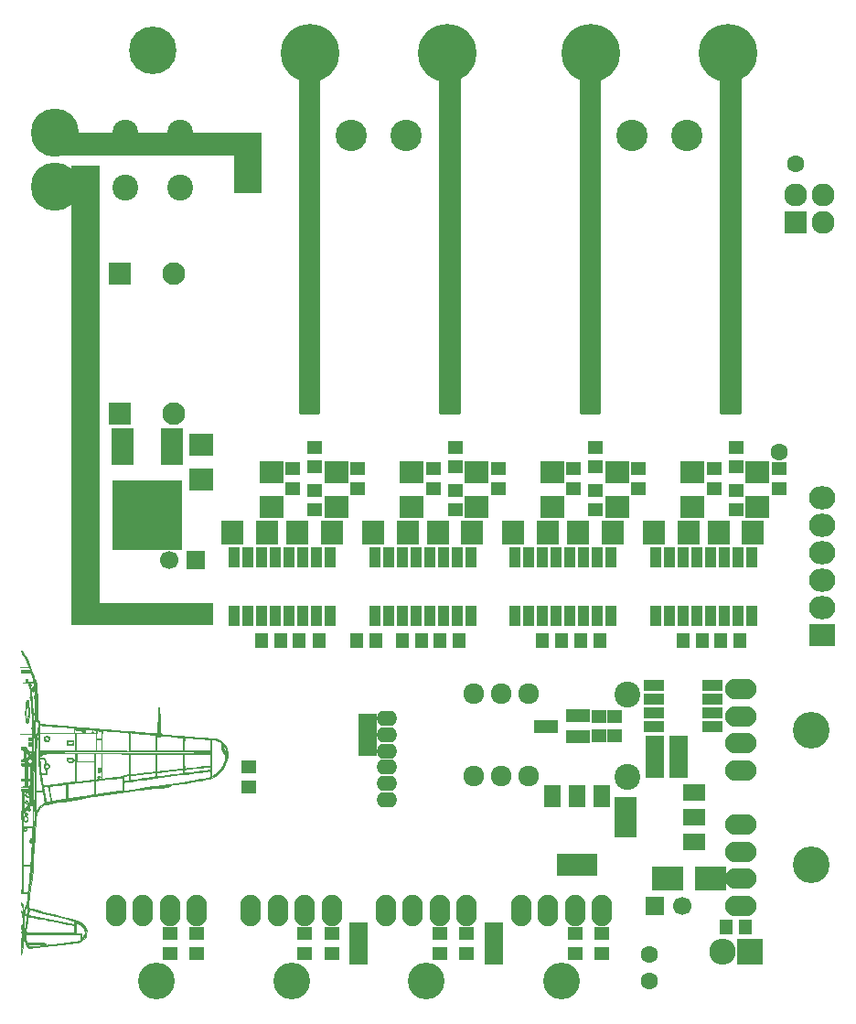
<source format=gbr>
G04 #@! TF.FileFunction,Soldermask,Bot*
%FSLAX46Y46*%
G04 Gerber Fmt 4.6, Leading zero omitted, Abs format (unit mm)*
G04 Created by KiCad (PCBNEW 4.0.4-stable) date 11/07/16 11:26:06*
%MOMM*%
%LPD*%
G01*
G04 APERTURE LIST*
%ADD10C,0.100000*%
%ADD11C,0.010000*%
%ADD12O,2.900000X1.900000*%
%ADD13C,3.400000*%
%ADD14C,2.100000*%
%ADD15R,2.100000X2.100000*%
%ADD16O,1.900000X2.900000*%
%ADD17R,2.051000X3.448000*%
%ADD18R,6.496000X6.496000*%
%ADD19C,1.700000*%
%ADD20R,1.700000X1.700000*%
%ADD21R,2.000000X2.200000*%
%ADD22R,2.200000X2.000000*%
%ADD23R,2.432000X2.432000*%
%ADD24O,2.432000X2.432000*%
%ADD25R,1.000000X1.900000*%
%ADD26R,1.950000X1.000000*%
%ADD27C,2.400000*%
%ADD28C,4.400000*%
%ADD29R,1.200000X1.400000*%
%ADD30R,1.400000X1.200000*%
%ADD31O,1.924000X1.400000*%
%ADD32C,1.924000*%
%ADD33R,2.899360X2.200860*%
%ADD34R,2.200860X1.200100*%
%ADD35R,1.670000X1.365200*%
%ADD36R,2.100000X1.600000*%
%ADD37R,2.100000X3.700000*%
%ADD38R,1.600000X2.100000*%
%ADD39R,3.700000X2.100000*%
%ADD40C,2.900000*%
%ADD41C,5.400000*%
%ADD42C,4.464000*%
%ADD43C,1.600000*%
%ADD44R,2.127200X2.127200*%
%ADD45O,2.127200X2.127200*%
%ADD46R,2.432000X2.127200*%
%ADD47O,2.432000X2.127200*%
%ADD48C,0.026000*%
%ADD49C,0.254000*%
G04 APERTURE END LIST*
D10*
D11*
G36*
X1362400Y-67650000D02*
X1362400Y-67802400D01*
X1354179Y-67900641D01*
X1337000Y-67917468D01*
X1337000Y-68056400D01*
X1362400Y-68081800D01*
X1337000Y-68107200D01*
X1311600Y-68081800D01*
X1337000Y-68056400D01*
X1337000Y-67917468D01*
X1309977Y-67943939D01*
X1200479Y-67954612D01*
X1162243Y-67954800D01*
X1159200Y-67954942D01*
X1159200Y-68013621D01*
X1231317Y-68021604D01*
X1222700Y-68039243D01*
X1118694Y-68045953D01*
X1095700Y-68039243D01*
X1089318Y-68020702D01*
X1159200Y-68013621D01*
X1159200Y-67954942D01*
X1033807Y-67960803D01*
X979386Y-67992345D01*
X971531Y-68069719D01*
X973293Y-68094500D01*
X992271Y-68186984D01*
X1049988Y-68226196D01*
X1173483Y-68234200D01*
X1303379Y-68245766D01*
X1356953Y-68287803D01*
X1362433Y-68323100D01*
X1338336Y-68383698D01*
X1337000Y-68384083D01*
X1337000Y-68513600D01*
X1362400Y-68539000D01*
X1337000Y-68564400D01*
X1311600Y-68539000D01*
X1337000Y-68513600D01*
X1337000Y-68384083D01*
X1250413Y-68409099D01*
X1169539Y-68412000D01*
X1159200Y-68412586D01*
X1159200Y-68623221D01*
X1231317Y-68631204D01*
X1222700Y-68648843D01*
X1118694Y-68655553D01*
X1095700Y-68648843D01*
X1089318Y-68630302D01*
X1159200Y-68623221D01*
X1159200Y-68412586D01*
X1043549Y-68419142D01*
X989743Y-68454834D01*
X978958Y-68540469D01*
X979106Y-68551700D01*
X991218Y-68643601D01*
X1043246Y-68682904D01*
X1165268Y-68691393D01*
X1172000Y-68691400D01*
X1362466Y-68691400D01*
X1362433Y-68958100D01*
X1358480Y-69113756D01*
X1339075Y-69193177D01*
X1292827Y-69221643D01*
X1242250Y-69224800D01*
X1096650Y-69184490D01*
X1005432Y-69122616D01*
X1005432Y-69292995D01*
X1158516Y-69315463D01*
X1276562Y-69355891D01*
X1311600Y-69433765D01*
X1293056Y-69513187D01*
X1269655Y-69529600D01*
X1235400Y-69510662D01*
X1235400Y-69785530D01*
X1267489Y-69924265D01*
X1304563Y-70111661D01*
X1302479Y-70222026D01*
X1252633Y-70275225D01*
X1146421Y-70291124D01*
X1108400Y-70291600D01*
X983544Y-70284833D01*
X983544Y-70545600D01*
X1075407Y-70560709D01*
X1138847Y-70615862D01*
X1178781Y-70725793D01*
X1200122Y-70905237D01*
X1207786Y-71168929D01*
X1208067Y-71218700D01*
X1210000Y-71764800D01*
X1057600Y-71764800D01*
X1057600Y-71968000D01*
X1156257Y-71976379D01*
X1199438Y-72021162D01*
X1209850Y-72131819D01*
X1210000Y-72165764D01*
X1189213Y-72324951D01*
X1129645Y-72394364D01*
X1003240Y-72426955D01*
X934267Y-72392850D01*
X907515Y-72278648D01*
X905200Y-72196600D01*
X909617Y-72056030D01*
X935125Y-71989451D01*
X1000105Y-71969292D01*
X1057600Y-71968000D01*
X1057600Y-71764800D01*
X905200Y-71764800D01*
X905200Y-71155200D01*
X906997Y-70893388D01*
X913745Y-70717328D01*
X927473Y-70611215D01*
X950214Y-70559241D01*
X983544Y-70545600D01*
X983544Y-70284833D01*
X977316Y-70284495D01*
X919067Y-70251687D01*
X905238Y-70175932D01*
X905200Y-70168281D01*
X952760Y-70036560D01*
X1070300Y-69915247D01*
X1235400Y-69785530D01*
X1235400Y-69510662D01*
X1208877Y-69495998D01*
X1184600Y-69473849D01*
X1184600Y-69631200D01*
X1210000Y-69656600D01*
X1184600Y-69682000D01*
X1159200Y-69656600D01*
X1184600Y-69631200D01*
X1184600Y-69473849D01*
X1119877Y-69414797D01*
X1116571Y-69411297D01*
X1005432Y-69292995D01*
X1005432Y-69122616D01*
X949949Y-69084981D01*
X845563Y-68958400D01*
X828579Y-68918674D01*
X789698Y-68856535D01*
X752800Y-68843224D01*
X752800Y-69304837D01*
X903135Y-69480718D01*
X992926Y-69585911D01*
X1047800Y-69650475D01*
X1055535Y-69659746D01*
X1020729Y-69688492D01*
X931900Y-69755754D01*
X905200Y-69775567D01*
X752800Y-69888241D01*
X752800Y-69304837D01*
X752800Y-68843224D01*
X706184Y-68826407D01*
X672817Y-68824695D01*
X672817Y-69120493D01*
X681367Y-69137192D01*
X688358Y-69254095D01*
X693460Y-69463101D01*
X693520Y-69681700D01*
X686888Y-69859593D01*
X674799Y-69974176D01*
X663900Y-70004519D01*
X647187Y-69970163D01*
X638271Y-69857586D01*
X638804Y-69689977D01*
X639682Y-69664617D01*
X651787Y-69384906D01*
X662895Y-69203298D01*
X672817Y-69120493D01*
X672817Y-68824695D01*
X550187Y-68818402D01*
X546176Y-68818400D01*
X396710Y-68822649D01*
X322619Y-68844232D01*
X297760Y-68896398D01*
X295600Y-68945400D01*
X316581Y-69042073D01*
X399195Y-69071863D01*
X422600Y-69072400D01*
X484412Y-69076440D01*
X521987Y-69102056D01*
X541356Y-69169492D01*
X548549Y-69298993D01*
X549600Y-69498692D01*
X548061Y-69706890D01*
X539415Y-69835300D01*
X517616Y-69905733D01*
X476620Y-69939996D01*
X448000Y-69948930D01*
X448000Y-70037600D01*
X489814Y-70056186D01*
X481866Y-70071466D01*
X421578Y-70077546D01*
X414133Y-70071466D01*
X421106Y-70041266D01*
X448000Y-70037600D01*
X448000Y-69948930D01*
X422600Y-69956860D01*
X317506Y-70019446D01*
X295600Y-70095860D01*
X306322Y-70162640D01*
X356935Y-70185370D01*
X475103Y-70174210D01*
X498799Y-70170492D01*
X632334Y-70156964D01*
X691816Y-70176859D01*
X701999Y-70214799D01*
X669166Y-70268048D01*
X559680Y-70290099D01*
X498800Y-70291600D01*
X367881Y-70298531D01*
X309693Y-70331228D01*
X295672Y-70407540D01*
X295600Y-70418600D01*
X306690Y-70500423D01*
X359005Y-70536791D01*
X481104Y-70545554D01*
X498800Y-70545600D01*
X702000Y-70545600D01*
X702000Y-71764800D01*
X498800Y-71764800D01*
X365859Y-71773320D01*
X307104Y-71807756D01*
X295600Y-71866400D01*
X312640Y-71932870D01*
X381513Y-71962247D01*
X498800Y-71968000D01*
X702000Y-71968000D01*
X702000Y-72476000D01*
X498800Y-72476000D01*
X369313Y-72488490D01*
X299943Y-72520136D01*
X295600Y-72531955D01*
X341933Y-72553834D01*
X465226Y-72561952D01*
X641916Y-72557311D01*
X848440Y-72540912D01*
X1061236Y-72513758D01*
X1171900Y-72494700D01*
X1311600Y-72467927D01*
X1311599Y-71510488D01*
X1310858Y-71174520D01*
X1307810Y-70926499D01*
X1301218Y-70752779D01*
X1289845Y-70639713D01*
X1272454Y-70573654D01*
X1247807Y-70540955D01*
X1222699Y-70529817D01*
X1177477Y-70511463D01*
X1229301Y-70501792D01*
X1248100Y-70500692D01*
X1362400Y-70494800D01*
X1362400Y-71533201D01*
X1359904Y-71905478D01*
X1352675Y-72206737D01*
X1341102Y-72428891D01*
X1325571Y-72563853D01*
X1311056Y-72603335D01*
X1298900Y-72606286D01*
X1298900Y-74193852D01*
X1338187Y-74201824D01*
X1367250Y-74221860D01*
X1387629Y-74267490D01*
X1400866Y-74352243D01*
X1408502Y-74489648D01*
X1412078Y-74693235D01*
X1413134Y-74976532D01*
X1413200Y-75197333D01*
X1413200Y-76184400D01*
X829000Y-76184400D01*
X829000Y-76235133D01*
X1095700Y-76235166D01*
X1362400Y-76235200D01*
X1357336Y-76882900D01*
X1352980Y-77112301D01*
X1344597Y-77286615D01*
X1333301Y-77391479D01*
X1320208Y-77412528D01*
X1316945Y-77403600D01*
X1262532Y-77295843D01*
X1210000Y-77282507D01*
X1210000Y-77352800D01*
X1248187Y-77396273D01*
X1260800Y-77479800D01*
X1243410Y-77575268D01*
X1210000Y-77606800D01*
X1171812Y-77563326D01*
X1159200Y-77479800D01*
X1176589Y-77384331D01*
X1210000Y-77352800D01*
X1210000Y-77282507D01*
X1198372Y-77279555D01*
X1143324Y-77348717D01*
X1118033Y-77467100D01*
X1115178Y-77592557D01*
X1144496Y-77646529D01*
X1214356Y-77657600D01*
X1260226Y-77660602D01*
X1290489Y-77680536D01*
X1307122Y-77733795D01*
X1312103Y-77836770D01*
X1307411Y-78005854D01*
X1295023Y-78257438D01*
X1292519Y-78305300D01*
X1276352Y-78594769D01*
X1258267Y-78887952D01*
X1240611Y-79148321D01*
X1235488Y-79214840D01*
X1235488Y-80280384D01*
X1243148Y-80338078D01*
X1245577Y-80451600D01*
X1242426Y-80577014D01*
X1234226Y-80624018D01*
X1224414Y-80591300D01*
X1215910Y-80427210D01*
X1224414Y-80311900D01*
X1235488Y-80280384D01*
X1235488Y-79214840D01*
X1227289Y-79321300D01*
X1195986Y-79689600D01*
X498800Y-79689600D01*
X498800Y-79791200D01*
X1200332Y-79791200D01*
X1189706Y-79892230D01*
X1189706Y-80854889D01*
X1197722Y-80925133D01*
X1198214Y-80959600D01*
X1192917Y-81052021D01*
X1179731Y-81062913D01*
X1174982Y-81048500D01*
X1167081Y-80919659D01*
X1174982Y-80870700D01*
X1189706Y-80854889D01*
X1189706Y-79892230D01*
X1180296Y-79981700D01*
X1169296Y-80094934D01*
X1151480Y-80288271D01*
X1144097Y-80370244D01*
X1144097Y-81397718D01*
X1151178Y-81467600D01*
X1143195Y-81539717D01*
X1125556Y-81531100D01*
X1118846Y-81427094D01*
X1125556Y-81404100D01*
X1144097Y-81397718D01*
X1144097Y-80370244D01*
X1128755Y-80540587D01*
X1103028Y-80830757D01*
X1093297Y-80941889D01*
X1093297Y-81854918D01*
X1100378Y-81924800D01*
X1092395Y-81996917D01*
X1074756Y-81988300D01*
X1068046Y-81884294D01*
X1074756Y-81861300D01*
X1093297Y-81854918D01*
X1093297Y-80941889D01*
X1082850Y-81061200D01*
X1049802Y-81443563D01*
X1032200Y-81638926D01*
X1032200Y-82382000D01*
X1057600Y-82407400D01*
X1032200Y-82432800D01*
X1006800Y-82407400D01*
X1032200Y-82382000D01*
X1032200Y-81638926D01*
X1023396Y-81736642D01*
X1000166Y-81952248D01*
X976646Y-82102194D01*
X971184Y-82121438D01*
X971184Y-84483482D01*
X1021605Y-84490924D01*
X1161270Y-84516626D01*
X1379867Y-84558565D01*
X1667085Y-84614717D01*
X2012614Y-84683059D01*
X2406141Y-84761567D01*
X2837356Y-84848219D01*
X3089901Y-84899233D01*
X3538906Y-84989950D01*
X3957011Y-85074141D01*
X4333725Y-85149715D01*
X4658557Y-85214579D01*
X4921014Y-85266642D01*
X5110606Y-85303812D01*
X5216841Y-85323998D01*
X5235900Y-85327101D01*
X5255311Y-85374141D01*
X5269034Y-85495944D01*
X5274000Y-85658600D01*
X5274000Y-85988800D01*
X3013400Y-85988800D01*
X3013400Y-86062974D01*
X3439349Y-86063255D01*
X3795415Y-86064069D01*
X4077196Y-86065360D01*
X4280296Y-86067072D01*
X4400315Y-86069150D01*
X4432854Y-86071538D01*
X4373515Y-86074181D01*
X4217898Y-86077023D01*
X4172568Y-86077639D01*
X3750214Y-86081568D01*
X3266717Y-86083491D01*
X2762516Y-86083410D01*
X2278049Y-86081324D01*
X1886568Y-86077660D01*
X1704025Y-86074790D01*
X1618824Y-86072106D01*
X1626708Y-86069662D01*
X1723417Y-86067514D01*
X1904694Y-86065717D01*
X2166282Y-86064327D01*
X2503921Y-86063399D01*
X2913355Y-86062990D01*
X3013400Y-86062974D01*
X3013400Y-85988800D01*
X2471547Y-85988505D01*
X2022726Y-85987422D01*
X1658370Y-85985247D01*
X1369911Y-85981679D01*
X1148781Y-85976417D01*
X986414Y-85969159D01*
X874242Y-85959604D01*
X803698Y-85947449D01*
X766214Y-85932393D01*
X753224Y-85914135D01*
X752800Y-85909219D01*
X752800Y-86192000D01*
X5832800Y-86192000D01*
X5832800Y-86441798D01*
X5828570Y-86592238D01*
X5800575Y-86676092D01*
X5725856Y-86728372D01*
X5616900Y-86771031D01*
X5506110Y-86798494D01*
X5311145Y-86832886D01*
X5049001Y-86871792D01*
X4736671Y-86912795D01*
X4391150Y-86953480D01*
X4156400Y-86978653D01*
X3802215Y-87015550D01*
X3473514Y-87050580D01*
X3186450Y-87081958D01*
X2957176Y-87107900D01*
X2801848Y-87126623D01*
X2746700Y-87134322D01*
X2633011Y-87144037D01*
X2587886Y-87111783D01*
X2581600Y-87057901D01*
X2577473Y-87019903D01*
X2555579Y-86992513D01*
X2501649Y-86973995D01*
X2401414Y-86962619D01*
X2240604Y-86956650D01*
X2004949Y-86954356D01*
X1726154Y-86954000D01*
X1718000Y-86954000D01*
X1718000Y-87055600D01*
X2000381Y-87058625D01*
X2230202Y-87067094D01*
X2392851Y-87080090D01*
X2473719Y-87096700D01*
X2480000Y-87103287D01*
X2434832Y-87138202D01*
X2321219Y-87169699D01*
X2264100Y-87178753D01*
X1886326Y-87226394D01*
X1596541Y-87260020D01*
X1382172Y-87280111D01*
X1230645Y-87287147D01*
X1129390Y-87281606D01*
X1065832Y-87263967D01*
X1027399Y-87234711D01*
X1020608Y-87226138D01*
X968115Y-87137143D01*
X956000Y-87096690D01*
X1003869Y-87082391D01*
X1135773Y-87070255D01*
X1334153Y-87061231D01*
X1581449Y-87056265D01*
X1718000Y-87055600D01*
X1718000Y-86954000D01*
X870708Y-86954000D01*
X811754Y-86824609D01*
X776226Y-86695473D01*
X755228Y-86520282D01*
X752800Y-86443609D01*
X752800Y-86192000D01*
X752800Y-85909219D01*
X752799Y-85909207D01*
X760034Y-85834512D01*
X779474Y-85687167D01*
X807722Y-85489346D01*
X841383Y-85263224D01*
X877058Y-85030977D01*
X911352Y-84814779D01*
X940868Y-84636804D01*
X962210Y-84519229D01*
X971184Y-84483482D01*
X971184Y-82121438D01*
X949371Y-82198291D01*
X914875Y-82252351D01*
X869691Y-82276186D01*
X810353Y-82281607D01*
X733396Y-82280426D01*
X725098Y-82280400D01*
X498800Y-82280400D01*
X498800Y-79791200D01*
X498800Y-79689600D01*
X499577Y-78102100D01*
X501083Y-77707361D01*
X504987Y-77354910D01*
X510975Y-77055602D01*
X518736Y-76820293D01*
X527955Y-76659839D01*
X538319Y-76585096D01*
X543422Y-76582544D01*
X622067Y-76628963D01*
X707744Y-76633344D01*
X788848Y-76606185D01*
X823048Y-76535003D01*
X829000Y-76425666D01*
X829000Y-76235133D01*
X829000Y-76184400D01*
X689624Y-76184400D01*
X689624Y-76300238D01*
X755220Y-76339209D01*
X757701Y-76342991D01*
X796879Y-76418384D01*
X802044Y-76438400D01*
X778408Y-76498157D01*
X757701Y-76533808D01*
X692640Y-76576627D01*
X630018Y-76540408D01*
X600461Y-76443724D01*
X600400Y-76438400D01*
X627810Y-76339493D01*
X689624Y-76300238D01*
X689624Y-76184400D01*
X515733Y-76184400D01*
X515733Y-76252133D01*
X545933Y-76259106D01*
X549600Y-76286000D01*
X531013Y-76327814D01*
X515733Y-76319866D01*
X509653Y-76259578D01*
X515733Y-76252133D01*
X515733Y-76184400D01*
X498800Y-76184400D01*
X500344Y-75892300D01*
X505207Y-75733304D01*
X519464Y-75665025D01*
X545915Y-75676793D01*
X553669Y-75689100D01*
X640032Y-75763348D01*
X700895Y-75778000D01*
X830502Y-75735227D01*
X918351Y-75628361D01*
X955161Y-75489577D01*
X931649Y-75351050D01*
X852110Y-75253794D01*
X784108Y-75196649D01*
X798854Y-75163429D01*
X830273Y-75149540D01*
X893117Y-75083350D01*
X894335Y-74988720D01*
X842853Y-74910321D01*
X778200Y-74889000D01*
X752800Y-74896474D01*
X752800Y-74965200D01*
X802123Y-75003857D01*
X803600Y-75016000D01*
X764942Y-75065323D01*
X752800Y-75066800D01*
X726663Y-75046315D01*
X726663Y-75270000D01*
X809317Y-75309466D01*
X850330Y-75358900D01*
X894551Y-75441662D01*
X892470Y-75499073D01*
X852612Y-75578139D01*
X768242Y-75659179D01*
X666813Y-75668071D01*
X587706Y-75605017D01*
X575609Y-75576718D01*
X572807Y-75455898D01*
X620858Y-75341453D01*
X699460Y-75274610D01*
X726663Y-75270000D01*
X726663Y-75046315D01*
X703476Y-75028142D01*
X702000Y-75016000D01*
X740657Y-74966676D01*
X752800Y-74965200D01*
X752800Y-74896474D01*
X706142Y-74910206D01*
X682713Y-74991961D01*
X683177Y-75045703D01*
X654278Y-75198250D01*
X594277Y-75262034D01*
X535900Y-75289595D01*
X507893Y-75262842D01*
X499277Y-75162296D01*
X498799Y-75092630D01*
X508100Y-74956139D01*
X531637Y-74874183D01*
X545702Y-74863600D01*
X611756Y-74833472D01*
X716381Y-74758840D01*
X743483Y-74736643D01*
X845211Y-74660232D01*
X899439Y-74650686D01*
X923587Y-74685843D01*
X990868Y-74752589D01*
X1081127Y-74748924D01*
X1141555Y-74683907D01*
X1135246Y-74586938D01*
X1095731Y-74518807D01*
X1048515Y-74445306D01*
X1063008Y-74370637D01*
X1102270Y-74304619D01*
X1207355Y-74205264D01*
X1298900Y-74193852D01*
X1298900Y-72606286D01*
X1240105Y-72620564D01*
X1093783Y-72639788D01*
X996755Y-72648754D01*
X996755Y-72762567D01*
X1111890Y-72765741D01*
X1159166Y-72778582D01*
X1159200Y-72779055D01*
X1113145Y-72804872D01*
X1057600Y-72817764D01*
X1057600Y-72933200D01*
X1099414Y-72951786D01*
X1091466Y-72967066D01*
X1031178Y-72973146D01*
X1023733Y-72967066D01*
X1030706Y-72936866D01*
X1057600Y-72933200D01*
X1057600Y-72817764D01*
X993231Y-72832706D01*
X915530Y-72843947D01*
X915530Y-73009786D01*
X986782Y-73039266D01*
X1044084Y-73134295D01*
X1053019Y-73252814D01*
X1014422Y-73348555D01*
X980753Y-73372277D01*
X878663Y-73365560D01*
X787299Y-73297019D01*
X752800Y-73210008D01*
X786010Y-73123454D01*
X834382Y-73062075D01*
X915530Y-73009786D01*
X915530Y-72843947D01*
X849060Y-72853565D01*
X765916Y-72859893D01*
X765916Y-72963577D01*
X762777Y-72994038D01*
X756651Y-73000468D01*
X718411Y-73086353D01*
X702010Y-73217694D01*
X702000Y-73220972D01*
X737087Y-73372705D01*
X828699Y-73458050D01*
X956359Y-73462211D01*
X1006800Y-73441200D01*
X1080873Y-73414291D01*
X1106287Y-73460045D01*
X1108400Y-73518517D01*
X1095840Y-73651211D01*
X1064502Y-73821389D01*
X1052317Y-73872931D01*
X1023733Y-73946189D01*
X1023733Y-74575733D01*
X1053933Y-74582706D01*
X1057600Y-74609600D01*
X1039013Y-74651414D01*
X1023733Y-74643466D01*
X1017653Y-74583178D01*
X1023733Y-74575733D01*
X1023733Y-73946189D01*
X997920Y-74012347D01*
X908110Y-74171259D01*
X882053Y-74208527D01*
X882053Y-74423995D01*
X866717Y-74450602D01*
X778243Y-74541756D01*
X762068Y-74557630D01*
X641527Y-74664911D01*
X548521Y-74728348D01*
X508068Y-74735677D01*
X517104Y-74685538D01*
X569105Y-74641741D01*
X673498Y-74572482D01*
X804258Y-74477940D01*
X823105Y-74463694D01*
X882053Y-74423995D01*
X882053Y-74208527D01*
X801561Y-74323654D01*
X696944Y-74443522D01*
X612931Y-74504851D01*
X596441Y-74508000D01*
X579515Y-74459892D01*
X565485Y-74326307D01*
X555348Y-74123349D01*
X550104Y-73867121D01*
X549600Y-73751922D01*
X549600Y-72995844D01*
X680451Y-72970830D01*
X765916Y-72963577D01*
X765916Y-72859893D01*
X647481Y-72868908D01*
X524262Y-72861784D01*
X488038Y-72833206D01*
X503033Y-72813075D01*
X566900Y-72794313D01*
X691990Y-72778526D01*
X846031Y-72767386D01*
X996755Y-72762567D01*
X996755Y-72648754D01*
X898185Y-72657863D01*
X801338Y-72664764D01*
X595829Y-72682380D01*
X431582Y-72704534D01*
X332991Y-72727563D01*
X316283Y-72737630D01*
X327064Y-72778340D01*
X343401Y-72780800D01*
X363925Y-72828476D01*
X379870Y-72959223D01*
X391323Y-73154618D01*
X398371Y-73396241D01*
X401101Y-73665669D01*
X399600Y-73944481D01*
X393955Y-74214253D01*
X384254Y-74456565D01*
X370583Y-74652995D01*
X353029Y-74785120D01*
X333700Y-74833966D01*
X296341Y-74867328D01*
X333700Y-74893233D01*
X344978Y-74947631D01*
X355285Y-75093367D01*
X364605Y-75320713D01*
X372921Y-75619941D01*
X380215Y-75981325D01*
X386472Y-76395136D01*
X391674Y-76851648D01*
X395806Y-77341132D01*
X398849Y-77853862D01*
X400788Y-78380110D01*
X401605Y-78910149D01*
X401284Y-79434251D01*
X399809Y-79942688D01*
X397162Y-80425734D01*
X393326Y-80873661D01*
X388286Y-81276741D01*
X382024Y-81625247D01*
X374524Y-81909452D01*
X365769Y-82119628D01*
X355741Y-82246048D01*
X346400Y-82280400D01*
X297076Y-82319057D01*
X295600Y-82331200D01*
X342310Y-82357666D01*
X466294Y-82375814D01*
X629836Y-82382000D01*
X964072Y-82382000D01*
X936773Y-82521700D01*
X918019Y-82643859D01*
X895719Y-82826414D01*
X876348Y-83013314D01*
X876348Y-83448800D01*
X881375Y-83489728D01*
X870202Y-83546258D01*
X874223Y-83669383D01*
X900905Y-83736758D01*
X934053Y-83854701D01*
X931146Y-83975850D01*
X911947Y-84106904D01*
X905200Y-84191750D01*
X860679Y-84245871D01*
X771655Y-84261600D01*
X694435Y-84256532D01*
X659128Y-84224368D01*
X656138Y-84139664D01*
X672858Y-83999655D01*
X705589Y-83833192D01*
X754893Y-83667755D01*
X810035Y-83532406D01*
X860279Y-83456209D01*
X876348Y-83448800D01*
X876348Y-83013314D01*
X875966Y-83017000D01*
X849288Y-83207445D01*
X811598Y-83364501D01*
X771190Y-83453947D01*
X713193Y-83551937D01*
X652844Y-83700570D01*
X634253Y-83758747D01*
X568583Y-83982200D01*
X535324Y-83709074D01*
X530775Y-83685705D01*
X530775Y-84259503D01*
X534829Y-84274300D01*
X600803Y-84346802D01*
X705533Y-84363200D01*
X813964Y-84382220D01*
X854796Y-84426700D01*
X847679Y-84497073D01*
X827812Y-84648644D01*
X797855Y-84862187D01*
X760472Y-85118476D01*
X740496Y-85252200D01*
X631565Y-85975899D01*
X631565Y-86039600D01*
X643399Y-86084889D01*
X649934Y-86198773D01*
X650422Y-86255500D01*
X642135Y-86378369D01*
X620780Y-86418131D01*
X608593Y-86406718D01*
X590491Y-86330392D01*
X588828Y-86215744D01*
X600922Y-86105621D01*
X624093Y-86042868D01*
X631565Y-86039600D01*
X631565Y-85975899D01*
X625800Y-86014200D01*
X594626Y-85277600D01*
X581594Y-84998295D01*
X567380Y-84740994D01*
X553468Y-84529756D01*
X541343Y-84388641D01*
X538222Y-84363200D01*
X527231Y-84271080D01*
X530775Y-84259503D01*
X530775Y-83685705D01*
X504671Y-83551600D01*
X457095Y-83402467D01*
X402723Y-83283074D01*
X351682Y-83214817D01*
X314098Y-83219095D01*
X308986Y-83230839D01*
X319378Y-83314145D01*
X364504Y-83407602D01*
X411729Y-83522062D01*
X454479Y-83694050D01*
X476094Y-83829800D01*
X512377Y-84134600D01*
X405678Y-84007600D01*
X330081Y-83941263D01*
X297020Y-83957418D01*
X314860Y-84042876D01*
X344043Y-84104797D01*
X394262Y-84249979D01*
X435070Y-84462454D01*
X462487Y-84708059D01*
X472533Y-84952634D01*
X464933Y-85120614D01*
X464933Y-85650133D01*
X495133Y-85657106D01*
X498800Y-85684000D01*
X480213Y-85725814D01*
X464933Y-85717866D01*
X458853Y-85657578D01*
X464933Y-85650133D01*
X464933Y-85120614D01*
X464223Y-85136307D01*
X440920Y-85294474D01*
X414013Y-85373559D01*
X392368Y-85371382D01*
X343670Y-85321657D01*
X319348Y-85358285D01*
X321863Y-85468414D01*
X346772Y-85609464D01*
X375026Y-85768334D01*
X368433Y-85858173D01*
X335798Y-85899472D01*
X296763Y-85944840D01*
X333700Y-85971500D01*
X374584Y-86039048D01*
X395332Y-86190242D01*
X397200Y-86268200D01*
X385256Y-86447487D01*
X351793Y-86549591D01*
X333700Y-86564899D01*
X297464Y-86599966D01*
X330243Y-86633494D01*
X360629Y-86690925D01*
X365870Y-86812757D01*
X346568Y-87015654D01*
X344605Y-87031061D01*
X323414Y-87234434D01*
X309131Y-87449469D01*
X301771Y-87657590D01*
X301346Y-87840219D01*
X307872Y-87978776D01*
X321360Y-88054686D01*
X341826Y-88049369D01*
X343856Y-88044655D01*
X365967Y-87956715D01*
X396282Y-87790712D01*
X431000Y-87569471D01*
X466323Y-87315819D01*
X470449Y-87284075D01*
X502941Y-87038438D01*
X531732Y-86832486D01*
X554027Y-86685400D01*
X567027Y-86616361D01*
X568200Y-86613665D01*
X594479Y-86650044D01*
X653889Y-86758348D01*
X735816Y-86918803D01*
X778758Y-87005945D01*
X872272Y-87186459D01*
X954824Y-87325588D01*
X1013550Y-87402468D01*
X1028586Y-87411200D01*
X1115291Y-87405563D01*
X1288795Y-87389621D01*
X1536167Y-87364824D01*
X1844479Y-87332623D01*
X2200803Y-87294470D01*
X2592209Y-87251815D01*
X3005770Y-87206110D01*
X3428556Y-87158806D01*
X3847639Y-87111354D01*
X4250090Y-87065205D01*
X4622980Y-87021810D01*
X4953381Y-86982620D01*
X5228364Y-86949086D01*
X5435000Y-86922660D01*
X5560361Y-86904792D01*
X5589363Y-86899306D01*
X5806131Y-86806197D01*
X6026082Y-86653583D01*
X6210974Y-86471385D01*
X6297518Y-86345192D01*
X6373101Y-86112121D01*
X6385575Y-85845825D01*
X6333370Y-85593922D01*
X6323165Y-85568068D01*
X6264600Y-85474689D01*
X6264600Y-85684000D01*
X6290000Y-85709400D01*
X6264600Y-85734800D01*
X6264600Y-86141200D01*
X6290000Y-86166600D01*
X6264600Y-86192000D01*
X6239200Y-86166600D01*
X6264600Y-86141200D01*
X6264600Y-85734800D01*
X6239200Y-85709400D01*
X6264600Y-85684000D01*
X6264600Y-85474689D01*
X6228361Y-85416907D01*
X6163000Y-85344556D01*
X6163000Y-85480800D01*
X6188400Y-85506200D01*
X6163000Y-85531600D01*
X6137600Y-85506200D01*
X6163000Y-85480800D01*
X6163000Y-85344556D01*
X6073992Y-85246029D01*
X5889740Y-85084277D01*
X5807400Y-85029022D01*
X5807400Y-85125200D01*
X5832800Y-85150600D01*
X5807400Y-85176000D01*
X5782000Y-85150600D01*
X5807400Y-85125200D01*
X5807400Y-85029022D01*
X5705285Y-84960496D01*
X5689154Y-84951927D01*
X5609698Y-84923757D01*
X5442331Y-84874174D01*
X5375600Y-84855583D01*
X5375600Y-85020990D01*
X5540700Y-85104492D01*
X5833417Y-85285847D01*
X6039674Y-85493945D01*
X6131087Y-85643548D01*
X6205599Y-85806697D01*
X6232972Y-85923251D01*
X6216442Y-86034850D01*
X6170869Y-86155531D01*
X6099404Y-86289174D01*
X6020985Y-86386587D01*
X6018469Y-86388720D01*
X5963293Y-86423686D01*
X5939538Y-86392325D01*
X5934400Y-86277225D01*
X5934400Y-86090400D01*
X5375600Y-86090400D01*
X5375600Y-85020990D01*
X5375600Y-84855583D01*
X5197795Y-84806045D01*
X4886834Y-84722240D01*
X4520191Y-84625628D01*
X4108611Y-84519078D01*
X3662835Y-84405459D01*
X3317575Y-84318594D01*
X2856958Y-84202230D01*
X2425595Y-84091106D01*
X2033742Y-83988018D01*
X1691652Y-83895763D01*
X1409582Y-83817139D01*
X1197786Y-83754944D01*
X1077008Y-83715407D01*
X1077008Y-83869906D01*
X1126096Y-83879915D01*
X1261169Y-83911815D01*
X1469739Y-83962474D01*
X1739321Y-84028759D01*
X2057429Y-84107537D01*
X2411576Y-84195677D01*
X2789276Y-84290046D01*
X3178043Y-84387511D01*
X3565391Y-84484940D01*
X3938834Y-84579201D01*
X4285885Y-84667160D01*
X4594059Y-84745687D01*
X4850868Y-84811648D01*
X5043828Y-84861911D01*
X5160451Y-84893343D01*
X5183208Y-84900030D01*
X5254063Y-84966192D01*
X5274000Y-85095904D01*
X5274000Y-85262962D01*
X3124097Y-84826583D01*
X974194Y-84390205D01*
X1020378Y-84135402D01*
X1048503Y-83988617D01*
X1070006Y-83891427D01*
X1077008Y-83869906D01*
X1077008Y-83715407D01*
X1066521Y-83711974D01*
X1026777Y-83693748D01*
X989801Y-83629313D01*
X982168Y-83522657D01*
X1002452Y-83347384D01*
X1006627Y-83320906D01*
X1108865Y-82626951D01*
X1207461Y-81845669D01*
X1301115Y-80991308D01*
X1388527Y-80078114D01*
X1468399Y-79120335D01*
X1539430Y-78132218D01*
X1600322Y-77128009D01*
X1636690Y-76413000D01*
X1656265Y-76001945D01*
X1673150Y-75678902D01*
X1688965Y-75430372D01*
X1705328Y-75242860D01*
X1723858Y-75102867D01*
X1746173Y-74996896D01*
X1773891Y-74911449D01*
X1808632Y-74833030D01*
X1831631Y-74787400D01*
X2018812Y-74497772D01*
X2248559Y-74286683D01*
X2480000Y-74159232D01*
X2569422Y-74134283D01*
X2748724Y-74096847D01*
X3009642Y-74048164D01*
X3343908Y-73989475D01*
X3743258Y-73922021D01*
X4199427Y-73847041D01*
X4704147Y-73765777D01*
X5249154Y-73679469D01*
X5826181Y-73589357D01*
X6426964Y-73496683D01*
X7043236Y-73402685D01*
X7666732Y-73308606D01*
X8289187Y-73215685D01*
X8902333Y-73125163D01*
X9497907Y-73038280D01*
X10067642Y-72956277D01*
X10603272Y-72880394D01*
X11096532Y-72811873D01*
X11539157Y-72751952D01*
X11922879Y-72701874D01*
X12239435Y-72662878D01*
X12480558Y-72636204D01*
X12637982Y-72623094D01*
X12703442Y-72624788D01*
X12703624Y-72624896D01*
X12773980Y-72644988D01*
X12900183Y-72646381D01*
X13095711Y-72628229D01*
X13374040Y-72589688D01*
X13449531Y-72578108D01*
X13696317Y-72540070D01*
X13905349Y-72508464D01*
X14056956Y-72486217D01*
X14131466Y-72476261D01*
X14135207Y-72476000D01*
X14160804Y-72434584D01*
X14164000Y-72399800D01*
X14192288Y-72332210D01*
X14216421Y-72323600D01*
X14324491Y-72315169D01*
X14515762Y-72291496D01*
X14775513Y-72255012D01*
X15089021Y-72208146D01*
X15441568Y-72153328D01*
X15818430Y-72092988D01*
X16204889Y-72029557D01*
X16586221Y-71965463D01*
X16947707Y-71903137D01*
X17274624Y-71845010D01*
X17552253Y-71793510D01*
X17765872Y-71751068D01*
X17900760Y-71720114D01*
X17933089Y-71710101D01*
X18347316Y-71494622D01*
X18713003Y-71200555D01*
X19017301Y-70843007D01*
X19247358Y-70437082D01*
X19390323Y-69997887D01*
X19390510Y-69996999D01*
X19435296Y-69672215D01*
X19436415Y-69356617D01*
X19394538Y-69086108D01*
X19372206Y-69015043D01*
X19193774Y-68664653D01*
X19066200Y-68517100D01*
X19066200Y-68640600D01*
X19162801Y-68818071D01*
X19253443Y-69008046D01*
X19318839Y-69189420D01*
X19341233Y-69292533D01*
X19323053Y-69307526D01*
X19323053Y-69540137D01*
X19331471Y-69601196D01*
X19332789Y-69656600D01*
X19328700Y-69761150D01*
X19317188Y-69788135D01*
X19310696Y-69771492D01*
X19301234Y-69649499D01*
X19309671Y-69568292D01*
X19323053Y-69540137D01*
X19323053Y-69307526D01*
X19308868Y-69319226D01*
X19285190Y-69314730D01*
X19260933Y-69296599D01*
X19260933Y-70003733D01*
X19291133Y-70010706D01*
X19294800Y-70037600D01*
X19276213Y-70079414D01*
X19260933Y-70071466D01*
X19254853Y-70011178D01*
X19260933Y-70003733D01*
X19260933Y-69296599D01*
X19170476Y-69228983D01*
X19085778Y-69078110D01*
X19048786Y-68897832D01*
X19049926Y-68839599D01*
X19066200Y-68640600D01*
X19066200Y-68517100D01*
X18944033Y-68375800D01*
X18635382Y-68161558D01*
X18507400Y-68103286D01*
X18385224Y-68072859D01*
X18215748Y-68048707D01*
X18215748Y-68136377D01*
X18429804Y-68192341D01*
X18647326Y-68297323D01*
X18691175Y-68325351D01*
X18777961Y-68388929D01*
X18831101Y-68453953D01*
X18861176Y-68547887D01*
X18878767Y-68698196D01*
X18888400Y-68837264D01*
X18904468Y-69041197D01*
X18927450Y-69172652D01*
X18967541Y-69260698D01*
X19034936Y-69334403D01*
X19074868Y-69368943D01*
X19174841Y-69471115D01*
X19226469Y-69583468D01*
X19232882Y-69730136D01*
X19218600Y-69812262D01*
X19218600Y-70190000D01*
X19244000Y-70215400D01*
X19218600Y-70240800D01*
X19193200Y-70215400D01*
X19218600Y-70190000D01*
X19218600Y-69812262D01*
X19197212Y-69935252D01*
X19165158Y-70065026D01*
X19117000Y-70193132D01*
X19117000Y-70444000D01*
X19142400Y-70469400D01*
X19117000Y-70494800D01*
X19091600Y-70469400D01*
X19117000Y-70444000D01*
X19117000Y-70193132D01*
X19000804Y-70502230D01*
X18752064Y-70887442D01*
X18426184Y-71210629D01*
X18243140Y-71341647D01*
X18100312Y-71430403D01*
X17993775Y-71491655D01*
X17951040Y-71510800D01*
X17944367Y-71461976D01*
X17938268Y-71323412D01*
X17932941Y-71106967D01*
X17928582Y-70824497D01*
X17925390Y-70487864D01*
X17923563Y-70108924D01*
X17923200Y-69839907D01*
X17923200Y-68169014D01*
X18040595Y-68139549D01*
X18215748Y-68136377D01*
X18215748Y-68048707D01*
X18197126Y-68046053D01*
X17978778Y-68027653D01*
X17923200Y-68024909D01*
X17724758Y-68014338D01*
X17452827Y-67996636D01*
X17135110Y-67973770D01*
X16799307Y-67947706D01*
X16577000Y-67929349D01*
X16193304Y-67897165D01*
X15753069Y-67860827D01*
X15548300Y-67844143D01*
X15548300Y-67954069D01*
X15643678Y-67957746D01*
X15816242Y-67968440D01*
X16047614Y-67984676D01*
X16319415Y-68004977D01*
X16613268Y-68027869D01*
X16910796Y-68051876D01*
X17193620Y-68075522D01*
X17443363Y-68097331D01*
X17641647Y-68115829D01*
X17770094Y-68129539D01*
X17808900Y-68135581D01*
X17840968Y-68181763D01*
X17861294Y-68303750D01*
X17871078Y-68511531D01*
X17872400Y-68664405D01*
X17872400Y-69174000D01*
X15434000Y-69174000D01*
X15434000Y-68564400D01*
X15434715Y-68307516D01*
X15438978Y-68135288D01*
X15449961Y-68030770D01*
X15470837Y-67977018D01*
X15504780Y-67957088D01*
X15548300Y-67954069D01*
X15548300Y-67844143D01*
X15301055Y-67823997D01*
X14882022Y-67790334D01*
X14722800Y-67777719D01*
X14403592Y-67752065D01*
X14100491Y-67726789D01*
X13835639Y-67703808D01*
X13631180Y-67685035D01*
X13521619Y-67673842D01*
X13260239Y-67644018D01*
X13231407Y-67431109D01*
X13220819Y-67314814D01*
X13208342Y-67116525D01*
X13194972Y-66855807D01*
X13181703Y-66552224D01*
X13169527Y-66225342D01*
X13168321Y-66189500D01*
X13154528Y-65822023D01*
X13140263Y-65546286D01*
X13124573Y-65352430D01*
X13106507Y-65230595D01*
X13085112Y-65170922D01*
X13068991Y-65160800D01*
X13063333Y-65166469D01*
X13063333Y-67362133D01*
X13093533Y-67369106D01*
X13097200Y-67396000D01*
X13078613Y-67437814D01*
X13071800Y-67434271D01*
X13071800Y-67650000D01*
X13139403Y-67677430D01*
X13148000Y-67700800D01*
X13106854Y-67745868D01*
X13071800Y-67751600D01*
X13004196Y-67724169D01*
X12995600Y-67700800D01*
X13036745Y-67655731D01*
X13071800Y-67650000D01*
X13071800Y-67434271D01*
X13063333Y-67429866D01*
X13057253Y-67369578D01*
X13063333Y-67362133D01*
X13063333Y-65166469D01*
X13046845Y-65182991D01*
X13029087Y-65256101D01*
X13015027Y-65389934D01*
X13003976Y-65594294D01*
X12995245Y-65878986D01*
X12988145Y-66253814D01*
X12987057Y-66326740D01*
X12978464Y-66751779D01*
X12966339Y-67090670D01*
X12950922Y-67339399D01*
X12932449Y-67493950D01*
X12914733Y-67548067D01*
X12873804Y-67554899D01*
X12873804Y-67760826D01*
X12878217Y-67764300D01*
X12936875Y-67832414D01*
X13071291Y-67853200D01*
X13191158Y-67839808D01*
X13256163Y-67807164D01*
X13258066Y-67803150D01*
X13314729Y-67788583D01*
X13467610Y-67786229D01*
X13712083Y-67795933D01*
X14043521Y-67817542D01*
X14303700Y-67837925D01*
X15332400Y-67922748D01*
X15332400Y-69174000D01*
X12843200Y-69174000D01*
X12849092Y-68424700D01*
X12852581Y-68170592D01*
X12858304Y-67965238D01*
X12865599Y-67823646D01*
X12873804Y-67760826D01*
X12873804Y-67554899D01*
X12872517Y-67555114D01*
X12764274Y-67555527D01*
X12586706Y-67549067D01*
X12336516Y-67535499D01*
X12010405Y-67514586D01*
X11605078Y-67486089D01*
X11117235Y-67449774D01*
X10543580Y-67405402D01*
X10404800Y-67394374D01*
X10404800Y-67487624D01*
X10696900Y-67518029D01*
X10863267Y-67533984D01*
X11099309Y-67554844D01*
X11373385Y-67577886D01*
X11649400Y-67600037D01*
X11920200Y-67622035D01*
X12174528Y-67644191D01*
X12384469Y-67663980D01*
X12522113Y-67678877D01*
X12525700Y-67679332D01*
X12741600Y-67707025D01*
X12741600Y-69174000D01*
X10404800Y-69174000D01*
X10404800Y-67487624D01*
X10404800Y-67394374D01*
X9880815Y-67352736D01*
X9125642Y-67291541D01*
X8274765Y-67221578D01*
X7912835Y-67191540D01*
X7912835Y-67294400D01*
X7913058Y-67294400D01*
X7998657Y-67298669D01*
X8166058Y-67310403D01*
X8395867Y-67327988D01*
X8668693Y-67349812D01*
X8965142Y-67374260D01*
X9265824Y-67399721D01*
X9551344Y-67424581D01*
X9802311Y-67447228D01*
X9999333Y-67466048D01*
X10087300Y-67475243D01*
X10354000Y-67504910D01*
X10354000Y-69189439D01*
X9812697Y-69156319D01*
X9546623Y-69143522D01*
X9219975Y-69133023D01*
X8873771Y-69125893D01*
X8549030Y-69123201D01*
X8542697Y-69123200D01*
X7814000Y-69123200D01*
X7814000Y-68208800D01*
X7814524Y-67883577D01*
X7817093Y-67646177D01*
X7823199Y-67482826D01*
X7834334Y-67379748D01*
X7851990Y-67323168D01*
X7877660Y-67299310D01*
X7912835Y-67294400D01*
X7912835Y-67191540D01*
X7656933Y-67170300D01*
X7381909Y-67147361D01*
X7381909Y-67242926D01*
X7436017Y-67299282D01*
X7505958Y-67332781D01*
X7616815Y-67333481D01*
X7763200Y-67311996D01*
X7763200Y-68056400D01*
X7306000Y-68056400D01*
X7306000Y-68158000D01*
X7763200Y-68158000D01*
X7763200Y-69123200D01*
X7306000Y-69123200D01*
X7306000Y-68158000D01*
X7306000Y-68056400D01*
X7306000Y-67650000D01*
X7314431Y-67414149D01*
X7339731Y-67278466D01*
X7381909Y-67242926D01*
X7381909Y-67147361D01*
X7003571Y-67115803D01*
X7003571Y-67205341D01*
X7030754Y-67212764D01*
X7145191Y-67240701D01*
X7183154Y-67243600D01*
X7239932Y-67287813D01*
X7255200Y-67370600D01*
X7238797Y-67461363D01*
X7169072Y-67494567D01*
X7102800Y-67497600D01*
X6996130Y-67485672D01*
X6955786Y-67428483D01*
X6950400Y-67339764D01*
X6961697Y-67232073D01*
X7003571Y-67205341D01*
X7003571Y-67115803D01*
X6935163Y-67110096D01*
X6329255Y-67059373D01*
X6329255Y-67151257D01*
X6404300Y-67160781D01*
X6533475Y-67181830D01*
X6694604Y-67191970D01*
X6709100Y-67192106D01*
X6834068Y-67199719D01*
X6887562Y-67237361D01*
X6899531Y-67329102D01*
X6899600Y-67345200D01*
X6895608Y-67429558D01*
X6867670Y-67475091D01*
X6791836Y-67493770D01*
X6644161Y-67497571D01*
X6594800Y-67497600D01*
X6290000Y-67497600D01*
X6290000Y-67313875D01*
X6296787Y-67194067D01*
X6329255Y-67151257D01*
X6329255Y-67059373D01*
X6238924Y-67051810D01*
X5575276Y-66996045D01*
X5553400Y-66994200D01*
X5553400Y-67142000D01*
X5578800Y-67167400D01*
X5553400Y-67192800D01*
X5528000Y-67167400D01*
X5553400Y-67142000D01*
X5553400Y-66994200D01*
X5295646Y-66972455D01*
X5295646Y-67122890D01*
X5322270Y-67170022D01*
X5326383Y-67180100D01*
X5389575Y-67264209D01*
X5507356Y-67293537D01*
X5544672Y-67294400D01*
X5776202Y-67304233D01*
X5974255Y-67330813D01*
X6117770Y-67369759D01*
X6185686Y-67416689D01*
X6188400Y-67428304D01*
X6164355Y-67462872D01*
X6082048Y-67484386D01*
X5926218Y-67495159D01*
X5731200Y-67497600D01*
X5375600Y-67497600D01*
X5375600Y-67548400D01*
X7255200Y-67548400D01*
X7255200Y-69123200D01*
X5375600Y-69123200D01*
X5375600Y-67548400D01*
X5375600Y-67497600D01*
X5274000Y-67497600D01*
X5277220Y-67281700D01*
X5282293Y-67156678D01*
X5295646Y-67122890D01*
X5295646Y-66972455D01*
X4951281Y-66943403D01*
X4374001Y-66894488D01*
X3850497Y-66849902D01*
X3387829Y-66810248D01*
X2993060Y-66776127D01*
X2673251Y-66748144D01*
X2435462Y-66726901D01*
X2286756Y-66712999D01*
X2238699Y-66707860D01*
X2134291Y-66688427D01*
X2134291Y-66794899D01*
X2193671Y-66803802D01*
X2284911Y-66814678D01*
X2462754Y-66832099D01*
X2712508Y-66854768D01*
X3019478Y-66881386D01*
X3368971Y-66910657D01*
X3746293Y-66941282D01*
X3788100Y-66944617D01*
X5223200Y-67058888D01*
X5223200Y-67497600D01*
X2034331Y-67497600D01*
X2022800Y-67419034D01*
X2022800Y-67548400D01*
X5324800Y-67548400D01*
X5324800Y-69123200D01*
X4142401Y-69123200D01*
X4142401Y-69191780D01*
X4692983Y-69192410D01*
X5326052Y-69193974D01*
X6046837Y-69196429D01*
X6860568Y-69199733D01*
X7445699Y-69202334D01*
X8715988Y-69208351D01*
X9887881Y-69214375D01*
X10964582Y-69220453D01*
X11949296Y-69226630D01*
X12845227Y-69232952D01*
X13655580Y-69239466D01*
X14383559Y-69246218D01*
X15032367Y-69253254D01*
X15605210Y-69260620D01*
X16105292Y-69268363D01*
X16535817Y-69276529D01*
X16899988Y-69285163D01*
X17201012Y-69294312D01*
X17442091Y-69304023D01*
X17626430Y-69314341D01*
X17757234Y-69325312D01*
X17837706Y-69336984D01*
X17871051Y-69349401D01*
X17872400Y-69352618D01*
X17855837Y-69362456D01*
X17803066Y-69371170D01*
X17709457Y-69378793D01*
X17570384Y-69385356D01*
X17381220Y-69390893D01*
X17137336Y-69395435D01*
X16834105Y-69399014D01*
X16466900Y-69401664D01*
X16031093Y-69403415D01*
X15522057Y-69404301D01*
X15434000Y-69404308D01*
X15434000Y-69478800D01*
X17872400Y-69478800D01*
X17872400Y-70012200D01*
X17869020Y-70231275D01*
X17859881Y-70406902D01*
X17846484Y-70518050D01*
X17834300Y-70546462D01*
X17774693Y-70552268D01*
X17691987Y-70561235D01*
X17691987Y-70654109D01*
X17787920Y-70657016D01*
X17842071Y-70671159D01*
X17866305Y-70696760D01*
X17872484Y-70734041D01*
X17872400Y-70773232D01*
X17840333Y-70882060D01*
X17769656Y-70917831D01*
X17769656Y-71032244D01*
X17803909Y-71062564D01*
X17818430Y-71148485D01*
X17821587Y-71311861D01*
X17821600Y-71334119D01*
X17817896Y-71510171D01*
X17801171Y-71610447D01*
X17763004Y-71660668D01*
X17707300Y-71683244D01*
X17644020Y-71694664D01*
X17489975Y-71719731D01*
X17254579Y-71757012D01*
X16947251Y-71805072D01*
X16577406Y-71862477D01*
X16154461Y-71927794D01*
X15687833Y-71999588D01*
X15186938Y-72076425D01*
X14661194Y-72156870D01*
X14120017Y-72239491D01*
X13859200Y-72279224D01*
X13859200Y-72382421D01*
X13931317Y-72390404D01*
X13922700Y-72408043D01*
X13818694Y-72414753D01*
X13795700Y-72408043D01*
X13789318Y-72389502D01*
X13859200Y-72382421D01*
X13859200Y-72279224D01*
X13572822Y-72322852D01*
X13503600Y-72333375D01*
X13503600Y-72433221D01*
X13575717Y-72441204D01*
X13567100Y-72458843D01*
X13463094Y-72465553D01*
X13440100Y-72458843D01*
X13433718Y-72440302D01*
X13503600Y-72433221D01*
X13503600Y-72333375D01*
X13198800Y-72379711D01*
X13198800Y-72484021D01*
X13270917Y-72492004D01*
X13262300Y-72509643D01*
X13158294Y-72516353D01*
X13135300Y-72509643D01*
X13128918Y-72491102D01*
X13198800Y-72484021D01*
X13198800Y-72379711D01*
X13029029Y-72405520D01*
X12864366Y-72430496D01*
X12864366Y-72530810D01*
X12930255Y-72540150D01*
X12931041Y-72557491D01*
X12863051Y-72569618D01*
X12833675Y-72561502D01*
X12814432Y-72538945D01*
X12864366Y-72530810D01*
X12864366Y-72430496D01*
X12498051Y-72486060D01*
X11989308Y-72563039D01*
X11512214Y-72635022D01*
X11076188Y-72700575D01*
X10690644Y-72758264D01*
X10365001Y-72806655D01*
X10108675Y-72844314D01*
X9931082Y-72869806D01*
X9841640Y-72881698D01*
X9833372Y-72882400D01*
X9815600Y-72835628D01*
X9802237Y-72711386D01*
X9795561Y-72533778D01*
X9795200Y-72478301D01*
X9795200Y-72074203D01*
X9960300Y-72046185D01*
X10036671Y-72035239D01*
X10205507Y-72012415D01*
X10458503Y-71978799D01*
X10787356Y-71935478D01*
X11183760Y-71883536D01*
X11639410Y-71824061D01*
X12146003Y-71758137D01*
X12695234Y-71686853D01*
X13278797Y-71611292D01*
X13859200Y-71536308D01*
X14466164Y-71457924D01*
X15045530Y-71383001D01*
X15589138Y-71312600D01*
X16088830Y-71247783D01*
X16536447Y-71189611D01*
X16923830Y-71139145D01*
X17242821Y-71097447D01*
X17485260Y-71065579D01*
X17642990Y-71044602D01*
X17707300Y-71035669D01*
X17769656Y-71032244D01*
X17769656Y-70917831D01*
X17758100Y-70923680D01*
X17666885Y-70938789D01*
X17496572Y-70963139D01*
X17266044Y-70994344D01*
X16994182Y-71030020D01*
X16699868Y-71067780D01*
X16401985Y-71105239D01*
X16119414Y-71140010D01*
X15871038Y-71169708D01*
X15675739Y-71191946D01*
X15552400Y-71204341D01*
X15522900Y-71206103D01*
X15455830Y-71174393D01*
X15434108Y-71066991D01*
X15434000Y-71054567D01*
X15433831Y-70999208D01*
X15441216Y-70955997D01*
X15467984Y-70921981D01*
X15525969Y-70894209D01*
X15627002Y-70869729D01*
X15782917Y-70845588D01*
X16005544Y-70818835D01*
X16306717Y-70786518D01*
X16653200Y-70750393D01*
X17034881Y-70710579D01*
X17327331Y-70681113D01*
X17542412Y-70662215D01*
X17691987Y-70654109D01*
X17691987Y-70561235D01*
X17629363Y-70568026D01*
X17413515Y-70592040D01*
X17142355Y-70622612D01*
X16831088Y-70658046D01*
X16704000Y-70672600D01*
X16377494Y-70709632D01*
X16081600Y-70742402D01*
X15832455Y-70769187D01*
X15646195Y-70788263D01*
X15538959Y-70797907D01*
X15522900Y-70798737D01*
X15486422Y-70790215D01*
X15461474Y-70753216D01*
X15445913Y-70671837D01*
X15437594Y-70530178D01*
X15434375Y-70312338D01*
X15434000Y-70139200D01*
X15434000Y-69478800D01*
X15434000Y-69404308D01*
X14935165Y-69404354D01*
X14265788Y-69403605D01*
X13509299Y-69402088D01*
X12843200Y-69400318D01*
X12843200Y-69478800D01*
X15332400Y-69478800D01*
X15332400Y-70829342D01*
X15316656Y-70830962D01*
X15316656Y-70901200D01*
X15327069Y-70945932D01*
X15332266Y-71055903D01*
X15332400Y-71079000D01*
X15315878Y-71206455D01*
X15271481Y-71256994D01*
X15268900Y-71257111D01*
X15202181Y-71263546D01*
X15049795Y-71281420D01*
X14826800Y-71308865D01*
X14548253Y-71344012D01*
X14229212Y-71384994D01*
X14040649Y-71409511D01*
X13709043Y-71452723D01*
X13412763Y-71491162D01*
X13166095Y-71522990D01*
X12983326Y-71546366D01*
X12878744Y-71559451D01*
X12859549Y-71561600D01*
X12849305Y-71516474D01*
X12843613Y-71403762D01*
X12843200Y-71358400D01*
X12853209Y-71222743D01*
X12890160Y-71163546D01*
X12932100Y-71154806D01*
X13006755Y-71149257D01*
X13166631Y-71133933D01*
X13395990Y-71110458D01*
X13679093Y-71080460D01*
X14000203Y-71045566D01*
X14160956Y-71027806D01*
X14489196Y-70991425D01*
X14781839Y-70959131D01*
X15024396Y-70932511D01*
X15202381Y-70913152D01*
X15301303Y-70902641D01*
X15316656Y-70901200D01*
X15316656Y-70830962D01*
X14202100Y-70945695D01*
X13867757Y-70980763D01*
X13562243Y-71014031D01*
X13301863Y-71043628D01*
X13102923Y-71067679D01*
X12981727Y-71084310D01*
X12957500Y-71088731D01*
X12843200Y-71115414D01*
X12843200Y-69478800D01*
X12843200Y-69400318D01*
X12661071Y-69399834D01*
X11716477Y-69396876D01*
X11585900Y-69396439D01*
X10404800Y-69392269D01*
X10404800Y-69478800D01*
X12741600Y-69478800D01*
X12741600Y-71098174D01*
X12579566Y-71120761D01*
X12579566Y-71208863D01*
X12689099Y-71213475D01*
X12732910Y-71252170D01*
X12735194Y-71354552D01*
X12731966Y-71395324D01*
X12716200Y-71584649D01*
X11674800Y-71721757D01*
X11281890Y-71773846D01*
X10978555Y-71813441D01*
X10753459Y-71839904D01*
X10595272Y-71852596D01*
X10492660Y-71850879D01*
X10434291Y-71834115D01*
X10408831Y-71801666D01*
X10404950Y-71752893D01*
X10411313Y-71687158D01*
X10414579Y-71650779D01*
X10430200Y-71435159D01*
X11420800Y-71323442D01*
X11738556Y-71288415D01*
X12031917Y-71257582D01*
X12281989Y-71232810D01*
X12469877Y-71215968D01*
X12576688Y-71208924D01*
X12579566Y-71208863D01*
X12579566Y-71120761D01*
X12525700Y-71128271D01*
X12427996Y-71140431D01*
X12255638Y-71160452D01*
X12027349Y-71186284D01*
X11761858Y-71215876D01*
X11477888Y-71247180D01*
X11194168Y-71278144D01*
X10929422Y-71306718D01*
X10702376Y-71330854D01*
X10531757Y-71348499D01*
X10436291Y-71357605D01*
X10423639Y-71358400D01*
X10417698Y-71310235D01*
X10412527Y-71176284D01*
X10408442Y-70972359D01*
X10405760Y-70714270D01*
X10404800Y-70418600D01*
X10404800Y-69478800D01*
X10404800Y-69392269D01*
X10393601Y-69392229D01*
X9299147Y-69387912D01*
X8298782Y-69383430D01*
X7814000Y-69380924D01*
X7814000Y-69428000D01*
X8817300Y-69428441D01*
X9146623Y-69430215D01*
X9459431Y-69434882D01*
X9734499Y-69441902D01*
X9950604Y-69450730D01*
X10086522Y-69460824D01*
X10087300Y-69460917D01*
X10354000Y-69492951D01*
X10354000Y-70419751D01*
X10353658Y-70747216D01*
X10351503Y-70987273D01*
X10345841Y-71154114D01*
X10334978Y-71261931D01*
X10317218Y-71324915D01*
X10290869Y-71357258D01*
X10254236Y-71373153D01*
X10239700Y-71377181D01*
X10188900Y-71385458D01*
X10188900Y-71460693D01*
X10290361Y-71465892D01*
X10338411Y-71500986D01*
X10353003Y-71593519D01*
X10354000Y-71688600D01*
X10349887Y-71829112D01*
X10324245Y-71895751D01*
X10257117Y-71916232D01*
X10188900Y-71917893D01*
X10033040Y-71928028D01*
X9909500Y-71949218D01*
X9839312Y-71959364D01*
X9805874Y-71924405D01*
X9795741Y-71821053D01*
X9795200Y-71751249D01*
X9807679Y-71604573D01*
X9858373Y-71517087D01*
X9967162Y-71474117D01*
X10153928Y-71460991D01*
X10188900Y-71460693D01*
X10188900Y-71385458D01*
X10110524Y-71398230D01*
X9949395Y-71408370D01*
X9934900Y-71408506D01*
X9794007Y-71425918D01*
X9744421Y-71475466D01*
X9744400Y-71476852D01*
X9714826Y-71507097D01*
X9655500Y-71525695D01*
X9655500Y-71662750D01*
X9693923Y-71672578D01*
X9719453Y-71712851D01*
X9734657Y-71800444D01*
X9742099Y-71952234D01*
X9744347Y-72185097D01*
X9744400Y-72247400D01*
X9741235Y-72516832D01*
X9730906Y-72696392D01*
X9712157Y-72797631D01*
X9683735Y-72832104D01*
X9680900Y-72832325D01*
X9668200Y-72833767D01*
X9668200Y-72882400D01*
X9693600Y-72907800D01*
X9668200Y-72933200D01*
X9642800Y-72907800D01*
X9668200Y-72882400D01*
X9668200Y-72833767D01*
X9614365Y-72839884D01*
X9462378Y-72860688D01*
X9312600Y-72882154D01*
X9312600Y-72933200D01*
X9338000Y-72958600D01*
X9312600Y-72984000D01*
X9287200Y-72958600D01*
X9312600Y-72933200D01*
X9312600Y-72882154D01*
X9239911Y-72892573D01*
X9007800Y-72926644D01*
X9007800Y-72984000D01*
X9033200Y-73009400D01*
X9007800Y-73034800D01*
X8982400Y-73009400D01*
X9007800Y-72984000D01*
X9007800Y-72926644D01*
X8961938Y-72933377D01*
X8652200Y-72979627D01*
X8652200Y-73034800D01*
X8677600Y-73060200D01*
X8652200Y-73085600D01*
X8626800Y-73060200D01*
X8652200Y-73034800D01*
X8652200Y-72979627D01*
X8643431Y-72980937D01*
X8450237Y-73010125D01*
X8296600Y-73033246D01*
X8296600Y-73085600D01*
X8322000Y-73111000D01*
X8296600Y-73136400D01*
X8271200Y-73111000D01*
X8296600Y-73085600D01*
X8296600Y-73033246D01*
X8115293Y-73060533D01*
X7991800Y-73078802D01*
X7991800Y-73136400D01*
X8017200Y-73161800D01*
X7991800Y-73187200D01*
X7966400Y-73161800D01*
X7991800Y-73136400D01*
X7991800Y-73078802D01*
X7812297Y-73105357D01*
X7636200Y-73130862D01*
X7636200Y-73187200D01*
X7661600Y-73212600D01*
X7636200Y-73238000D01*
X7610800Y-73212600D01*
X7636200Y-73187200D01*
X7636200Y-73130862D01*
X7556241Y-73142444D01*
X7362118Y-73169638D01*
X7280600Y-73180172D01*
X7280600Y-73238000D01*
X7306000Y-73263400D01*
X7280600Y-73288800D01*
X7255200Y-73263400D01*
X7280600Y-73238000D01*
X7280600Y-73180172D01*
X7244920Y-73184783D01*
X7218337Y-73187200D01*
X7189634Y-73160991D01*
X7170172Y-73074226D01*
X7158688Y-72914693D01*
X7153917Y-72670182D01*
X7153600Y-72561889D01*
X7153600Y-71936579D01*
X8360100Y-71799440D01*
X8703254Y-71760862D01*
X9015960Y-71726520D01*
X9283010Y-71698017D01*
X9489196Y-71676958D01*
X9619312Y-71664948D01*
X9655500Y-71662750D01*
X9655500Y-71525695D01*
X9619822Y-71536881D01*
X9449967Y-71567994D01*
X9195838Y-71602229D01*
X8918900Y-71633785D01*
X8629507Y-71665811D01*
X8366403Y-71696273D01*
X8150310Y-71722671D01*
X8001952Y-71742503D01*
X7953700Y-71750283D01*
X7814000Y-71777500D01*
X7814000Y-69428000D01*
X7814000Y-69380924D01*
X7388750Y-69378724D01*
X7153600Y-69377300D01*
X7153600Y-69428000D01*
X7763200Y-69428000D01*
X7763200Y-71752100D01*
X7604450Y-71783850D01*
X7437004Y-71807532D01*
X7299650Y-71815600D01*
X7153600Y-71815600D01*
X7153600Y-69428000D01*
X7153600Y-69377300D01*
X6565295Y-69373734D01*
X5824663Y-69368402D01*
X5528000Y-69365831D01*
X5528000Y-69428000D01*
X7102800Y-69428000D01*
X7102800Y-70139200D01*
X5528000Y-70139200D01*
X5528000Y-69428000D01*
X5528000Y-69365831D01*
X5408026Y-69364792D01*
X5408026Y-69738551D01*
X5412936Y-69787112D01*
X5413360Y-69796300D01*
X5430673Y-70190000D01*
X7102800Y-70190000D01*
X7102800Y-71848843D01*
X6988500Y-71861390D01*
X6988500Y-71968381D01*
X7036211Y-71971909D01*
X7068369Y-71994020D01*
X7088040Y-72051436D01*
X7098291Y-72160881D01*
X7102188Y-72339077D01*
X7102800Y-72591655D01*
X7102800Y-73215310D01*
X6975800Y-73233770D01*
X6975800Y-73288800D01*
X7001200Y-73314200D01*
X6975800Y-73339600D01*
X6950400Y-73314200D01*
X6975800Y-73288800D01*
X6975800Y-73233770D01*
X6620200Y-73285458D01*
X6620200Y-73339600D01*
X6645600Y-73365000D01*
X6620200Y-73390400D01*
X6594800Y-73365000D01*
X6620200Y-73339600D01*
X6620200Y-73285458D01*
X6264600Y-73337147D01*
X6264600Y-73390400D01*
X6290000Y-73415800D01*
X6264600Y-73441200D01*
X6239200Y-73415800D01*
X6264600Y-73390400D01*
X6264600Y-73337147D01*
X5959800Y-73381451D01*
X5959800Y-73441200D01*
X5985200Y-73466600D01*
X5959800Y-73492000D01*
X5934400Y-73466600D01*
X5959800Y-73441200D01*
X5959800Y-73381451D01*
X5947100Y-73383298D01*
X5611805Y-73432527D01*
X5604200Y-73433666D01*
X5604200Y-73492000D01*
X5629600Y-73517400D01*
X5604200Y-73542800D01*
X5578800Y-73517400D01*
X5604200Y-73492000D01*
X5604200Y-73433666D01*
X5306899Y-73478226D01*
X5248600Y-73487177D01*
X5248600Y-73542800D01*
X5274000Y-73568200D01*
X5248600Y-73593600D01*
X5223200Y-73568200D01*
X5248600Y-73542800D01*
X5248600Y-73487177D01*
X5047902Y-73517993D01*
X4943800Y-73534555D01*
X4943800Y-73593600D01*
X4969200Y-73619000D01*
X4943800Y-73644400D01*
X4918400Y-73619000D01*
X4943800Y-73593600D01*
X4943800Y-73534555D01*
X4850334Y-73549426D01*
X4729717Y-73570126D01*
X4702500Y-73575866D01*
X4666792Y-73578087D01*
X4642128Y-73551538D01*
X4626492Y-73481161D01*
X4617871Y-73351895D01*
X4614250Y-73148683D01*
X4613600Y-72911223D01*
X4616105Y-72616507D01*
X4624315Y-72411999D01*
X4639267Y-72286413D01*
X4662000Y-72228466D01*
X4677100Y-72221318D01*
X4744635Y-72215375D01*
X4897180Y-72199156D01*
X5118863Y-72174439D01*
X5393811Y-72143001D01*
X5706153Y-72106622D01*
X5807400Y-72094700D01*
X6132033Y-72056980D01*
X6427923Y-72023737D01*
X6678219Y-71996771D01*
X6866068Y-71977887D01*
X6974618Y-71968885D01*
X6988500Y-71968381D01*
X6988500Y-71861390D01*
X6328100Y-71933888D01*
X6052516Y-71963522D01*
X5808058Y-71988652D01*
X5614717Y-72007312D01*
X5492485Y-72017534D01*
X5464500Y-72018866D01*
X5437439Y-72012766D01*
X5416659Y-71986878D01*
X5401472Y-71929756D01*
X5391189Y-71829952D01*
X5385122Y-71676017D01*
X5382581Y-71456506D01*
X5382879Y-71159968D01*
X5385327Y-70774958D01*
X5385823Y-70710700D01*
X5389097Y-70382616D01*
X5393211Y-70112858D01*
X5397908Y-69909926D01*
X5402931Y-69782324D01*
X5408026Y-69738551D01*
X5408026Y-69364792D01*
X5163097Y-69362668D01*
X4576841Y-69356474D01*
X4062141Y-69349760D01*
X3806724Y-69345593D01*
X3806724Y-69428000D01*
X5324800Y-69428000D01*
X5324800Y-72049805D01*
X4512000Y-72142886D01*
X4512000Y-72243370D01*
X4512000Y-72917517D01*
X4511327Y-73190274D01*
X4507488Y-73378128D01*
X4497753Y-73497776D01*
X4479389Y-73565914D01*
X4449665Y-73599239D01*
X4405850Y-73614446D01*
X4397700Y-73616238D01*
X4265382Y-73640989D01*
X4232600Y-73646291D01*
X4232600Y-73695200D01*
X4258000Y-73720600D01*
X4232600Y-73746000D01*
X4207200Y-73720600D01*
X4232600Y-73695200D01*
X4232600Y-73646291D01*
X4079539Y-73671052D01*
X3927800Y-73693658D01*
X3927800Y-73746000D01*
X3953200Y-73771400D01*
X3927800Y-73796800D01*
X3902400Y-73771400D01*
X3927800Y-73746000D01*
X3927800Y-73693658D01*
X3863085Y-73703300D01*
X3638930Y-73734606D01*
X3572200Y-73743304D01*
X3572200Y-73796800D01*
X3597600Y-73822200D01*
X3572200Y-73847600D01*
X3546800Y-73822200D01*
X3572200Y-73796800D01*
X3572200Y-73743304D01*
X3429986Y-73761844D01*
X3259167Y-73781886D01*
X3216600Y-73785654D01*
X3216600Y-73847600D01*
X3242000Y-73873000D01*
X3216600Y-73898400D01*
X3191200Y-73873000D01*
X3216600Y-73847600D01*
X3216600Y-73785654D01*
X3149385Y-73791605D01*
X3121013Y-73790475D01*
X3106636Y-73735031D01*
X3081361Y-73603154D01*
X3048832Y-73417494D01*
X3012693Y-73200703D01*
X2976590Y-72975433D01*
X2944168Y-72764337D01*
X2919072Y-72590064D01*
X2904945Y-72475268D01*
X2903952Y-72441513D01*
X2956308Y-72431435D01*
X3092239Y-72412257D01*
X3294360Y-72386246D01*
X3545283Y-72355671D01*
X3714642Y-72335776D01*
X4512000Y-72243370D01*
X4512000Y-72142886D01*
X3849757Y-72218726D01*
X3474413Y-72260949D01*
X3132861Y-72297908D01*
X2837830Y-72328345D01*
X2820041Y-72330054D01*
X2820041Y-72436954D01*
X2924056Y-73078777D01*
X2963831Y-73326483D01*
X2997466Y-73540238D01*
X3021655Y-73698729D01*
X3033094Y-73780643D01*
X3033435Y-73784100D01*
X2993005Y-73831218D01*
X2911800Y-73844202D01*
X2911800Y-73898400D01*
X2937200Y-73923800D01*
X2911800Y-73949200D01*
X2886400Y-73923800D01*
X2911800Y-73898400D01*
X2911800Y-73844202D01*
X2890554Y-73847600D01*
X2757759Y-73856438D01*
X2672431Y-73874414D01*
X2639449Y-73862894D01*
X2606196Y-73794516D01*
X2569384Y-73657629D01*
X2525730Y-73440583D01*
X2485259Y-73210765D01*
X2443952Y-72959349D01*
X2411663Y-72746629D01*
X2391006Y-72591164D01*
X2384596Y-72511513D01*
X2385882Y-72505139D01*
X2442810Y-72489854D01*
X2563482Y-72469984D01*
X2611920Y-72463466D01*
X2820041Y-72436954D01*
X2820041Y-72330054D01*
X2602046Y-72350998D01*
X2438237Y-72364608D01*
X2359128Y-72367913D01*
X2353927Y-72366860D01*
X2336473Y-72309938D01*
X2310171Y-72179829D01*
X2280523Y-72003932D01*
X2278668Y-71991936D01*
X2246743Y-71790884D01*
X2216524Y-71611405D01*
X2195662Y-71498100D01*
X2183910Y-71415930D01*
X2207874Y-71374626D01*
X2290643Y-71360134D01*
X2425163Y-71358400D01*
X2683200Y-71358400D01*
X2683200Y-71110324D01*
X2690517Y-70955112D01*
X2719271Y-70873241D01*
X2779659Y-70837076D01*
X2784543Y-70835747D01*
X2892247Y-70766115D01*
X2936186Y-70651892D01*
X2919808Y-70524678D01*
X2846557Y-70416074D01*
X2732645Y-70359909D01*
X2657132Y-70331915D01*
X2657132Y-70444492D01*
X2770201Y-70464187D01*
X2825440Y-70504960D01*
X2876185Y-70563711D01*
X2875000Y-70618557D01*
X2833812Y-70701339D01*
X2743722Y-70784850D01*
X2632072Y-70786854D01*
X2536838Y-70708173D01*
X2529062Y-70694752D01*
X2508284Y-70577883D01*
X2560400Y-70488427D01*
X2657132Y-70444492D01*
X2657132Y-70331915D01*
X2621990Y-70318887D01*
X2583046Y-70237163D01*
X2580906Y-70196350D01*
X2569120Y-70006729D01*
X2524447Y-69896943D01*
X2466190Y-69866005D01*
X2466190Y-69885200D01*
X2498865Y-70123589D01*
X2508961Y-70284881D01*
X2492374Y-70393542D01*
X2480370Y-70413149D01*
X2435697Y-70517155D01*
X2436807Y-70655437D01*
X2480560Y-70773228D01*
X2502384Y-70797097D01*
X2554771Y-70865292D01*
X2592259Y-70983004D01*
X2622604Y-71175338D01*
X2624788Y-71193300D01*
X2582828Y-71238319D01*
X2442998Y-71256405D01*
X2409307Y-71256800D01*
X2300593Y-71253660D01*
X2225585Y-71233224D01*
X2176213Y-71178966D01*
X2144407Y-71074363D01*
X2122099Y-70902888D01*
X2101220Y-70648017D01*
X2099239Y-70621800D01*
X2081224Y-70404335D01*
X2061969Y-70205202D01*
X2045271Y-70063236D01*
X2043379Y-70050300D01*
X2018196Y-69885200D01*
X2466190Y-69885200D01*
X2466190Y-69866005D01*
X2429227Y-69846375D01*
X2270875Y-69834400D01*
X2022800Y-69834400D01*
X2026020Y-69618500D01*
X2031093Y-69493478D01*
X2044446Y-69459690D01*
X2071070Y-69506822D01*
X2075183Y-69516900D01*
X2140786Y-69613014D01*
X2210026Y-69618273D01*
X2261649Y-69531232D01*
X2262080Y-69529600D01*
X2272949Y-69500668D01*
X2295983Y-69477823D01*
X2342094Y-69460345D01*
X2422195Y-69447517D01*
X2547198Y-69438621D01*
X2728015Y-69432940D01*
X2975560Y-69429755D01*
X3300745Y-69428349D01*
X3714482Y-69428004D01*
X3806724Y-69428000D01*
X3806724Y-69345593D01*
X3615241Y-69342468D01*
X3232384Y-69334538D01*
X2909816Y-69325912D01*
X2643781Y-69316530D01*
X2430523Y-69306333D01*
X2266286Y-69295263D01*
X2175200Y-69286073D01*
X2175200Y-69478800D01*
X2217014Y-69497386D01*
X2209066Y-69512666D01*
X2148778Y-69518746D01*
X2141333Y-69512666D01*
X2148306Y-69482466D01*
X2175200Y-69478800D01*
X2175200Y-69286073D01*
X2147316Y-69283259D01*
X2069856Y-69270264D01*
X2030150Y-69256219D01*
X2022799Y-69246121D01*
X2036151Y-69235092D01*
X2079692Y-69225419D01*
X2158651Y-69217060D01*
X2278260Y-69209972D01*
X2443747Y-69204113D01*
X2660342Y-69199441D01*
X2933276Y-69195915D01*
X3267777Y-69193490D01*
X3669075Y-69192126D01*
X4142401Y-69191780D01*
X4142401Y-69123200D01*
X2022800Y-69123200D01*
X2022800Y-67548400D01*
X2022800Y-67419034D01*
X2013515Y-67355770D01*
X2005027Y-67212128D01*
X2010251Y-67035252D01*
X2013521Y-66995599D01*
X2030800Y-66860219D01*
X2063351Y-66801524D01*
X2134291Y-66794899D01*
X2134291Y-66688427D01*
X2102603Y-66682528D01*
X2040046Y-66641092D01*
X2023155Y-66561261D01*
X2022800Y-66535212D01*
X1994121Y-66412336D01*
X1923799Y-66365960D01*
X1896747Y-66355083D01*
X1874980Y-66331191D01*
X1857799Y-66283916D01*
X1844507Y-66202891D01*
X1834404Y-66077746D01*
X1826794Y-65898113D01*
X1820977Y-65653625D01*
X1816256Y-65333912D01*
X1811932Y-64928607D01*
X1809499Y-64668648D01*
X1794200Y-62997225D01*
X1654500Y-62728124D01*
X1650008Y-62718671D01*
X1650008Y-63029735D01*
X1667693Y-63052600D01*
X1689419Y-63137616D01*
X1706205Y-63260605D01*
X1715885Y-63389232D01*
X1716296Y-63491167D01*
X1705274Y-63534077D01*
X1699717Y-63530966D01*
X1684906Y-63472767D01*
X1666055Y-63345179D01*
X1652981Y-63230400D01*
X1642819Y-63085773D01*
X1650008Y-63029735D01*
X1650008Y-62718671D01*
X1578801Y-62568821D01*
X1528025Y-62436145D01*
X1514693Y-62374811D01*
X1496383Y-62289545D01*
X1446585Y-62130506D01*
X1372841Y-61917726D01*
X1282693Y-61671239D01*
X1183682Y-61411075D01*
X1083352Y-61157266D01*
X989243Y-60929845D01*
X908898Y-60748843D01*
X880524Y-60690400D01*
X747203Y-60442108D01*
X616828Y-60226277D01*
X500138Y-60058625D01*
X407870Y-59954866D01*
X359914Y-59928400D01*
X302926Y-59943934D01*
X318917Y-59999176D01*
X397991Y-60093352D01*
X452500Y-60171376D01*
X537174Y-60314561D01*
X640902Y-60501610D01*
X752574Y-60711224D01*
X861079Y-60922105D01*
X955307Y-61112954D01*
X1024146Y-61262475D01*
X1056485Y-61349368D01*
X1057600Y-61357752D01*
X1010882Y-61378448D01*
X887010Y-61397813D01*
X710405Y-61412318D01*
X663900Y-61414639D01*
X270200Y-61431953D01*
X683864Y-61442176D01*
X908650Y-61453254D01*
X1050193Y-61478568D01*
X1126678Y-61526443D01*
X1156288Y-61605203D01*
X1159200Y-61659754D01*
X1112300Y-61680832D01*
X987148Y-61696953D01*
X807061Y-61705598D01*
X727400Y-61706400D01*
X488200Y-61713280D01*
X347966Y-61730948D01*
X305213Y-61754941D01*
X358457Y-61780799D01*
X506216Y-61804059D01*
X747003Y-61820260D01*
X765500Y-61820950D01*
X1235400Y-61837713D01*
X765500Y-61848256D01*
X559446Y-61857793D01*
X399892Y-61874591D01*
X308720Y-61895882D01*
X295600Y-61907760D01*
X342824Y-61930065D01*
X470198Y-61950225D01*
X656273Y-61965489D01*
X790742Y-61971260D01*
X1285884Y-61985800D01*
X1370877Y-62290600D01*
X1431733Y-62509908D01*
X1461391Y-62659200D01*
X1447073Y-62752263D01*
X1376001Y-62802884D01*
X1337000Y-62808977D01*
X1337000Y-62874800D01*
X1464431Y-62891325D01*
X1515227Y-62935674D01*
X1515359Y-62938300D01*
X1521877Y-63026975D01*
X1537340Y-63167276D01*
X1542070Y-63205000D01*
X1554521Y-63322771D01*
X1547286Y-63349252D01*
X1517720Y-63293312D01*
X1516541Y-63290636D01*
X1459134Y-63207385D01*
X1448897Y-63209309D01*
X1448897Y-63363718D01*
X1455978Y-63433600D01*
X1447995Y-63505717D01*
X1430356Y-63497100D01*
X1423646Y-63393094D01*
X1430356Y-63370100D01*
X1448897Y-63363718D01*
X1448897Y-63209309D01*
X1408900Y-63216829D01*
X1373987Y-63310068D01*
X1362400Y-63459000D01*
X1375881Y-63607563D01*
X1409181Y-63700325D01*
X1451585Y-63723366D01*
X1492379Y-63662762D01*
X1499867Y-63637616D01*
X1530642Y-63566283D01*
X1568212Y-63588806D01*
X1571869Y-63594405D01*
X1601995Y-63686765D01*
X1614170Y-63814745D01*
X1608919Y-63940580D01*
X1586773Y-64026508D01*
X1565600Y-64043200D01*
X1529931Y-64087343D01*
X1514803Y-64193703D01*
X1514800Y-64195600D01*
X1529514Y-64302605D01*
X1564967Y-64347988D01*
X1565600Y-64348000D01*
X1587606Y-64396907D01*
X1603972Y-64536280D01*
X1613814Y-64755097D01*
X1616400Y-64983000D01*
X1612487Y-65258084D01*
X1601337Y-65462653D01*
X1583832Y-65585684D01*
X1565600Y-65618000D01*
X1529931Y-65662143D01*
X1514803Y-65768503D01*
X1514800Y-65770400D01*
X1529514Y-65877405D01*
X1564967Y-65922788D01*
X1565600Y-65922800D01*
X1599177Y-65967457D01*
X1615961Y-66077266D01*
X1616400Y-66100600D01*
X1616400Y-66385285D01*
X1775504Y-66440749D01*
X1934609Y-66496213D01*
X1921200Y-66711146D01*
X1921200Y-67526917D01*
X1921200Y-67740858D01*
X1913561Y-67878047D01*
X1882310Y-67940574D01*
X1819600Y-67954800D01*
X1812006Y-67954234D01*
X1812006Y-68005600D01*
X1841292Y-68011195D01*
X1864327Y-68035784D01*
X1882276Y-68091065D01*
X1896303Y-68188739D01*
X1907571Y-68340507D01*
X1917246Y-68558069D01*
X1926490Y-68853125D01*
X1936469Y-69237377D01*
X1937101Y-69262900D01*
X1974058Y-70162871D01*
X2040045Y-70992683D01*
X2137791Y-71780317D01*
X2245579Y-72425200D01*
X2280290Y-72612451D01*
X2307216Y-72759688D01*
X2321329Y-72839377D01*
X2322104Y-72844300D01*
X2279017Y-72864360D01*
X2161455Y-72878163D01*
X2022800Y-72882400D01*
X1718000Y-72882400D01*
X1718000Y-72933200D01*
X2022800Y-72933200D01*
X2184112Y-72935127D01*
X2295589Y-72940135D01*
X2330181Y-72945900D01*
X2342464Y-73009085D01*
X2368322Y-73143533D01*
X2402638Y-73322497D01*
X2440294Y-73519231D01*
X2476172Y-73706988D01*
X2505154Y-73859022D01*
X2522123Y-73948585D01*
X2524389Y-73960867D01*
X2487666Y-74004654D01*
X2387864Y-74070308D01*
X2340300Y-74096115D01*
X2114641Y-74251363D01*
X1900958Y-74465940D01*
X1746564Y-74685800D01*
X1661680Y-74838200D01*
X1689280Y-74635000D01*
X1699284Y-74510813D01*
X1707753Y-74309740D01*
X1713957Y-74056489D01*
X1717165Y-73775771D01*
X1717440Y-73682500D01*
X1718000Y-72933200D01*
X1718000Y-72882400D01*
X1718000Y-70444000D01*
X1718141Y-69883240D01*
X1718782Y-69415638D01*
X1720247Y-69032752D01*
X1722864Y-68726139D01*
X1726956Y-68487356D01*
X1732850Y-68307962D01*
X1740871Y-68179514D01*
X1751344Y-68093570D01*
X1764594Y-68041688D01*
X1780949Y-68015425D01*
X1800732Y-68006339D01*
X1812006Y-68005600D01*
X1812006Y-67954234D01*
X1736895Y-67948629D01*
X1718000Y-67940141D01*
X1738874Y-67890322D01*
X1791489Y-67781911D01*
X1819600Y-67726200D01*
X1921200Y-67526917D01*
X1921200Y-66711146D01*
X1908659Y-66912167D01*
X1872615Y-67222479D01*
X1809597Y-67482105D01*
X1777810Y-67565261D01*
X1713194Y-67699954D01*
X1662304Y-67785872D01*
X1644656Y-67802400D01*
X1634483Y-67754636D01*
X1625937Y-67623487D01*
X1619743Y-67427161D01*
X1616628Y-67183867D01*
X1616400Y-67093842D01*
X1616400Y-66385285D01*
X1616400Y-66100600D01*
X1603640Y-66218120D01*
X1572266Y-66276864D01*
X1565600Y-66278400D01*
X1539053Y-66325054D01*
X1520879Y-66448643D01*
X1514800Y-66608600D01*
X1508057Y-66776749D01*
X1490417Y-66895678D01*
X1466749Y-66938800D01*
X1464000Y-66931656D01*
X1464000Y-67091200D01*
X1487961Y-67139335D01*
X1505172Y-67273340D01*
X1513990Y-67477613D01*
X1514800Y-67573800D01*
X1519866Y-67801435D01*
X1533972Y-67964939D01*
X1555475Y-68048709D01*
X1565600Y-68056400D01*
X1577884Y-68106963D01*
X1588517Y-68257734D01*
X1597475Y-68507332D01*
X1604732Y-68854377D01*
X1610265Y-69297491D01*
X1614047Y-69835292D01*
X1616056Y-70466401D01*
X1616400Y-70901200D01*
X1616331Y-71510197D01*
X1615938Y-72025431D01*
X1614941Y-72454739D01*
X1613060Y-72805957D01*
X1610015Y-73086923D01*
X1605527Y-73305473D01*
X1599315Y-73469445D01*
X1591100Y-73586675D01*
X1580601Y-73664999D01*
X1576933Y-73678269D01*
X1576933Y-73796800D01*
X1589819Y-73806113D01*
X1599648Y-73839322D01*
X1606288Y-73904333D01*
X1609605Y-74009050D01*
X1609467Y-74161380D01*
X1605741Y-74369226D01*
X1598296Y-74640494D01*
X1586999Y-74983090D01*
X1571717Y-75404919D01*
X1552317Y-75913885D01*
X1533304Y-76400300D01*
X1520335Y-76672401D01*
X1504955Y-76904807D01*
X1488643Y-77080392D01*
X1472881Y-77182030D01*
X1464140Y-77200400D01*
X1461554Y-77186530D01*
X1461554Y-77302000D01*
X1480612Y-77347355D01*
X1486176Y-77462795D01*
X1482623Y-77543300D01*
X1474013Y-77663981D01*
X1459503Y-77867717D01*
X1440395Y-78136217D01*
X1417989Y-78451190D01*
X1393589Y-78794348D01*
X1382311Y-78953000D01*
X1357871Y-79286478D01*
X1334608Y-79584706D01*
X1313768Y-79833208D01*
X1296593Y-80017509D01*
X1284330Y-80123131D01*
X1280030Y-80142566D01*
X1267102Y-80129915D01*
X1262314Y-80049594D01*
X1265898Y-79893925D01*
X1278084Y-79655227D01*
X1299106Y-79325822D01*
X1309017Y-79181600D01*
X1331129Y-78854077D01*
X1354371Y-78492731D01*
X1375736Y-78145166D01*
X1390021Y-77898900D01*
X1406006Y-77666301D01*
X1424881Y-77476076D01*
X1444270Y-77348041D01*
X1461554Y-77302000D01*
X1461554Y-77186530D01*
X1455133Y-77152088D01*
X1448821Y-77017027D01*
X1445051Y-76810028D01*
X1443668Y-76545901D01*
X1444517Y-76239457D01*
X1447443Y-75905507D01*
X1452292Y-75558861D01*
X1458910Y-75214331D01*
X1467141Y-74886726D01*
X1476832Y-74590859D01*
X1487827Y-74341539D01*
X1495295Y-74215900D01*
X1514911Y-74016271D01*
X1541025Y-73870723D01*
X1569551Y-73800240D01*
X1576933Y-73796800D01*
X1576933Y-73678269D01*
X1567539Y-73712256D01*
X1551634Y-73736281D01*
X1532606Y-73744912D01*
X1514800Y-73746000D01*
X1432157Y-73712673D01*
X1413200Y-73632300D01*
X1414495Y-73558160D01*
X1418195Y-73393798D01*
X1424018Y-73150557D01*
X1431684Y-72839778D01*
X1440910Y-72472806D01*
X1451416Y-72060981D01*
X1462920Y-71615646D01*
X1468110Y-71416451D01*
X1482108Y-70845064D01*
X1491644Y-70370143D01*
X1496716Y-69986652D01*
X1497327Y-69689556D01*
X1493475Y-69473818D01*
X1485160Y-69334403D01*
X1472383Y-69266274D01*
X1468110Y-69259390D01*
X1450212Y-69193805D01*
X1435672Y-69048136D01*
X1424524Y-68840313D01*
X1416802Y-68588270D01*
X1412539Y-68309936D01*
X1411770Y-68023245D01*
X1414529Y-67746128D01*
X1420850Y-67496516D01*
X1430767Y-67292341D01*
X1444314Y-67151535D01*
X1461525Y-67092029D01*
X1464000Y-67091200D01*
X1464000Y-66931656D01*
X1448629Y-66891709D01*
X1432377Y-66765257D01*
X1418635Y-66581677D01*
X1408044Y-66363201D01*
X1401247Y-66132061D01*
X1401054Y-66113941D01*
X1401054Y-69348432D01*
X1409189Y-69398366D01*
X1399849Y-69464255D01*
X1382508Y-69465041D01*
X1370381Y-69397051D01*
X1378497Y-69367675D01*
X1401054Y-69348432D01*
X1401054Y-66113941D01*
X1398887Y-65910489D01*
X1401606Y-65720717D01*
X1410045Y-65584977D01*
X1424848Y-65525501D01*
X1425900Y-65524866D01*
X1462020Y-65465224D01*
X1447879Y-65386140D01*
X1413832Y-65355533D01*
X1392158Y-65301102D01*
X1370969Y-65165923D01*
X1352796Y-64970827D01*
X1340838Y-64754400D01*
X1331103Y-64524457D01*
X1321742Y-64337114D01*
X1313855Y-64212408D01*
X1308763Y-64170200D01*
X1293407Y-64123797D01*
X1274919Y-64001898D01*
X1255531Y-63830462D01*
X1237475Y-63635451D01*
X1222985Y-63442825D01*
X1214292Y-63278546D01*
X1213631Y-63168574D01*
X1219929Y-63137266D01*
X1257264Y-63083173D01*
X1251416Y-63009985D01*
X1210000Y-62976400D01*
X1160676Y-62937742D01*
X1159200Y-62925600D01*
X1203857Y-62892022D01*
X1313666Y-62875238D01*
X1337000Y-62874800D01*
X1337000Y-62808977D01*
X1235400Y-62824852D01*
X1012491Y-62831954D01*
X867100Y-62834223D01*
X636200Y-62838844D01*
X503361Y-62843400D01*
X465041Y-62848370D01*
X517702Y-62854237D01*
X657804Y-62861479D01*
X664329Y-62861767D01*
X861685Y-62871735D01*
X976857Y-62885162D01*
X1029180Y-62909627D01*
X1037986Y-62952705D01*
X1027122Y-63003944D01*
X1020431Y-63097680D01*
X1046378Y-63128800D01*
X1077163Y-63175277D01*
X1109056Y-63297579D01*
X1139142Y-63470010D01*
X1164505Y-63666875D01*
X1182230Y-63862477D01*
X1189402Y-64031121D01*
X1183105Y-64147111D01*
X1166185Y-64184804D01*
X1111984Y-64241145D01*
X1137538Y-64325708D01*
X1178539Y-64367799D01*
X1211885Y-64437379D01*
X1242155Y-64573892D01*
X1267226Y-64751443D01*
X1284974Y-64944134D01*
X1293276Y-65126068D01*
X1290006Y-65271348D01*
X1273041Y-65354077D01*
X1260246Y-65364000D01*
X1216878Y-65400794D01*
X1216156Y-65473351D01*
X1258493Y-65524866D01*
X1278948Y-65579042D01*
X1300770Y-65715430D01*
X1321610Y-65914709D01*
X1339119Y-66157558D01*
X1342208Y-66213340D01*
X1355140Y-66501823D01*
X1358134Y-66705853D01*
X1350399Y-66842165D01*
X1331144Y-66927493D01*
X1306414Y-66970901D01*
X1263539Y-67043181D01*
X1298229Y-67078067D01*
X1298900Y-67078294D01*
X1340547Y-67142294D01*
X1361043Y-67287414D01*
X1362400Y-67347714D01*
X1362400Y-67595762D01*
X270200Y-67628422D01*
X1362400Y-67650000D01*
X1362400Y-67650000D01*
G37*
X1362400Y-67650000D02*
X1362400Y-67802400D01*
X1354179Y-67900641D01*
X1337000Y-67917468D01*
X1337000Y-68056400D01*
X1362400Y-68081800D01*
X1337000Y-68107200D01*
X1311600Y-68081800D01*
X1337000Y-68056400D01*
X1337000Y-67917468D01*
X1309977Y-67943939D01*
X1200479Y-67954612D01*
X1162243Y-67954800D01*
X1159200Y-67954942D01*
X1159200Y-68013621D01*
X1231317Y-68021604D01*
X1222700Y-68039243D01*
X1118694Y-68045953D01*
X1095700Y-68039243D01*
X1089318Y-68020702D01*
X1159200Y-68013621D01*
X1159200Y-67954942D01*
X1033807Y-67960803D01*
X979386Y-67992345D01*
X971531Y-68069719D01*
X973293Y-68094500D01*
X992271Y-68186984D01*
X1049988Y-68226196D01*
X1173483Y-68234200D01*
X1303379Y-68245766D01*
X1356953Y-68287803D01*
X1362433Y-68323100D01*
X1338336Y-68383698D01*
X1337000Y-68384083D01*
X1337000Y-68513600D01*
X1362400Y-68539000D01*
X1337000Y-68564400D01*
X1311600Y-68539000D01*
X1337000Y-68513600D01*
X1337000Y-68384083D01*
X1250413Y-68409099D01*
X1169539Y-68412000D01*
X1159200Y-68412586D01*
X1159200Y-68623221D01*
X1231317Y-68631204D01*
X1222700Y-68648843D01*
X1118694Y-68655553D01*
X1095700Y-68648843D01*
X1089318Y-68630302D01*
X1159200Y-68623221D01*
X1159200Y-68412586D01*
X1043549Y-68419142D01*
X989743Y-68454834D01*
X978958Y-68540469D01*
X979106Y-68551700D01*
X991218Y-68643601D01*
X1043246Y-68682904D01*
X1165268Y-68691393D01*
X1172000Y-68691400D01*
X1362466Y-68691400D01*
X1362433Y-68958100D01*
X1358480Y-69113756D01*
X1339075Y-69193177D01*
X1292827Y-69221643D01*
X1242250Y-69224800D01*
X1096650Y-69184490D01*
X1005432Y-69122616D01*
X1005432Y-69292995D01*
X1158516Y-69315463D01*
X1276562Y-69355891D01*
X1311600Y-69433765D01*
X1293056Y-69513187D01*
X1269655Y-69529600D01*
X1235400Y-69510662D01*
X1235400Y-69785530D01*
X1267489Y-69924265D01*
X1304563Y-70111661D01*
X1302479Y-70222026D01*
X1252633Y-70275225D01*
X1146421Y-70291124D01*
X1108400Y-70291600D01*
X983544Y-70284833D01*
X983544Y-70545600D01*
X1075407Y-70560709D01*
X1138847Y-70615862D01*
X1178781Y-70725793D01*
X1200122Y-70905237D01*
X1207786Y-71168929D01*
X1208067Y-71218700D01*
X1210000Y-71764800D01*
X1057600Y-71764800D01*
X1057600Y-71968000D01*
X1156257Y-71976379D01*
X1199438Y-72021162D01*
X1209850Y-72131819D01*
X1210000Y-72165764D01*
X1189213Y-72324951D01*
X1129645Y-72394364D01*
X1003240Y-72426955D01*
X934267Y-72392850D01*
X907515Y-72278648D01*
X905200Y-72196600D01*
X909617Y-72056030D01*
X935125Y-71989451D01*
X1000105Y-71969292D01*
X1057600Y-71968000D01*
X1057600Y-71764800D01*
X905200Y-71764800D01*
X905200Y-71155200D01*
X906997Y-70893388D01*
X913745Y-70717328D01*
X927473Y-70611215D01*
X950214Y-70559241D01*
X983544Y-70545600D01*
X983544Y-70284833D01*
X977316Y-70284495D01*
X919067Y-70251687D01*
X905238Y-70175932D01*
X905200Y-70168281D01*
X952760Y-70036560D01*
X1070300Y-69915247D01*
X1235400Y-69785530D01*
X1235400Y-69510662D01*
X1208877Y-69495998D01*
X1184600Y-69473849D01*
X1184600Y-69631200D01*
X1210000Y-69656600D01*
X1184600Y-69682000D01*
X1159200Y-69656600D01*
X1184600Y-69631200D01*
X1184600Y-69473849D01*
X1119877Y-69414797D01*
X1116571Y-69411297D01*
X1005432Y-69292995D01*
X1005432Y-69122616D01*
X949949Y-69084981D01*
X845563Y-68958400D01*
X828579Y-68918674D01*
X789698Y-68856535D01*
X752800Y-68843224D01*
X752800Y-69304837D01*
X903135Y-69480718D01*
X992926Y-69585911D01*
X1047800Y-69650475D01*
X1055535Y-69659746D01*
X1020729Y-69688492D01*
X931900Y-69755754D01*
X905200Y-69775567D01*
X752800Y-69888241D01*
X752800Y-69304837D01*
X752800Y-68843224D01*
X706184Y-68826407D01*
X672817Y-68824695D01*
X672817Y-69120493D01*
X681367Y-69137192D01*
X688358Y-69254095D01*
X693460Y-69463101D01*
X693520Y-69681700D01*
X686888Y-69859593D01*
X674799Y-69974176D01*
X663900Y-70004519D01*
X647187Y-69970163D01*
X638271Y-69857586D01*
X638804Y-69689977D01*
X639682Y-69664617D01*
X651787Y-69384906D01*
X662895Y-69203298D01*
X672817Y-69120493D01*
X672817Y-68824695D01*
X550187Y-68818402D01*
X546176Y-68818400D01*
X396710Y-68822649D01*
X322619Y-68844232D01*
X297760Y-68896398D01*
X295600Y-68945400D01*
X316581Y-69042073D01*
X399195Y-69071863D01*
X422600Y-69072400D01*
X484412Y-69076440D01*
X521987Y-69102056D01*
X541356Y-69169492D01*
X548549Y-69298993D01*
X549600Y-69498692D01*
X548061Y-69706890D01*
X539415Y-69835300D01*
X517616Y-69905733D01*
X476620Y-69939996D01*
X448000Y-69948930D01*
X448000Y-70037600D01*
X489814Y-70056186D01*
X481866Y-70071466D01*
X421578Y-70077546D01*
X414133Y-70071466D01*
X421106Y-70041266D01*
X448000Y-70037600D01*
X448000Y-69948930D01*
X422600Y-69956860D01*
X317506Y-70019446D01*
X295600Y-70095860D01*
X306322Y-70162640D01*
X356935Y-70185370D01*
X475103Y-70174210D01*
X498799Y-70170492D01*
X632334Y-70156964D01*
X691816Y-70176859D01*
X701999Y-70214799D01*
X669166Y-70268048D01*
X559680Y-70290099D01*
X498800Y-70291600D01*
X367881Y-70298531D01*
X309693Y-70331228D01*
X295672Y-70407540D01*
X295600Y-70418600D01*
X306690Y-70500423D01*
X359005Y-70536791D01*
X481104Y-70545554D01*
X498800Y-70545600D01*
X702000Y-70545600D01*
X702000Y-71764800D01*
X498800Y-71764800D01*
X365859Y-71773320D01*
X307104Y-71807756D01*
X295600Y-71866400D01*
X312640Y-71932870D01*
X381513Y-71962247D01*
X498800Y-71968000D01*
X702000Y-71968000D01*
X702000Y-72476000D01*
X498800Y-72476000D01*
X369313Y-72488490D01*
X299943Y-72520136D01*
X295600Y-72531955D01*
X341933Y-72553834D01*
X465226Y-72561952D01*
X641916Y-72557311D01*
X848440Y-72540912D01*
X1061236Y-72513758D01*
X1171900Y-72494700D01*
X1311600Y-72467927D01*
X1311599Y-71510488D01*
X1310858Y-71174520D01*
X1307810Y-70926499D01*
X1301218Y-70752779D01*
X1289845Y-70639713D01*
X1272454Y-70573654D01*
X1247807Y-70540955D01*
X1222699Y-70529817D01*
X1177477Y-70511463D01*
X1229301Y-70501792D01*
X1248100Y-70500692D01*
X1362400Y-70494800D01*
X1362400Y-71533201D01*
X1359904Y-71905478D01*
X1352675Y-72206737D01*
X1341102Y-72428891D01*
X1325571Y-72563853D01*
X1311056Y-72603335D01*
X1298900Y-72606286D01*
X1298900Y-74193852D01*
X1338187Y-74201824D01*
X1367250Y-74221860D01*
X1387629Y-74267490D01*
X1400866Y-74352243D01*
X1408502Y-74489648D01*
X1412078Y-74693235D01*
X1413134Y-74976532D01*
X1413200Y-75197333D01*
X1413200Y-76184400D01*
X829000Y-76184400D01*
X829000Y-76235133D01*
X1095700Y-76235166D01*
X1362400Y-76235200D01*
X1357336Y-76882900D01*
X1352980Y-77112301D01*
X1344597Y-77286615D01*
X1333301Y-77391479D01*
X1320208Y-77412528D01*
X1316945Y-77403600D01*
X1262532Y-77295843D01*
X1210000Y-77282507D01*
X1210000Y-77352800D01*
X1248187Y-77396273D01*
X1260800Y-77479800D01*
X1243410Y-77575268D01*
X1210000Y-77606800D01*
X1171812Y-77563326D01*
X1159200Y-77479800D01*
X1176589Y-77384331D01*
X1210000Y-77352800D01*
X1210000Y-77282507D01*
X1198372Y-77279555D01*
X1143324Y-77348717D01*
X1118033Y-77467100D01*
X1115178Y-77592557D01*
X1144496Y-77646529D01*
X1214356Y-77657600D01*
X1260226Y-77660602D01*
X1290489Y-77680536D01*
X1307122Y-77733795D01*
X1312103Y-77836770D01*
X1307411Y-78005854D01*
X1295023Y-78257438D01*
X1292519Y-78305300D01*
X1276352Y-78594769D01*
X1258267Y-78887952D01*
X1240611Y-79148321D01*
X1235488Y-79214840D01*
X1235488Y-80280384D01*
X1243148Y-80338078D01*
X1245577Y-80451600D01*
X1242426Y-80577014D01*
X1234226Y-80624018D01*
X1224414Y-80591300D01*
X1215910Y-80427210D01*
X1224414Y-80311900D01*
X1235488Y-80280384D01*
X1235488Y-79214840D01*
X1227289Y-79321300D01*
X1195986Y-79689600D01*
X498800Y-79689600D01*
X498800Y-79791200D01*
X1200332Y-79791200D01*
X1189706Y-79892230D01*
X1189706Y-80854889D01*
X1197722Y-80925133D01*
X1198214Y-80959600D01*
X1192917Y-81052021D01*
X1179731Y-81062913D01*
X1174982Y-81048500D01*
X1167081Y-80919659D01*
X1174982Y-80870700D01*
X1189706Y-80854889D01*
X1189706Y-79892230D01*
X1180296Y-79981700D01*
X1169296Y-80094934D01*
X1151480Y-80288271D01*
X1144097Y-80370244D01*
X1144097Y-81397718D01*
X1151178Y-81467600D01*
X1143195Y-81539717D01*
X1125556Y-81531100D01*
X1118846Y-81427094D01*
X1125556Y-81404100D01*
X1144097Y-81397718D01*
X1144097Y-80370244D01*
X1128755Y-80540587D01*
X1103028Y-80830757D01*
X1093297Y-80941889D01*
X1093297Y-81854918D01*
X1100378Y-81924800D01*
X1092395Y-81996917D01*
X1074756Y-81988300D01*
X1068046Y-81884294D01*
X1074756Y-81861300D01*
X1093297Y-81854918D01*
X1093297Y-80941889D01*
X1082850Y-81061200D01*
X1049802Y-81443563D01*
X1032200Y-81638926D01*
X1032200Y-82382000D01*
X1057600Y-82407400D01*
X1032200Y-82432800D01*
X1006800Y-82407400D01*
X1032200Y-82382000D01*
X1032200Y-81638926D01*
X1023396Y-81736642D01*
X1000166Y-81952248D01*
X976646Y-82102194D01*
X971184Y-82121438D01*
X971184Y-84483482D01*
X1021605Y-84490924D01*
X1161270Y-84516626D01*
X1379867Y-84558565D01*
X1667085Y-84614717D01*
X2012614Y-84683059D01*
X2406141Y-84761567D01*
X2837356Y-84848219D01*
X3089901Y-84899233D01*
X3538906Y-84989950D01*
X3957011Y-85074141D01*
X4333725Y-85149715D01*
X4658557Y-85214579D01*
X4921014Y-85266642D01*
X5110606Y-85303812D01*
X5216841Y-85323998D01*
X5235900Y-85327101D01*
X5255311Y-85374141D01*
X5269034Y-85495944D01*
X5274000Y-85658600D01*
X5274000Y-85988800D01*
X3013400Y-85988800D01*
X3013400Y-86062974D01*
X3439349Y-86063255D01*
X3795415Y-86064069D01*
X4077196Y-86065360D01*
X4280296Y-86067072D01*
X4400315Y-86069150D01*
X4432854Y-86071538D01*
X4373515Y-86074181D01*
X4217898Y-86077023D01*
X4172568Y-86077639D01*
X3750214Y-86081568D01*
X3266717Y-86083491D01*
X2762516Y-86083410D01*
X2278049Y-86081324D01*
X1886568Y-86077660D01*
X1704025Y-86074790D01*
X1618824Y-86072106D01*
X1626708Y-86069662D01*
X1723417Y-86067514D01*
X1904694Y-86065717D01*
X2166282Y-86064327D01*
X2503921Y-86063399D01*
X2913355Y-86062990D01*
X3013400Y-86062974D01*
X3013400Y-85988800D01*
X2471547Y-85988505D01*
X2022726Y-85987422D01*
X1658370Y-85985247D01*
X1369911Y-85981679D01*
X1148781Y-85976417D01*
X986414Y-85969159D01*
X874242Y-85959604D01*
X803698Y-85947449D01*
X766214Y-85932393D01*
X753224Y-85914135D01*
X752800Y-85909219D01*
X752800Y-86192000D01*
X5832800Y-86192000D01*
X5832800Y-86441798D01*
X5828570Y-86592238D01*
X5800575Y-86676092D01*
X5725856Y-86728372D01*
X5616900Y-86771031D01*
X5506110Y-86798494D01*
X5311145Y-86832886D01*
X5049001Y-86871792D01*
X4736671Y-86912795D01*
X4391150Y-86953480D01*
X4156400Y-86978653D01*
X3802215Y-87015550D01*
X3473514Y-87050580D01*
X3186450Y-87081958D01*
X2957176Y-87107900D01*
X2801848Y-87126623D01*
X2746700Y-87134322D01*
X2633011Y-87144037D01*
X2587886Y-87111783D01*
X2581600Y-87057901D01*
X2577473Y-87019903D01*
X2555579Y-86992513D01*
X2501649Y-86973995D01*
X2401414Y-86962619D01*
X2240604Y-86956650D01*
X2004949Y-86954356D01*
X1726154Y-86954000D01*
X1718000Y-86954000D01*
X1718000Y-87055600D01*
X2000381Y-87058625D01*
X2230202Y-87067094D01*
X2392851Y-87080090D01*
X2473719Y-87096700D01*
X2480000Y-87103287D01*
X2434832Y-87138202D01*
X2321219Y-87169699D01*
X2264100Y-87178753D01*
X1886326Y-87226394D01*
X1596541Y-87260020D01*
X1382172Y-87280111D01*
X1230645Y-87287147D01*
X1129390Y-87281606D01*
X1065832Y-87263967D01*
X1027399Y-87234711D01*
X1020608Y-87226138D01*
X968115Y-87137143D01*
X956000Y-87096690D01*
X1003869Y-87082391D01*
X1135773Y-87070255D01*
X1334153Y-87061231D01*
X1581449Y-87056265D01*
X1718000Y-87055600D01*
X1718000Y-86954000D01*
X870708Y-86954000D01*
X811754Y-86824609D01*
X776226Y-86695473D01*
X755228Y-86520282D01*
X752800Y-86443609D01*
X752800Y-86192000D01*
X752800Y-85909219D01*
X752799Y-85909207D01*
X760034Y-85834512D01*
X779474Y-85687167D01*
X807722Y-85489346D01*
X841383Y-85263224D01*
X877058Y-85030977D01*
X911352Y-84814779D01*
X940868Y-84636804D01*
X962210Y-84519229D01*
X971184Y-84483482D01*
X971184Y-82121438D01*
X949371Y-82198291D01*
X914875Y-82252351D01*
X869691Y-82276186D01*
X810353Y-82281607D01*
X733396Y-82280426D01*
X725098Y-82280400D01*
X498800Y-82280400D01*
X498800Y-79791200D01*
X498800Y-79689600D01*
X499577Y-78102100D01*
X501083Y-77707361D01*
X504987Y-77354910D01*
X510975Y-77055602D01*
X518736Y-76820293D01*
X527955Y-76659839D01*
X538319Y-76585096D01*
X543422Y-76582544D01*
X622067Y-76628963D01*
X707744Y-76633344D01*
X788848Y-76606185D01*
X823048Y-76535003D01*
X829000Y-76425666D01*
X829000Y-76235133D01*
X829000Y-76184400D01*
X689624Y-76184400D01*
X689624Y-76300238D01*
X755220Y-76339209D01*
X757701Y-76342991D01*
X796879Y-76418384D01*
X802044Y-76438400D01*
X778408Y-76498157D01*
X757701Y-76533808D01*
X692640Y-76576627D01*
X630018Y-76540408D01*
X600461Y-76443724D01*
X600400Y-76438400D01*
X627810Y-76339493D01*
X689624Y-76300238D01*
X689624Y-76184400D01*
X515733Y-76184400D01*
X515733Y-76252133D01*
X545933Y-76259106D01*
X549600Y-76286000D01*
X531013Y-76327814D01*
X515733Y-76319866D01*
X509653Y-76259578D01*
X515733Y-76252133D01*
X515733Y-76184400D01*
X498800Y-76184400D01*
X500344Y-75892300D01*
X505207Y-75733304D01*
X519464Y-75665025D01*
X545915Y-75676793D01*
X553669Y-75689100D01*
X640032Y-75763348D01*
X700895Y-75778000D01*
X830502Y-75735227D01*
X918351Y-75628361D01*
X955161Y-75489577D01*
X931649Y-75351050D01*
X852110Y-75253794D01*
X784108Y-75196649D01*
X798854Y-75163429D01*
X830273Y-75149540D01*
X893117Y-75083350D01*
X894335Y-74988720D01*
X842853Y-74910321D01*
X778200Y-74889000D01*
X752800Y-74896474D01*
X752800Y-74965200D01*
X802123Y-75003857D01*
X803600Y-75016000D01*
X764942Y-75065323D01*
X752800Y-75066800D01*
X726663Y-75046315D01*
X726663Y-75270000D01*
X809317Y-75309466D01*
X850330Y-75358900D01*
X894551Y-75441662D01*
X892470Y-75499073D01*
X852612Y-75578139D01*
X768242Y-75659179D01*
X666813Y-75668071D01*
X587706Y-75605017D01*
X575609Y-75576718D01*
X572807Y-75455898D01*
X620858Y-75341453D01*
X699460Y-75274610D01*
X726663Y-75270000D01*
X726663Y-75046315D01*
X703476Y-75028142D01*
X702000Y-75016000D01*
X740657Y-74966676D01*
X752800Y-74965200D01*
X752800Y-74896474D01*
X706142Y-74910206D01*
X682713Y-74991961D01*
X683177Y-75045703D01*
X654278Y-75198250D01*
X594277Y-75262034D01*
X535900Y-75289595D01*
X507893Y-75262842D01*
X499277Y-75162296D01*
X498799Y-75092630D01*
X508100Y-74956139D01*
X531637Y-74874183D01*
X545702Y-74863600D01*
X611756Y-74833472D01*
X716381Y-74758840D01*
X743483Y-74736643D01*
X845211Y-74660232D01*
X899439Y-74650686D01*
X923587Y-74685843D01*
X990868Y-74752589D01*
X1081127Y-74748924D01*
X1141555Y-74683907D01*
X1135246Y-74586938D01*
X1095731Y-74518807D01*
X1048515Y-74445306D01*
X1063008Y-74370637D01*
X1102270Y-74304619D01*
X1207355Y-74205264D01*
X1298900Y-74193852D01*
X1298900Y-72606286D01*
X1240105Y-72620564D01*
X1093783Y-72639788D01*
X996755Y-72648754D01*
X996755Y-72762567D01*
X1111890Y-72765741D01*
X1159166Y-72778582D01*
X1159200Y-72779055D01*
X1113145Y-72804872D01*
X1057600Y-72817764D01*
X1057600Y-72933200D01*
X1099414Y-72951786D01*
X1091466Y-72967066D01*
X1031178Y-72973146D01*
X1023733Y-72967066D01*
X1030706Y-72936866D01*
X1057600Y-72933200D01*
X1057600Y-72817764D01*
X993231Y-72832706D01*
X915530Y-72843947D01*
X915530Y-73009786D01*
X986782Y-73039266D01*
X1044084Y-73134295D01*
X1053019Y-73252814D01*
X1014422Y-73348555D01*
X980753Y-73372277D01*
X878663Y-73365560D01*
X787299Y-73297019D01*
X752800Y-73210008D01*
X786010Y-73123454D01*
X834382Y-73062075D01*
X915530Y-73009786D01*
X915530Y-72843947D01*
X849060Y-72853565D01*
X765916Y-72859893D01*
X765916Y-72963577D01*
X762777Y-72994038D01*
X756651Y-73000468D01*
X718411Y-73086353D01*
X702010Y-73217694D01*
X702000Y-73220972D01*
X737087Y-73372705D01*
X828699Y-73458050D01*
X956359Y-73462211D01*
X1006800Y-73441200D01*
X1080873Y-73414291D01*
X1106287Y-73460045D01*
X1108400Y-73518517D01*
X1095840Y-73651211D01*
X1064502Y-73821389D01*
X1052317Y-73872931D01*
X1023733Y-73946189D01*
X1023733Y-74575733D01*
X1053933Y-74582706D01*
X1057600Y-74609600D01*
X1039013Y-74651414D01*
X1023733Y-74643466D01*
X1017653Y-74583178D01*
X1023733Y-74575733D01*
X1023733Y-73946189D01*
X997920Y-74012347D01*
X908110Y-74171259D01*
X882053Y-74208527D01*
X882053Y-74423995D01*
X866717Y-74450602D01*
X778243Y-74541756D01*
X762068Y-74557630D01*
X641527Y-74664911D01*
X548521Y-74728348D01*
X508068Y-74735677D01*
X517104Y-74685538D01*
X569105Y-74641741D01*
X673498Y-74572482D01*
X804258Y-74477940D01*
X823105Y-74463694D01*
X882053Y-74423995D01*
X882053Y-74208527D01*
X801561Y-74323654D01*
X696944Y-74443522D01*
X612931Y-74504851D01*
X596441Y-74508000D01*
X579515Y-74459892D01*
X565485Y-74326307D01*
X555348Y-74123349D01*
X550104Y-73867121D01*
X549600Y-73751922D01*
X549600Y-72995844D01*
X680451Y-72970830D01*
X765916Y-72963577D01*
X765916Y-72859893D01*
X647481Y-72868908D01*
X524262Y-72861784D01*
X488038Y-72833206D01*
X503033Y-72813075D01*
X566900Y-72794313D01*
X691990Y-72778526D01*
X846031Y-72767386D01*
X996755Y-72762567D01*
X996755Y-72648754D01*
X898185Y-72657863D01*
X801338Y-72664764D01*
X595829Y-72682380D01*
X431582Y-72704534D01*
X332991Y-72727563D01*
X316283Y-72737630D01*
X327064Y-72778340D01*
X343401Y-72780800D01*
X363925Y-72828476D01*
X379870Y-72959223D01*
X391323Y-73154618D01*
X398371Y-73396241D01*
X401101Y-73665669D01*
X399600Y-73944481D01*
X393955Y-74214253D01*
X384254Y-74456565D01*
X370583Y-74652995D01*
X353029Y-74785120D01*
X333700Y-74833966D01*
X296341Y-74867328D01*
X333700Y-74893233D01*
X344978Y-74947631D01*
X355285Y-75093367D01*
X364605Y-75320713D01*
X372921Y-75619941D01*
X380215Y-75981325D01*
X386472Y-76395136D01*
X391674Y-76851648D01*
X395806Y-77341132D01*
X398849Y-77853862D01*
X400788Y-78380110D01*
X401605Y-78910149D01*
X401284Y-79434251D01*
X399809Y-79942688D01*
X397162Y-80425734D01*
X393326Y-80873661D01*
X388286Y-81276741D01*
X382024Y-81625247D01*
X374524Y-81909452D01*
X365769Y-82119628D01*
X355741Y-82246048D01*
X346400Y-82280400D01*
X297076Y-82319057D01*
X295600Y-82331200D01*
X342310Y-82357666D01*
X466294Y-82375814D01*
X629836Y-82382000D01*
X964072Y-82382000D01*
X936773Y-82521700D01*
X918019Y-82643859D01*
X895719Y-82826414D01*
X876348Y-83013314D01*
X876348Y-83448800D01*
X881375Y-83489728D01*
X870202Y-83546258D01*
X874223Y-83669383D01*
X900905Y-83736758D01*
X934053Y-83854701D01*
X931146Y-83975850D01*
X911947Y-84106904D01*
X905200Y-84191750D01*
X860679Y-84245871D01*
X771655Y-84261600D01*
X694435Y-84256532D01*
X659128Y-84224368D01*
X656138Y-84139664D01*
X672858Y-83999655D01*
X705589Y-83833192D01*
X754893Y-83667755D01*
X810035Y-83532406D01*
X860279Y-83456209D01*
X876348Y-83448800D01*
X876348Y-83013314D01*
X875966Y-83017000D01*
X849288Y-83207445D01*
X811598Y-83364501D01*
X771190Y-83453947D01*
X713193Y-83551937D01*
X652844Y-83700570D01*
X634253Y-83758747D01*
X568583Y-83982200D01*
X535324Y-83709074D01*
X530775Y-83685705D01*
X530775Y-84259503D01*
X534829Y-84274300D01*
X600803Y-84346802D01*
X705533Y-84363200D01*
X813964Y-84382220D01*
X854796Y-84426700D01*
X847679Y-84497073D01*
X827812Y-84648644D01*
X797855Y-84862187D01*
X760472Y-85118476D01*
X740496Y-85252200D01*
X631565Y-85975899D01*
X631565Y-86039600D01*
X643399Y-86084889D01*
X649934Y-86198773D01*
X650422Y-86255500D01*
X642135Y-86378369D01*
X620780Y-86418131D01*
X608593Y-86406718D01*
X590491Y-86330392D01*
X588828Y-86215744D01*
X600922Y-86105621D01*
X624093Y-86042868D01*
X631565Y-86039600D01*
X631565Y-85975899D01*
X625800Y-86014200D01*
X594626Y-85277600D01*
X581594Y-84998295D01*
X567380Y-84740994D01*
X553468Y-84529756D01*
X541343Y-84388641D01*
X538222Y-84363200D01*
X527231Y-84271080D01*
X530775Y-84259503D01*
X530775Y-83685705D01*
X504671Y-83551600D01*
X457095Y-83402467D01*
X402723Y-83283074D01*
X351682Y-83214817D01*
X314098Y-83219095D01*
X308986Y-83230839D01*
X319378Y-83314145D01*
X364504Y-83407602D01*
X411729Y-83522062D01*
X454479Y-83694050D01*
X476094Y-83829800D01*
X512377Y-84134600D01*
X405678Y-84007600D01*
X330081Y-83941263D01*
X297020Y-83957418D01*
X314860Y-84042876D01*
X344043Y-84104797D01*
X394262Y-84249979D01*
X435070Y-84462454D01*
X462487Y-84708059D01*
X472533Y-84952634D01*
X464933Y-85120614D01*
X464933Y-85650133D01*
X495133Y-85657106D01*
X498800Y-85684000D01*
X480213Y-85725814D01*
X464933Y-85717866D01*
X458853Y-85657578D01*
X464933Y-85650133D01*
X464933Y-85120614D01*
X464223Y-85136307D01*
X440920Y-85294474D01*
X414013Y-85373559D01*
X392368Y-85371382D01*
X343670Y-85321657D01*
X319348Y-85358285D01*
X321863Y-85468414D01*
X346772Y-85609464D01*
X375026Y-85768334D01*
X368433Y-85858173D01*
X335798Y-85899472D01*
X296763Y-85944840D01*
X333700Y-85971500D01*
X374584Y-86039048D01*
X395332Y-86190242D01*
X397200Y-86268200D01*
X385256Y-86447487D01*
X351793Y-86549591D01*
X333700Y-86564899D01*
X297464Y-86599966D01*
X330243Y-86633494D01*
X360629Y-86690925D01*
X365870Y-86812757D01*
X346568Y-87015654D01*
X344605Y-87031061D01*
X323414Y-87234434D01*
X309131Y-87449469D01*
X301771Y-87657590D01*
X301346Y-87840219D01*
X307872Y-87978776D01*
X321360Y-88054686D01*
X341826Y-88049369D01*
X343856Y-88044655D01*
X365967Y-87956715D01*
X396282Y-87790712D01*
X431000Y-87569471D01*
X466323Y-87315819D01*
X470449Y-87284075D01*
X502941Y-87038438D01*
X531732Y-86832486D01*
X554027Y-86685400D01*
X567027Y-86616361D01*
X568200Y-86613665D01*
X594479Y-86650044D01*
X653889Y-86758348D01*
X735816Y-86918803D01*
X778758Y-87005945D01*
X872272Y-87186459D01*
X954824Y-87325588D01*
X1013550Y-87402468D01*
X1028586Y-87411200D01*
X1115291Y-87405563D01*
X1288795Y-87389621D01*
X1536167Y-87364824D01*
X1844479Y-87332623D01*
X2200803Y-87294470D01*
X2592209Y-87251815D01*
X3005770Y-87206110D01*
X3428556Y-87158806D01*
X3847639Y-87111354D01*
X4250090Y-87065205D01*
X4622980Y-87021810D01*
X4953381Y-86982620D01*
X5228364Y-86949086D01*
X5435000Y-86922660D01*
X5560361Y-86904792D01*
X5589363Y-86899306D01*
X5806131Y-86806197D01*
X6026082Y-86653583D01*
X6210974Y-86471385D01*
X6297518Y-86345192D01*
X6373101Y-86112121D01*
X6385575Y-85845825D01*
X6333370Y-85593922D01*
X6323165Y-85568068D01*
X6264600Y-85474689D01*
X6264600Y-85684000D01*
X6290000Y-85709400D01*
X6264600Y-85734800D01*
X6264600Y-86141200D01*
X6290000Y-86166600D01*
X6264600Y-86192000D01*
X6239200Y-86166600D01*
X6264600Y-86141200D01*
X6264600Y-85734800D01*
X6239200Y-85709400D01*
X6264600Y-85684000D01*
X6264600Y-85474689D01*
X6228361Y-85416907D01*
X6163000Y-85344556D01*
X6163000Y-85480800D01*
X6188400Y-85506200D01*
X6163000Y-85531600D01*
X6137600Y-85506200D01*
X6163000Y-85480800D01*
X6163000Y-85344556D01*
X6073992Y-85246029D01*
X5889740Y-85084277D01*
X5807400Y-85029022D01*
X5807400Y-85125200D01*
X5832800Y-85150600D01*
X5807400Y-85176000D01*
X5782000Y-85150600D01*
X5807400Y-85125200D01*
X5807400Y-85029022D01*
X5705285Y-84960496D01*
X5689154Y-84951927D01*
X5609698Y-84923757D01*
X5442331Y-84874174D01*
X5375600Y-84855583D01*
X5375600Y-85020990D01*
X5540700Y-85104492D01*
X5833417Y-85285847D01*
X6039674Y-85493945D01*
X6131087Y-85643548D01*
X6205599Y-85806697D01*
X6232972Y-85923251D01*
X6216442Y-86034850D01*
X6170869Y-86155531D01*
X6099404Y-86289174D01*
X6020985Y-86386587D01*
X6018469Y-86388720D01*
X5963293Y-86423686D01*
X5939538Y-86392325D01*
X5934400Y-86277225D01*
X5934400Y-86090400D01*
X5375600Y-86090400D01*
X5375600Y-85020990D01*
X5375600Y-84855583D01*
X5197795Y-84806045D01*
X4886834Y-84722240D01*
X4520191Y-84625628D01*
X4108611Y-84519078D01*
X3662835Y-84405459D01*
X3317575Y-84318594D01*
X2856958Y-84202230D01*
X2425595Y-84091106D01*
X2033742Y-83988018D01*
X1691652Y-83895763D01*
X1409582Y-83817139D01*
X1197786Y-83754944D01*
X1077008Y-83715407D01*
X1077008Y-83869906D01*
X1126096Y-83879915D01*
X1261169Y-83911815D01*
X1469739Y-83962474D01*
X1739321Y-84028759D01*
X2057429Y-84107537D01*
X2411576Y-84195677D01*
X2789276Y-84290046D01*
X3178043Y-84387511D01*
X3565391Y-84484940D01*
X3938834Y-84579201D01*
X4285885Y-84667160D01*
X4594059Y-84745687D01*
X4850868Y-84811648D01*
X5043828Y-84861911D01*
X5160451Y-84893343D01*
X5183208Y-84900030D01*
X5254063Y-84966192D01*
X5274000Y-85095904D01*
X5274000Y-85262962D01*
X3124097Y-84826583D01*
X974194Y-84390205D01*
X1020378Y-84135402D01*
X1048503Y-83988617D01*
X1070006Y-83891427D01*
X1077008Y-83869906D01*
X1077008Y-83715407D01*
X1066521Y-83711974D01*
X1026777Y-83693748D01*
X989801Y-83629313D01*
X982168Y-83522657D01*
X1002452Y-83347384D01*
X1006627Y-83320906D01*
X1108865Y-82626951D01*
X1207461Y-81845669D01*
X1301115Y-80991308D01*
X1388527Y-80078114D01*
X1468399Y-79120335D01*
X1539430Y-78132218D01*
X1600322Y-77128009D01*
X1636690Y-76413000D01*
X1656265Y-76001945D01*
X1673150Y-75678902D01*
X1688965Y-75430372D01*
X1705328Y-75242860D01*
X1723858Y-75102867D01*
X1746173Y-74996896D01*
X1773891Y-74911449D01*
X1808632Y-74833030D01*
X1831631Y-74787400D01*
X2018812Y-74497772D01*
X2248559Y-74286683D01*
X2480000Y-74159232D01*
X2569422Y-74134283D01*
X2748724Y-74096847D01*
X3009642Y-74048164D01*
X3343908Y-73989475D01*
X3743258Y-73922021D01*
X4199427Y-73847041D01*
X4704147Y-73765777D01*
X5249154Y-73679469D01*
X5826181Y-73589357D01*
X6426964Y-73496683D01*
X7043236Y-73402685D01*
X7666732Y-73308606D01*
X8289187Y-73215685D01*
X8902333Y-73125163D01*
X9497907Y-73038280D01*
X10067642Y-72956277D01*
X10603272Y-72880394D01*
X11096532Y-72811873D01*
X11539157Y-72751952D01*
X11922879Y-72701874D01*
X12239435Y-72662878D01*
X12480558Y-72636204D01*
X12637982Y-72623094D01*
X12703442Y-72624788D01*
X12703624Y-72624896D01*
X12773980Y-72644988D01*
X12900183Y-72646381D01*
X13095711Y-72628229D01*
X13374040Y-72589688D01*
X13449531Y-72578108D01*
X13696317Y-72540070D01*
X13905349Y-72508464D01*
X14056956Y-72486217D01*
X14131466Y-72476261D01*
X14135207Y-72476000D01*
X14160804Y-72434584D01*
X14164000Y-72399800D01*
X14192288Y-72332210D01*
X14216421Y-72323600D01*
X14324491Y-72315169D01*
X14515762Y-72291496D01*
X14775513Y-72255012D01*
X15089021Y-72208146D01*
X15441568Y-72153328D01*
X15818430Y-72092988D01*
X16204889Y-72029557D01*
X16586221Y-71965463D01*
X16947707Y-71903137D01*
X17274624Y-71845010D01*
X17552253Y-71793510D01*
X17765872Y-71751068D01*
X17900760Y-71720114D01*
X17933089Y-71710101D01*
X18347316Y-71494622D01*
X18713003Y-71200555D01*
X19017301Y-70843007D01*
X19247358Y-70437082D01*
X19390323Y-69997887D01*
X19390510Y-69996999D01*
X19435296Y-69672215D01*
X19436415Y-69356617D01*
X19394538Y-69086108D01*
X19372206Y-69015043D01*
X19193774Y-68664653D01*
X19066200Y-68517100D01*
X19066200Y-68640600D01*
X19162801Y-68818071D01*
X19253443Y-69008046D01*
X19318839Y-69189420D01*
X19341233Y-69292533D01*
X19323053Y-69307526D01*
X19323053Y-69540137D01*
X19331471Y-69601196D01*
X19332789Y-69656600D01*
X19328700Y-69761150D01*
X19317188Y-69788135D01*
X19310696Y-69771492D01*
X19301234Y-69649499D01*
X19309671Y-69568292D01*
X19323053Y-69540137D01*
X19323053Y-69307526D01*
X19308868Y-69319226D01*
X19285190Y-69314730D01*
X19260933Y-69296599D01*
X19260933Y-70003733D01*
X19291133Y-70010706D01*
X19294800Y-70037600D01*
X19276213Y-70079414D01*
X19260933Y-70071466D01*
X19254853Y-70011178D01*
X19260933Y-70003733D01*
X19260933Y-69296599D01*
X19170476Y-69228983D01*
X19085778Y-69078110D01*
X19048786Y-68897832D01*
X19049926Y-68839599D01*
X19066200Y-68640600D01*
X19066200Y-68517100D01*
X18944033Y-68375800D01*
X18635382Y-68161558D01*
X18507400Y-68103286D01*
X18385224Y-68072859D01*
X18215748Y-68048707D01*
X18215748Y-68136377D01*
X18429804Y-68192341D01*
X18647326Y-68297323D01*
X18691175Y-68325351D01*
X18777961Y-68388929D01*
X18831101Y-68453953D01*
X18861176Y-68547887D01*
X18878767Y-68698196D01*
X18888400Y-68837264D01*
X18904468Y-69041197D01*
X18927450Y-69172652D01*
X18967541Y-69260698D01*
X19034936Y-69334403D01*
X19074868Y-69368943D01*
X19174841Y-69471115D01*
X19226469Y-69583468D01*
X19232882Y-69730136D01*
X19218600Y-69812262D01*
X19218600Y-70190000D01*
X19244000Y-70215400D01*
X19218600Y-70240800D01*
X19193200Y-70215400D01*
X19218600Y-70190000D01*
X19218600Y-69812262D01*
X19197212Y-69935252D01*
X19165158Y-70065026D01*
X19117000Y-70193132D01*
X19117000Y-70444000D01*
X19142400Y-70469400D01*
X19117000Y-70494800D01*
X19091600Y-70469400D01*
X19117000Y-70444000D01*
X19117000Y-70193132D01*
X19000804Y-70502230D01*
X18752064Y-70887442D01*
X18426184Y-71210629D01*
X18243140Y-71341647D01*
X18100312Y-71430403D01*
X17993775Y-71491655D01*
X17951040Y-71510800D01*
X17944367Y-71461976D01*
X17938268Y-71323412D01*
X17932941Y-71106967D01*
X17928582Y-70824497D01*
X17925390Y-70487864D01*
X17923563Y-70108924D01*
X17923200Y-69839907D01*
X17923200Y-68169014D01*
X18040595Y-68139549D01*
X18215748Y-68136377D01*
X18215748Y-68048707D01*
X18197126Y-68046053D01*
X17978778Y-68027653D01*
X17923200Y-68024909D01*
X17724758Y-68014338D01*
X17452827Y-67996636D01*
X17135110Y-67973770D01*
X16799307Y-67947706D01*
X16577000Y-67929349D01*
X16193304Y-67897165D01*
X15753069Y-67860827D01*
X15548300Y-67844143D01*
X15548300Y-67954069D01*
X15643678Y-67957746D01*
X15816242Y-67968440D01*
X16047614Y-67984676D01*
X16319415Y-68004977D01*
X16613268Y-68027869D01*
X16910796Y-68051876D01*
X17193620Y-68075522D01*
X17443363Y-68097331D01*
X17641647Y-68115829D01*
X17770094Y-68129539D01*
X17808900Y-68135581D01*
X17840968Y-68181763D01*
X17861294Y-68303750D01*
X17871078Y-68511531D01*
X17872400Y-68664405D01*
X17872400Y-69174000D01*
X15434000Y-69174000D01*
X15434000Y-68564400D01*
X15434715Y-68307516D01*
X15438978Y-68135288D01*
X15449961Y-68030770D01*
X15470837Y-67977018D01*
X15504780Y-67957088D01*
X15548300Y-67954069D01*
X15548300Y-67844143D01*
X15301055Y-67823997D01*
X14882022Y-67790334D01*
X14722800Y-67777719D01*
X14403592Y-67752065D01*
X14100491Y-67726789D01*
X13835639Y-67703808D01*
X13631180Y-67685035D01*
X13521619Y-67673842D01*
X13260239Y-67644018D01*
X13231407Y-67431109D01*
X13220819Y-67314814D01*
X13208342Y-67116525D01*
X13194972Y-66855807D01*
X13181703Y-66552224D01*
X13169527Y-66225342D01*
X13168321Y-66189500D01*
X13154528Y-65822023D01*
X13140263Y-65546286D01*
X13124573Y-65352430D01*
X13106507Y-65230595D01*
X13085112Y-65170922D01*
X13068991Y-65160800D01*
X13063333Y-65166469D01*
X13063333Y-67362133D01*
X13093533Y-67369106D01*
X13097200Y-67396000D01*
X13078613Y-67437814D01*
X13071800Y-67434271D01*
X13071800Y-67650000D01*
X13139403Y-67677430D01*
X13148000Y-67700800D01*
X13106854Y-67745868D01*
X13071800Y-67751600D01*
X13004196Y-67724169D01*
X12995600Y-67700800D01*
X13036745Y-67655731D01*
X13071800Y-67650000D01*
X13071800Y-67434271D01*
X13063333Y-67429866D01*
X13057253Y-67369578D01*
X13063333Y-67362133D01*
X13063333Y-65166469D01*
X13046845Y-65182991D01*
X13029087Y-65256101D01*
X13015027Y-65389934D01*
X13003976Y-65594294D01*
X12995245Y-65878986D01*
X12988145Y-66253814D01*
X12987057Y-66326740D01*
X12978464Y-66751779D01*
X12966339Y-67090670D01*
X12950922Y-67339399D01*
X12932449Y-67493950D01*
X12914733Y-67548067D01*
X12873804Y-67554899D01*
X12873804Y-67760826D01*
X12878217Y-67764300D01*
X12936875Y-67832414D01*
X13071291Y-67853200D01*
X13191158Y-67839808D01*
X13256163Y-67807164D01*
X13258066Y-67803150D01*
X13314729Y-67788583D01*
X13467610Y-67786229D01*
X13712083Y-67795933D01*
X14043521Y-67817542D01*
X14303700Y-67837925D01*
X15332400Y-67922748D01*
X15332400Y-69174000D01*
X12843200Y-69174000D01*
X12849092Y-68424700D01*
X12852581Y-68170592D01*
X12858304Y-67965238D01*
X12865599Y-67823646D01*
X12873804Y-67760826D01*
X12873804Y-67554899D01*
X12872517Y-67555114D01*
X12764274Y-67555527D01*
X12586706Y-67549067D01*
X12336516Y-67535499D01*
X12010405Y-67514586D01*
X11605078Y-67486089D01*
X11117235Y-67449774D01*
X10543580Y-67405402D01*
X10404800Y-67394374D01*
X10404800Y-67487624D01*
X10696900Y-67518029D01*
X10863267Y-67533984D01*
X11099309Y-67554844D01*
X11373385Y-67577886D01*
X11649400Y-67600037D01*
X11920200Y-67622035D01*
X12174528Y-67644191D01*
X12384469Y-67663980D01*
X12522113Y-67678877D01*
X12525700Y-67679332D01*
X12741600Y-67707025D01*
X12741600Y-69174000D01*
X10404800Y-69174000D01*
X10404800Y-67487624D01*
X10404800Y-67394374D01*
X9880815Y-67352736D01*
X9125642Y-67291541D01*
X8274765Y-67221578D01*
X7912835Y-67191540D01*
X7912835Y-67294400D01*
X7913058Y-67294400D01*
X7998657Y-67298669D01*
X8166058Y-67310403D01*
X8395867Y-67327988D01*
X8668693Y-67349812D01*
X8965142Y-67374260D01*
X9265824Y-67399721D01*
X9551344Y-67424581D01*
X9802311Y-67447228D01*
X9999333Y-67466048D01*
X10087300Y-67475243D01*
X10354000Y-67504910D01*
X10354000Y-69189439D01*
X9812697Y-69156319D01*
X9546623Y-69143522D01*
X9219975Y-69133023D01*
X8873771Y-69125893D01*
X8549030Y-69123201D01*
X8542697Y-69123200D01*
X7814000Y-69123200D01*
X7814000Y-68208800D01*
X7814524Y-67883577D01*
X7817093Y-67646177D01*
X7823199Y-67482826D01*
X7834334Y-67379748D01*
X7851990Y-67323168D01*
X7877660Y-67299310D01*
X7912835Y-67294400D01*
X7912835Y-67191540D01*
X7656933Y-67170300D01*
X7381909Y-67147361D01*
X7381909Y-67242926D01*
X7436017Y-67299282D01*
X7505958Y-67332781D01*
X7616815Y-67333481D01*
X7763200Y-67311996D01*
X7763200Y-68056400D01*
X7306000Y-68056400D01*
X7306000Y-68158000D01*
X7763200Y-68158000D01*
X7763200Y-69123200D01*
X7306000Y-69123200D01*
X7306000Y-68158000D01*
X7306000Y-68056400D01*
X7306000Y-67650000D01*
X7314431Y-67414149D01*
X7339731Y-67278466D01*
X7381909Y-67242926D01*
X7381909Y-67147361D01*
X7003571Y-67115803D01*
X7003571Y-67205341D01*
X7030754Y-67212764D01*
X7145191Y-67240701D01*
X7183154Y-67243600D01*
X7239932Y-67287813D01*
X7255200Y-67370600D01*
X7238797Y-67461363D01*
X7169072Y-67494567D01*
X7102800Y-67497600D01*
X6996130Y-67485672D01*
X6955786Y-67428483D01*
X6950400Y-67339764D01*
X6961697Y-67232073D01*
X7003571Y-67205341D01*
X7003571Y-67115803D01*
X6935163Y-67110096D01*
X6329255Y-67059373D01*
X6329255Y-67151257D01*
X6404300Y-67160781D01*
X6533475Y-67181830D01*
X6694604Y-67191970D01*
X6709100Y-67192106D01*
X6834068Y-67199719D01*
X6887562Y-67237361D01*
X6899531Y-67329102D01*
X6899600Y-67345200D01*
X6895608Y-67429558D01*
X6867670Y-67475091D01*
X6791836Y-67493770D01*
X6644161Y-67497571D01*
X6594800Y-67497600D01*
X6290000Y-67497600D01*
X6290000Y-67313875D01*
X6296787Y-67194067D01*
X6329255Y-67151257D01*
X6329255Y-67059373D01*
X6238924Y-67051810D01*
X5575276Y-66996045D01*
X5553400Y-66994200D01*
X5553400Y-67142000D01*
X5578800Y-67167400D01*
X5553400Y-67192800D01*
X5528000Y-67167400D01*
X5553400Y-67142000D01*
X5553400Y-66994200D01*
X5295646Y-66972455D01*
X5295646Y-67122890D01*
X5322270Y-67170022D01*
X5326383Y-67180100D01*
X5389575Y-67264209D01*
X5507356Y-67293537D01*
X5544672Y-67294400D01*
X5776202Y-67304233D01*
X5974255Y-67330813D01*
X6117770Y-67369759D01*
X6185686Y-67416689D01*
X6188400Y-67428304D01*
X6164355Y-67462872D01*
X6082048Y-67484386D01*
X5926218Y-67495159D01*
X5731200Y-67497600D01*
X5375600Y-67497600D01*
X5375600Y-67548400D01*
X7255200Y-67548400D01*
X7255200Y-69123200D01*
X5375600Y-69123200D01*
X5375600Y-67548400D01*
X5375600Y-67497600D01*
X5274000Y-67497600D01*
X5277220Y-67281700D01*
X5282293Y-67156678D01*
X5295646Y-67122890D01*
X5295646Y-66972455D01*
X4951281Y-66943403D01*
X4374001Y-66894488D01*
X3850497Y-66849902D01*
X3387829Y-66810248D01*
X2993060Y-66776127D01*
X2673251Y-66748144D01*
X2435462Y-66726901D01*
X2286756Y-66712999D01*
X2238699Y-66707860D01*
X2134291Y-66688427D01*
X2134291Y-66794899D01*
X2193671Y-66803802D01*
X2284911Y-66814678D01*
X2462754Y-66832099D01*
X2712508Y-66854768D01*
X3019478Y-66881386D01*
X3368971Y-66910657D01*
X3746293Y-66941282D01*
X3788100Y-66944617D01*
X5223200Y-67058888D01*
X5223200Y-67497600D01*
X2034331Y-67497600D01*
X2022800Y-67419034D01*
X2022800Y-67548400D01*
X5324800Y-67548400D01*
X5324800Y-69123200D01*
X4142401Y-69123200D01*
X4142401Y-69191780D01*
X4692983Y-69192410D01*
X5326052Y-69193974D01*
X6046837Y-69196429D01*
X6860568Y-69199733D01*
X7445699Y-69202334D01*
X8715988Y-69208351D01*
X9887881Y-69214375D01*
X10964582Y-69220453D01*
X11949296Y-69226630D01*
X12845227Y-69232952D01*
X13655580Y-69239466D01*
X14383559Y-69246218D01*
X15032367Y-69253254D01*
X15605210Y-69260620D01*
X16105292Y-69268363D01*
X16535817Y-69276529D01*
X16899988Y-69285163D01*
X17201012Y-69294312D01*
X17442091Y-69304023D01*
X17626430Y-69314341D01*
X17757234Y-69325312D01*
X17837706Y-69336984D01*
X17871051Y-69349401D01*
X17872400Y-69352618D01*
X17855837Y-69362456D01*
X17803066Y-69371170D01*
X17709457Y-69378793D01*
X17570384Y-69385356D01*
X17381220Y-69390893D01*
X17137336Y-69395435D01*
X16834105Y-69399014D01*
X16466900Y-69401664D01*
X16031093Y-69403415D01*
X15522057Y-69404301D01*
X15434000Y-69404308D01*
X15434000Y-69478800D01*
X17872400Y-69478800D01*
X17872400Y-70012200D01*
X17869020Y-70231275D01*
X17859881Y-70406902D01*
X17846484Y-70518050D01*
X17834300Y-70546462D01*
X17774693Y-70552268D01*
X17691987Y-70561235D01*
X17691987Y-70654109D01*
X17787920Y-70657016D01*
X17842071Y-70671159D01*
X17866305Y-70696760D01*
X17872484Y-70734041D01*
X17872400Y-70773232D01*
X17840333Y-70882060D01*
X17769656Y-70917831D01*
X17769656Y-71032244D01*
X17803909Y-71062564D01*
X17818430Y-71148485D01*
X17821587Y-71311861D01*
X17821600Y-71334119D01*
X17817896Y-71510171D01*
X17801171Y-71610447D01*
X17763004Y-71660668D01*
X17707300Y-71683244D01*
X17644020Y-71694664D01*
X17489975Y-71719731D01*
X17254579Y-71757012D01*
X16947251Y-71805072D01*
X16577406Y-71862477D01*
X16154461Y-71927794D01*
X15687833Y-71999588D01*
X15186938Y-72076425D01*
X14661194Y-72156870D01*
X14120017Y-72239491D01*
X13859200Y-72279224D01*
X13859200Y-72382421D01*
X13931317Y-72390404D01*
X13922700Y-72408043D01*
X13818694Y-72414753D01*
X13795700Y-72408043D01*
X13789318Y-72389502D01*
X13859200Y-72382421D01*
X13859200Y-72279224D01*
X13572822Y-72322852D01*
X13503600Y-72333375D01*
X13503600Y-72433221D01*
X13575717Y-72441204D01*
X13567100Y-72458843D01*
X13463094Y-72465553D01*
X13440100Y-72458843D01*
X13433718Y-72440302D01*
X13503600Y-72433221D01*
X13503600Y-72333375D01*
X13198800Y-72379711D01*
X13198800Y-72484021D01*
X13270917Y-72492004D01*
X13262300Y-72509643D01*
X13158294Y-72516353D01*
X13135300Y-72509643D01*
X13128918Y-72491102D01*
X13198800Y-72484021D01*
X13198800Y-72379711D01*
X13029029Y-72405520D01*
X12864366Y-72430496D01*
X12864366Y-72530810D01*
X12930255Y-72540150D01*
X12931041Y-72557491D01*
X12863051Y-72569618D01*
X12833675Y-72561502D01*
X12814432Y-72538945D01*
X12864366Y-72530810D01*
X12864366Y-72430496D01*
X12498051Y-72486060D01*
X11989308Y-72563039D01*
X11512214Y-72635022D01*
X11076188Y-72700575D01*
X10690644Y-72758264D01*
X10365001Y-72806655D01*
X10108675Y-72844314D01*
X9931082Y-72869806D01*
X9841640Y-72881698D01*
X9833372Y-72882400D01*
X9815600Y-72835628D01*
X9802237Y-72711386D01*
X9795561Y-72533778D01*
X9795200Y-72478301D01*
X9795200Y-72074203D01*
X9960300Y-72046185D01*
X10036671Y-72035239D01*
X10205507Y-72012415D01*
X10458503Y-71978799D01*
X10787356Y-71935478D01*
X11183760Y-71883536D01*
X11639410Y-71824061D01*
X12146003Y-71758137D01*
X12695234Y-71686853D01*
X13278797Y-71611292D01*
X13859200Y-71536308D01*
X14466164Y-71457924D01*
X15045530Y-71383001D01*
X15589138Y-71312600D01*
X16088830Y-71247783D01*
X16536447Y-71189611D01*
X16923830Y-71139145D01*
X17242821Y-71097447D01*
X17485260Y-71065579D01*
X17642990Y-71044602D01*
X17707300Y-71035669D01*
X17769656Y-71032244D01*
X17769656Y-70917831D01*
X17758100Y-70923680D01*
X17666885Y-70938789D01*
X17496572Y-70963139D01*
X17266044Y-70994344D01*
X16994182Y-71030020D01*
X16699868Y-71067780D01*
X16401985Y-71105239D01*
X16119414Y-71140010D01*
X15871038Y-71169708D01*
X15675739Y-71191946D01*
X15552400Y-71204341D01*
X15522900Y-71206103D01*
X15455830Y-71174393D01*
X15434108Y-71066991D01*
X15434000Y-71054567D01*
X15433831Y-70999208D01*
X15441216Y-70955997D01*
X15467984Y-70921981D01*
X15525969Y-70894209D01*
X15627002Y-70869729D01*
X15782917Y-70845588D01*
X16005544Y-70818835D01*
X16306717Y-70786518D01*
X16653200Y-70750393D01*
X17034881Y-70710579D01*
X17327331Y-70681113D01*
X17542412Y-70662215D01*
X17691987Y-70654109D01*
X17691987Y-70561235D01*
X17629363Y-70568026D01*
X17413515Y-70592040D01*
X17142355Y-70622612D01*
X16831088Y-70658046D01*
X16704000Y-70672600D01*
X16377494Y-70709632D01*
X16081600Y-70742402D01*
X15832455Y-70769187D01*
X15646195Y-70788263D01*
X15538959Y-70797907D01*
X15522900Y-70798737D01*
X15486422Y-70790215D01*
X15461474Y-70753216D01*
X15445913Y-70671837D01*
X15437594Y-70530178D01*
X15434375Y-70312338D01*
X15434000Y-70139200D01*
X15434000Y-69478800D01*
X15434000Y-69404308D01*
X14935165Y-69404354D01*
X14265788Y-69403605D01*
X13509299Y-69402088D01*
X12843200Y-69400318D01*
X12843200Y-69478800D01*
X15332400Y-69478800D01*
X15332400Y-70829342D01*
X15316656Y-70830962D01*
X15316656Y-70901200D01*
X15327069Y-70945932D01*
X15332266Y-71055903D01*
X15332400Y-71079000D01*
X15315878Y-71206455D01*
X15271481Y-71256994D01*
X15268900Y-71257111D01*
X15202181Y-71263546D01*
X15049795Y-71281420D01*
X14826800Y-71308865D01*
X14548253Y-71344012D01*
X14229212Y-71384994D01*
X14040649Y-71409511D01*
X13709043Y-71452723D01*
X13412763Y-71491162D01*
X13166095Y-71522990D01*
X12983326Y-71546366D01*
X12878744Y-71559451D01*
X12859549Y-71561600D01*
X12849305Y-71516474D01*
X12843613Y-71403762D01*
X12843200Y-71358400D01*
X12853209Y-71222743D01*
X12890160Y-71163546D01*
X12932100Y-71154806D01*
X13006755Y-71149257D01*
X13166631Y-71133933D01*
X13395990Y-71110458D01*
X13679093Y-71080460D01*
X14000203Y-71045566D01*
X14160956Y-71027806D01*
X14489196Y-70991425D01*
X14781839Y-70959131D01*
X15024396Y-70932511D01*
X15202381Y-70913152D01*
X15301303Y-70902641D01*
X15316656Y-70901200D01*
X15316656Y-70830962D01*
X14202100Y-70945695D01*
X13867757Y-70980763D01*
X13562243Y-71014031D01*
X13301863Y-71043628D01*
X13102923Y-71067679D01*
X12981727Y-71084310D01*
X12957500Y-71088731D01*
X12843200Y-71115414D01*
X12843200Y-69478800D01*
X12843200Y-69400318D01*
X12661071Y-69399834D01*
X11716477Y-69396876D01*
X11585900Y-69396439D01*
X10404800Y-69392269D01*
X10404800Y-69478800D01*
X12741600Y-69478800D01*
X12741600Y-71098174D01*
X12579566Y-71120761D01*
X12579566Y-71208863D01*
X12689099Y-71213475D01*
X12732910Y-71252170D01*
X12735194Y-71354552D01*
X12731966Y-71395324D01*
X12716200Y-71584649D01*
X11674800Y-71721757D01*
X11281890Y-71773846D01*
X10978555Y-71813441D01*
X10753459Y-71839904D01*
X10595272Y-71852596D01*
X10492660Y-71850879D01*
X10434291Y-71834115D01*
X10408831Y-71801666D01*
X10404950Y-71752893D01*
X10411313Y-71687158D01*
X10414579Y-71650779D01*
X10430200Y-71435159D01*
X11420800Y-71323442D01*
X11738556Y-71288415D01*
X12031917Y-71257582D01*
X12281989Y-71232810D01*
X12469877Y-71215968D01*
X12576688Y-71208924D01*
X12579566Y-71208863D01*
X12579566Y-71120761D01*
X12525700Y-71128271D01*
X12427996Y-71140431D01*
X12255638Y-71160452D01*
X12027349Y-71186284D01*
X11761858Y-71215876D01*
X11477888Y-71247180D01*
X11194168Y-71278144D01*
X10929422Y-71306718D01*
X10702376Y-71330854D01*
X10531757Y-71348499D01*
X10436291Y-71357605D01*
X10423639Y-71358400D01*
X10417698Y-71310235D01*
X10412527Y-71176284D01*
X10408442Y-70972359D01*
X10405760Y-70714270D01*
X10404800Y-70418600D01*
X10404800Y-69478800D01*
X10404800Y-69392269D01*
X10393601Y-69392229D01*
X9299147Y-69387912D01*
X8298782Y-69383430D01*
X7814000Y-69380924D01*
X7814000Y-69428000D01*
X8817300Y-69428441D01*
X9146623Y-69430215D01*
X9459431Y-69434882D01*
X9734499Y-69441902D01*
X9950604Y-69450730D01*
X10086522Y-69460824D01*
X10087300Y-69460917D01*
X10354000Y-69492951D01*
X10354000Y-70419751D01*
X10353658Y-70747216D01*
X10351503Y-70987273D01*
X10345841Y-71154114D01*
X10334978Y-71261931D01*
X10317218Y-71324915D01*
X10290869Y-71357258D01*
X10254236Y-71373153D01*
X10239700Y-71377181D01*
X10188900Y-71385458D01*
X10188900Y-71460693D01*
X10290361Y-71465892D01*
X10338411Y-71500986D01*
X10353003Y-71593519D01*
X10354000Y-71688600D01*
X10349887Y-71829112D01*
X10324245Y-71895751D01*
X10257117Y-71916232D01*
X10188900Y-71917893D01*
X10033040Y-71928028D01*
X9909500Y-71949218D01*
X9839312Y-71959364D01*
X9805874Y-71924405D01*
X9795741Y-71821053D01*
X9795200Y-71751249D01*
X9807679Y-71604573D01*
X9858373Y-71517087D01*
X9967162Y-71474117D01*
X10153928Y-71460991D01*
X10188900Y-71460693D01*
X10188900Y-71385458D01*
X10110524Y-71398230D01*
X9949395Y-71408370D01*
X9934900Y-71408506D01*
X9794007Y-71425918D01*
X9744421Y-71475466D01*
X9744400Y-71476852D01*
X9714826Y-71507097D01*
X9655500Y-71525695D01*
X9655500Y-71662750D01*
X9693923Y-71672578D01*
X9719453Y-71712851D01*
X9734657Y-71800444D01*
X9742099Y-71952234D01*
X9744347Y-72185097D01*
X9744400Y-72247400D01*
X9741235Y-72516832D01*
X9730906Y-72696392D01*
X9712157Y-72797631D01*
X9683735Y-72832104D01*
X9680900Y-72832325D01*
X9668200Y-72833767D01*
X9668200Y-72882400D01*
X9693600Y-72907800D01*
X9668200Y-72933200D01*
X9642800Y-72907800D01*
X9668200Y-72882400D01*
X9668200Y-72833767D01*
X9614365Y-72839884D01*
X9462378Y-72860688D01*
X9312600Y-72882154D01*
X9312600Y-72933200D01*
X9338000Y-72958600D01*
X9312600Y-72984000D01*
X9287200Y-72958600D01*
X9312600Y-72933200D01*
X9312600Y-72882154D01*
X9239911Y-72892573D01*
X9007800Y-72926644D01*
X9007800Y-72984000D01*
X9033200Y-73009400D01*
X9007800Y-73034800D01*
X8982400Y-73009400D01*
X9007800Y-72984000D01*
X9007800Y-72926644D01*
X8961938Y-72933377D01*
X8652200Y-72979627D01*
X8652200Y-73034800D01*
X8677600Y-73060200D01*
X8652200Y-73085600D01*
X8626800Y-73060200D01*
X8652200Y-73034800D01*
X8652200Y-72979627D01*
X8643431Y-72980937D01*
X8450237Y-73010125D01*
X8296600Y-73033246D01*
X8296600Y-73085600D01*
X8322000Y-73111000D01*
X8296600Y-73136400D01*
X8271200Y-73111000D01*
X8296600Y-73085600D01*
X8296600Y-73033246D01*
X8115293Y-73060533D01*
X7991800Y-73078802D01*
X7991800Y-73136400D01*
X8017200Y-73161800D01*
X7991800Y-73187200D01*
X7966400Y-73161800D01*
X7991800Y-73136400D01*
X7991800Y-73078802D01*
X7812297Y-73105357D01*
X7636200Y-73130862D01*
X7636200Y-73187200D01*
X7661600Y-73212600D01*
X7636200Y-73238000D01*
X7610800Y-73212600D01*
X7636200Y-73187200D01*
X7636200Y-73130862D01*
X7556241Y-73142444D01*
X7362118Y-73169638D01*
X7280600Y-73180172D01*
X7280600Y-73238000D01*
X7306000Y-73263400D01*
X7280600Y-73288800D01*
X7255200Y-73263400D01*
X7280600Y-73238000D01*
X7280600Y-73180172D01*
X7244920Y-73184783D01*
X7218337Y-73187200D01*
X7189634Y-73160991D01*
X7170172Y-73074226D01*
X7158688Y-72914693D01*
X7153917Y-72670182D01*
X7153600Y-72561889D01*
X7153600Y-71936579D01*
X8360100Y-71799440D01*
X8703254Y-71760862D01*
X9015960Y-71726520D01*
X9283010Y-71698017D01*
X9489196Y-71676958D01*
X9619312Y-71664948D01*
X9655500Y-71662750D01*
X9655500Y-71525695D01*
X9619822Y-71536881D01*
X9449967Y-71567994D01*
X9195838Y-71602229D01*
X8918900Y-71633785D01*
X8629507Y-71665811D01*
X8366403Y-71696273D01*
X8150310Y-71722671D01*
X8001952Y-71742503D01*
X7953700Y-71750283D01*
X7814000Y-71777500D01*
X7814000Y-69428000D01*
X7814000Y-69380924D01*
X7388750Y-69378724D01*
X7153600Y-69377300D01*
X7153600Y-69428000D01*
X7763200Y-69428000D01*
X7763200Y-71752100D01*
X7604450Y-71783850D01*
X7437004Y-71807532D01*
X7299650Y-71815600D01*
X7153600Y-71815600D01*
X7153600Y-69428000D01*
X7153600Y-69377300D01*
X6565295Y-69373734D01*
X5824663Y-69368402D01*
X5528000Y-69365831D01*
X5528000Y-69428000D01*
X7102800Y-69428000D01*
X7102800Y-70139200D01*
X5528000Y-70139200D01*
X5528000Y-69428000D01*
X5528000Y-69365831D01*
X5408026Y-69364792D01*
X5408026Y-69738551D01*
X5412936Y-69787112D01*
X5413360Y-69796300D01*
X5430673Y-70190000D01*
X7102800Y-70190000D01*
X7102800Y-71848843D01*
X6988500Y-71861390D01*
X6988500Y-71968381D01*
X7036211Y-71971909D01*
X7068369Y-71994020D01*
X7088040Y-72051436D01*
X7098291Y-72160881D01*
X7102188Y-72339077D01*
X7102800Y-72591655D01*
X7102800Y-73215310D01*
X6975800Y-73233770D01*
X6975800Y-73288800D01*
X7001200Y-73314200D01*
X6975800Y-73339600D01*
X6950400Y-73314200D01*
X6975800Y-73288800D01*
X6975800Y-73233770D01*
X6620200Y-73285458D01*
X6620200Y-73339600D01*
X6645600Y-73365000D01*
X6620200Y-73390400D01*
X6594800Y-73365000D01*
X6620200Y-73339600D01*
X6620200Y-73285458D01*
X6264600Y-73337147D01*
X6264600Y-73390400D01*
X6290000Y-73415800D01*
X6264600Y-73441200D01*
X6239200Y-73415800D01*
X6264600Y-73390400D01*
X6264600Y-73337147D01*
X5959800Y-73381451D01*
X5959800Y-73441200D01*
X5985200Y-73466600D01*
X5959800Y-73492000D01*
X5934400Y-73466600D01*
X5959800Y-73441200D01*
X5959800Y-73381451D01*
X5947100Y-73383298D01*
X5611805Y-73432527D01*
X5604200Y-73433666D01*
X5604200Y-73492000D01*
X5629600Y-73517400D01*
X5604200Y-73542800D01*
X5578800Y-73517400D01*
X5604200Y-73492000D01*
X5604200Y-73433666D01*
X5306899Y-73478226D01*
X5248600Y-73487177D01*
X5248600Y-73542800D01*
X5274000Y-73568200D01*
X5248600Y-73593600D01*
X5223200Y-73568200D01*
X5248600Y-73542800D01*
X5248600Y-73487177D01*
X5047902Y-73517993D01*
X4943800Y-73534555D01*
X4943800Y-73593600D01*
X4969200Y-73619000D01*
X4943800Y-73644400D01*
X4918400Y-73619000D01*
X4943800Y-73593600D01*
X4943800Y-73534555D01*
X4850334Y-73549426D01*
X4729717Y-73570126D01*
X4702500Y-73575866D01*
X4666792Y-73578087D01*
X4642128Y-73551538D01*
X4626492Y-73481161D01*
X4617871Y-73351895D01*
X4614250Y-73148683D01*
X4613600Y-72911223D01*
X4616105Y-72616507D01*
X4624315Y-72411999D01*
X4639267Y-72286413D01*
X4662000Y-72228466D01*
X4677100Y-72221318D01*
X4744635Y-72215375D01*
X4897180Y-72199156D01*
X5118863Y-72174439D01*
X5393811Y-72143001D01*
X5706153Y-72106622D01*
X5807400Y-72094700D01*
X6132033Y-72056980D01*
X6427923Y-72023737D01*
X6678219Y-71996771D01*
X6866068Y-71977887D01*
X6974618Y-71968885D01*
X6988500Y-71968381D01*
X6988500Y-71861390D01*
X6328100Y-71933888D01*
X6052516Y-71963522D01*
X5808058Y-71988652D01*
X5614717Y-72007312D01*
X5492485Y-72017534D01*
X5464500Y-72018866D01*
X5437439Y-72012766D01*
X5416659Y-71986878D01*
X5401472Y-71929756D01*
X5391189Y-71829952D01*
X5385122Y-71676017D01*
X5382581Y-71456506D01*
X5382879Y-71159968D01*
X5385327Y-70774958D01*
X5385823Y-70710700D01*
X5389097Y-70382616D01*
X5393211Y-70112858D01*
X5397908Y-69909926D01*
X5402931Y-69782324D01*
X5408026Y-69738551D01*
X5408026Y-69364792D01*
X5163097Y-69362668D01*
X4576841Y-69356474D01*
X4062141Y-69349760D01*
X3806724Y-69345593D01*
X3806724Y-69428000D01*
X5324800Y-69428000D01*
X5324800Y-72049805D01*
X4512000Y-72142886D01*
X4512000Y-72243370D01*
X4512000Y-72917517D01*
X4511327Y-73190274D01*
X4507488Y-73378128D01*
X4497753Y-73497776D01*
X4479389Y-73565914D01*
X4449665Y-73599239D01*
X4405850Y-73614446D01*
X4397700Y-73616238D01*
X4265382Y-73640989D01*
X4232600Y-73646291D01*
X4232600Y-73695200D01*
X4258000Y-73720600D01*
X4232600Y-73746000D01*
X4207200Y-73720600D01*
X4232600Y-73695200D01*
X4232600Y-73646291D01*
X4079539Y-73671052D01*
X3927800Y-73693658D01*
X3927800Y-73746000D01*
X3953200Y-73771400D01*
X3927800Y-73796800D01*
X3902400Y-73771400D01*
X3927800Y-73746000D01*
X3927800Y-73693658D01*
X3863085Y-73703300D01*
X3638930Y-73734606D01*
X3572200Y-73743304D01*
X3572200Y-73796800D01*
X3597600Y-73822200D01*
X3572200Y-73847600D01*
X3546800Y-73822200D01*
X3572200Y-73796800D01*
X3572200Y-73743304D01*
X3429986Y-73761844D01*
X3259167Y-73781886D01*
X3216600Y-73785654D01*
X3216600Y-73847600D01*
X3242000Y-73873000D01*
X3216600Y-73898400D01*
X3191200Y-73873000D01*
X3216600Y-73847600D01*
X3216600Y-73785654D01*
X3149385Y-73791605D01*
X3121013Y-73790475D01*
X3106636Y-73735031D01*
X3081361Y-73603154D01*
X3048832Y-73417494D01*
X3012693Y-73200703D01*
X2976590Y-72975433D01*
X2944168Y-72764337D01*
X2919072Y-72590064D01*
X2904945Y-72475268D01*
X2903952Y-72441513D01*
X2956308Y-72431435D01*
X3092239Y-72412257D01*
X3294360Y-72386246D01*
X3545283Y-72355671D01*
X3714642Y-72335776D01*
X4512000Y-72243370D01*
X4512000Y-72142886D01*
X3849757Y-72218726D01*
X3474413Y-72260949D01*
X3132861Y-72297908D01*
X2837830Y-72328345D01*
X2820041Y-72330054D01*
X2820041Y-72436954D01*
X2924056Y-73078777D01*
X2963831Y-73326483D01*
X2997466Y-73540238D01*
X3021655Y-73698729D01*
X3033094Y-73780643D01*
X3033435Y-73784100D01*
X2993005Y-73831218D01*
X2911800Y-73844202D01*
X2911800Y-73898400D01*
X2937200Y-73923800D01*
X2911800Y-73949200D01*
X2886400Y-73923800D01*
X2911800Y-73898400D01*
X2911800Y-73844202D01*
X2890554Y-73847600D01*
X2757759Y-73856438D01*
X2672431Y-73874414D01*
X2639449Y-73862894D01*
X2606196Y-73794516D01*
X2569384Y-73657629D01*
X2525730Y-73440583D01*
X2485259Y-73210765D01*
X2443952Y-72959349D01*
X2411663Y-72746629D01*
X2391006Y-72591164D01*
X2384596Y-72511513D01*
X2385882Y-72505139D01*
X2442810Y-72489854D01*
X2563482Y-72469984D01*
X2611920Y-72463466D01*
X2820041Y-72436954D01*
X2820041Y-72330054D01*
X2602046Y-72350998D01*
X2438237Y-72364608D01*
X2359128Y-72367913D01*
X2353927Y-72366860D01*
X2336473Y-72309938D01*
X2310171Y-72179829D01*
X2280523Y-72003932D01*
X2278668Y-71991936D01*
X2246743Y-71790884D01*
X2216524Y-71611405D01*
X2195662Y-71498100D01*
X2183910Y-71415930D01*
X2207874Y-71374626D01*
X2290643Y-71360134D01*
X2425163Y-71358400D01*
X2683200Y-71358400D01*
X2683200Y-71110324D01*
X2690517Y-70955112D01*
X2719271Y-70873241D01*
X2779659Y-70837076D01*
X2784543Y-70835747D01*
X2892247Y-70766115D01*
X2936186Y-70651892D01*
X2919808Y-70524678D01*
X2846557Y-70416074D01*
X2732645Y-70359909D01*
X2657132Y-70331915D01*
X2657132Y-70444492D01*
X2770201Y-70464187D01*
X2825440Y-70504960D01*
X2876185Y-70563711D01*
X2875000Y-70618557D01*
X2833812Y-70701339D01*
X2743722Y-70784850D01*
X2632072Y-70786854D01*
X2536838Y-70708173D01*
X2529062Y-70694752D01*
X2508284Y-70577883D01*
X2560400Y-70488427D01*
X2657132Y-70444492D01*
X2657132Y-70331915D01*
X2621990Y-70318887D01*
X2583046Y-70237163D01*
X2580906Y-70196350D01*
X2569120Y-70006729D01*
X2524447Y-69896943D01*
X2466190Y-69866005D01*
X2466190Y-69885200D01*
X2498865Y-70123589D01*
X2508961Y-70284881D01*
X2492374Y-70393542D01*
X2480370Y-70413149D01*
X2435697Y-70517155D01*
X2436807Y-70655437D01*
X2480560Y-70773228D01*
X2502384Y-70797097D01*
X2554771Y-70865292D01*
X2592259Y-70983004D01*
X2622604Y-71175338D01*
X2624788Y-71193300D01*
X2582828Y-71238319D01*
X2442998Y-71256405D01*
X2409307Y-71256800D01*
X2300593Y-71253660D01*
X2225585Y-71233224D01*
X2176213Y-71178966D01*
X2144407Y-71074363D01*
X2122099Y-70902888D01*
X2101220Y-70648017D01*
X2099239Y-70621800D01*
X2081224Y-70404335D01*
X2061969Y-70205202D01*
X2045271Y-70063236D01*
X2043379Y-70050300D01*
X2018196Y-69885200D01*
X2466190Y-69885200D01*
X2466190Y-69866005D01*
X2429227Y-69846375D01*
X2270875Y-69834400D01*
X2022800Y-69834400D01*
X2026020Y-69618500D01*
X2031093Y-69493478D01*
X2044446Y-69459690D01*
X2071070Y-69506822D01*
X2075183Y-69516900D01*
X2140786Y-69613014D01*
X2210026Y-69618273D01*
X2261649Y-69531232D01*
X2262080Y-69529600D01*
X2272949Y-69500668D01*
X2295983Y-69477823D01*
X2342094Y-69460345D01*
X2422195Y-69447517D01*
X2547198Y-69438621D01*
X2728015Y-69432940D01*
X2975560Y-69429755D01*
X3300745Y-69428349D01*
X3714482Y-69428004D01*
X3806724Y-69428000D01*
X3806724Y-69345593D01*
X3615241Y-69342468D01*
X3232384Y-69334538D01*
X2909816Y-69325912D01*
X2643781Y-69316530D01*
X2430523Y-69306333D01*
X2266286Y-69295263D01*
X2175200Y-69286073D01*
X2175200Y-69478800D01*
X2217014Y-69497386D01*
X2209066Y-69512666D01*
X2148778Y-69518746D01*
X2141333Y-69512666D01*
X2148306Y-69482466D01*
X2175200Y-69478800D01*
X2175200Y-69286073D01*
X2147316Y-69283259D01*
X2069856Y-69270264D01*
X2030150Y-69256219D01*
X2022799Y-69246121D01*
X2036151Y-69235092D01*
X2079692Y-69225419D01*
X2158651Y-69217060D01*
X2278260Y-69209972D01*
X2443747Y-69204113D01*
X2660342Y-69199441D01*
X2933276Y-69195915D01*
X3267777Y-69193490D01*
X3669075Y-69192126D01*
X4142401Y-69191780D01*
X4142401Y-69123200D01*
X2022800Y-69123200D01*
X2022800Y-67548400D01*
X2022800Y-67419034D01*
X2013515Y-67355770D01*
X2005027Y-67212128D01*
X2010251Y-67035252D01*
X2013521Y-66995599D01*
X2030800Y-66860219D01*
X2063351Y-66801524D01*
X2134291Y-66794899D01*
X2134291Y-66688427D01*
X2102603Y-66682528D01*
X2040046Y-66641092D01*
X2023155Y-66561261D01*
X2022800Y-66535212D01*
X1994121Y-66412336D01*
X1923799Y-66365960D01*
X1896747Y-66355083D01*
X1874980Y-66331191D01*
X1857799Y-66283916D01*
X1844507Y-66202891D01*
X1834404Y-66077746D01*
X1826794Y-65898113D01*
X1820977Y-65653625D01*
X1816256Y-65333912D01*
X1811932Y-64928607D01*
X1809499Y-64668648D01*
X1794200Y-62997225D01*
X1654500Y-62728124D01*
X1650008Y-62718671D01*
X1650008Y-63029735D01*
X1667693Y-63052600D01*
X1689419Y-63137616D01*
X1706205Y-63260605D01*
X1715885Y-63389232D01*
X1716296Y-63491167D01*
X1705274Y-63534077D01*
X1699717Y-63530966D01*
X1684906Y-63472767D01*
X1666055Y-63345179D01*
X1652981Y-63230400D01*
X1642819Y-63085773D01*
X1650008Y-63029735D01*
X1650008Y-62718671D01*
X1578801Y-62568821D01*
X1528025Y-62436145D01*
X1514693Y-62374811D01*
X1496383Y-62289545D01*
X1446585Y-62130506D01*
X1372841Y-61917726D01*
X1282693Y-61671239D01*
X1183682Y-61411075D01*
X1083352Y-61157266D01*
X989243Y-60929845D01*
X908898Y-60748843D01*
X880524Y-60690400D01*
X747203Y-60442108D01*
X616828Y-60226277D01*
X500138Y-60058625D01*
X407870Y-59954866D01*
X359914Y-59928400D01*
X302926Y-59943934D01*
X318917Y-59999176D01*
X397991Y-60093352D01*
X452500Y-60171376D01*
X537174Y-60314561D01*
X640902Y-60501610D01*
X752574Y-60711224D01*
X861079Y-60922105D01*
X955307Y-61112954D01*
X1024146Y-61262475D01*
X1056485Y-61349368D01*
X1057600Y-61357752D01*
X1010882Y-61378448D01*
X887010Y-61397813D01*
X710405Y-61412318D01*
X663900Y-61414639D01*
X270200Y-61431953D01*
X683864Y-61442176D01*
X908650Y-61453254D01*
X1050193Y-61478568D01*
X1126678Y-61526443D01*
X1156288Y-61605203D01*
X1159200Y-61659754D01*
X1112300Y-61680832D01*
X987148Y-61696953D01*
X807061Y-61705598D01*
X727400Y-61706400D01*
X488200Y-61713280D01*
X347966Y-61730948D01*
X305213Y-61754941D01*
X358457Y-61780799D01*
X506216Y-61804059D01*
X747003Y-61820260D01*
X765500Y-61820950D01*
X1235400Y-61837713D01*
X765500Y-61848256D01*
X559446Y-61857793D01*
X399892Y-61874591D01*
X308720Y-61895882D01*
X295600Y-61907760D01*
X342824Y-61930065D01*
X470198Y-61950225D01*
X656273Y-61965489D01*
X790742Y-61971260D01*
X1285884Y-61985800D01*
X1370877Y-62290600D01*
X1431733Y-62509908D01*
X1461391Y-62659200D01*
X1447073Y-62752263D01*
X1376001Y-62802884D01*
X1337000Y-62808977D01*
X1337000Y-62874800D01*
X1464431Y-62891325D01*
X1515227Y-62935674D01*
X1515359Y-62938300D01*
X1521877Y-63026975D01*
X1537340Y-63167276D01*
X1542070Y-63205000D01*
X1554521Y-63322771D01*
X1547286Y-63349252D01*
X1517720Y-63293312D01*
X1516541Y-63290636D01*
X1459134Y-63207385D01*
X1448897Y-63209309D01*
X1448897Y-63363718D01*
X1455978Y-63433600D01*
X1447995Y-63505717D01*
X1430356Y-63497100D01*
X1423646Y-63393094D01*
X1430356Y-63370100D01*
X1448897Y-63363718D01*
X1448897Y-63209309D01*
X1408900Y-63216829D01*
X1373987Y-63310068D01*
X1362400Y-63459000D01*
X1375881Y-63607563D01*
X1409181Y-63700325D01*
X1451585Y-63723366D01*
X1492379Y-63662762D01*
X1499867Y-63637616D01*
X1530642Y-63566283D01*
X1568212Y-63588806D01*
X1571869Y-63594405D01*
X1601995Y-63686765D01*
X1614170Y-63814745D01*
X1608919Y-63940580D01*
X1586773Y-64026508D01*
X1565600Y-64043200D01*
X1529931Y-64087343D01*
X1514803Y-64193703D01*
X1514800Y-64195600D01*
X1529514Y-64302605D01*
X1564967Y-64347988D01*
X1565600Y-64348000D01*
X1587606Y-64396907D01*
X1603972Y-64536280D01*
X1613814Y-64755097D01*
X1616400Y-64983000D01*
X1612487Y-65258084D01*
X1601337Y-65462653D01*
X1583832Y-65585684D01*
X1565600Y-65618000D01*
X1529931Y-65662143D01*
X1514803Y-65768503D01*
X1514800Y-65770400D01*
X1529514Y-65877405D01*
X1564967Y-65922788D01*
X1565600Y-65922800D01*
X1599177Y-65967457D01*
X1615961Y-66077266D01*
X1616400Y-66100600D01*
X1616400Y-66385285D01*
X1775504Y-66440749D01*
X1934609Y-66496213D01*
X1921200Y-66711146D01*
X1921200Y-67526917D01*
X1921200Y-67740858D01*
X1913561Y-67878047D01*
X1882310Y-67940574D01*
X1819600Y-67954800D01*
X1812006Y-67954234D01*
X1812006Y-68005600D01*
X1841292Y-68011195D01*
X1864327Y-68035784D01*
X1882276Y-68091065D01*
X1896303Y-68188739D01*
X1907571Y-68340507D01*
X1917246Y-68558069D01*
X1926490Y-68853125D01*
X1936469Y-69237377D01*
X1937101Y-69262900D01*
X1974058Y-70162871D01*
X2040045Y-70992683D01*
X2137791Y-71780317D01*
X2245579Y-72425200D01*
X2280290Y-72612451D01*
X2307216Y-72759688D01*
X2321329Y-72839377D01*
X2322104Y-72844300D01*
X2279017Y-72864360D01*
X2161455Y-72878163D01*
X2022800Y-72882400D01*
X1718000Y-72882400D01*
X1718000Y-72933200D01*
X2022800Y-72933200D01*
X2184112Y-72935127D01*
X2295589Y-72940135D01*
X2330181Y-72945900D01*
X2342464Y-73009085D01*
X2368322Y-73143533D01*
X2402638Y-73322497D01*
X2440294Y-73519231D01*
X2476172Y-73706988D01*
X2505154Y-73859022D01*
X2522123Y-73948585D01*
X2524389Y-73960867D01*
X2487666Y-74004654D01*
X2387864Y-74070308D01*
X2340300Y-74096115D01*
X2114641Y-74251363D01*
X1900958Y-74465940D01*
X1746564Y-74685800D01*
X1661680Y-74838200D01*
X1689280Y-74635000D01*
X1699284Y-74510813D01*
X1707753Y-74309740D01*
X1713957Y-74056489D01*
X1717165Y-73775771D01*
X1717440Y-73682500D01*
X1718000Y-72933200D01*
X1718000Y-72882400D01*
X1718000Y-70444000D01*
X1718141Y-69883240D01*
X1718782Y-69415638D01*
X1720247Y-69032752D01*
X1722864Y-68726139D01*
X1726956Y-68487356D01*
X1732850Y-68307962D01*
X1740871Y-68179514D01*
X1751344Y-68093570D01*
X1764594Y-68041688D01*
X1780949Y-68015425D01*
X1800732Y-68006339D01*
X1812006Y-68005600D01*
X1812006Y-67954234D01*
X1736895Y-67948629D01*
X1718000Y-67940141D01*
X1738874Y-67890322D01*
X1791489Y-67781911D01*
X1819600Y-67726200D01*
X1921200Y-67526917D01*
X1921200Y-66711146D01*
X1908659Y-66912167D01*
X1872615Y-67222479D01*
X1809597Y-67482105D01*
X1777810Y-67565261D01*
X1713194Y-67699954D01*
X1662304Y-67785872D01*
X1644656Y-67802400D01*
X1634483Y-67754636D01*
X1625937Y-67623487D01*
X1619743Y-67427161D01*
X1616628Y-67183867D01*
X1616400Y-67093842D01*
X1616400Y-66385285D01*
X1616400Y-66100600D01*
X1603640Y-66218120D01*
X1572266Y-66276864D01*
X1565600Y-66278400D01*
X1539053Y-66325054D01*
X1520879Y-66448643D01*
X1514800Y-66608600D01*
X1508057Y-66776749D01*
X1490417Y-66895678D01*
X1466749Y-66938800D01*
X1464000Y-66931656D01*
X1464000Y-67091200D01*
X1487961Y-67139335D01*
X1505172Y-67273340D01*
X1513990Y-67477613D01*
X1514800Y-67573800D01*
X1519866Y-67801435D01*
X1533972Y-67964939D01*
X1555475Y-68048709D01*
X1565600Y-68056400D01*
X1577884Y-68106963D01*
X1588517Y-68257734D01*
X1597475Y-68507332D01*
X1604732Y-68854377D01*
X1610265Y-69297491D01*
X1614047Y-69835292D01*
X1616056Y-70466401D01*
X1616400Y-70901200D01*
X1616331Y-71510197D01*
X1615938Y-72025431D01*
X1614941Y-72454739D01*
X1613060Y-72805957D01*
X1610015Y-73086923D01*
X1605527Y-73305473D01*
X1599315Y-73469445D01*
X1591100Y-73586675D01*
X1580601Y-73664999D01*
X1576933Y-73678269D01*
X1576933Y-73796800D01*
X1589819Y-73806113D01*
X1599648Y-73839322D01*
X1606288Y-73904333D01*
X1609605Y-74009050D01*
X1609467Y-74161380D01*
X1605741Y-74369226D01*
X1598296Y-74640494D01*
X1586999Y-74983090D01*
X1571717Y-75404919D01*
X1552317Y-75913885D01*
X1533304Y-76400300D01*
X1520335Y-76672401D01*
X1504955Y-76904807D01*
X1488643Y-77080392D01*
X1472881Y-77182030D01*
X1464140Y-77200400D01*
X1461554Y-77186530D01*
X1461554Y-77302000D01*
X1480612Y-77347355D01*
X1486176Y-77462795D01*
X1482623Y-77543300D01*
X1474013Y-77663981D01*
X1459503Y-77867717D01*
X1440395Y-78136217D01*
X1417989Y-78451190D01*
X1393589Y-78794348D01*
X1382311Y-78953000D01*
X1357871Y-79286478D01*
X1334608Y-79584706D01*
X1313768Y-79833208D01*
X1296593Y-80017509D01*
X1284330Y-80123131D01*
X1280030Y-80142566D01*
X1267102Y-80129915D01*
X1262314Y-80049594D01*
X1265898Y-79893925D01*
X1278084Y-79655227D01*
X1299106Y-79325822D01*
X1309017Y-79181600D01*
X1331129Y-78854077D01*
X1354371Y-78492731D01*
X1375736Y-78145166D01*
X1390021Y-77898900D01*
X1406006Y-77666301D01*
X1424881Y-77476076D01*
X1444270Y-77348041D01*
X1461554Y-77302000D01*
X1461554Y-77186530D01*
X1455133Y-77152088D01*
X1448821Y-77017027D01*
X1445051Y-76810028D01*
X1443668Y-76545901D01*
X1444517Y-76239457D01*
X1447443Y-75905507D01*
X1452292Y-75558861D01*
X1458910Y-75214331D01*
X1467141Y-74886726D01*
X1476832Y-74590859D01*
X1487827Y-74341539D01*
X1495295Y-74215900D01*
X1514911Y-74016271D01*
X1541025Y-73870723D01*
X1569551Y-73800240D01*
X1576933Y-73796800D01*
X1576933Y-73678269D01*
X1567539Y-73712256D01*
X1551634Y-73736281D01*
X1532606Y-73744912D01*
X1514800Y-73746000D01*
X1432157Y-73712673D01*
X1413200Y-73632300D01*
X1414495Y-73558160D01*
X1418195Y-73393798D01*
X1424018Y-73150557D01*
X1431684Y-72839778D01*
X1440910Y-72472806D01*
X1451416Y-72060981D01*
X1462920Y-71615646D01*
X1468110Y-71416451D01*
X1482108Y-70845064D01*
X1491644Y-70370143D01*
X1496716Y-69986652D01*
X1497327Y-69689556D01*
X1493475Y-69473818D01*
X1485160Y-69334403D01*
X1472383Y-69266274D01*
X1468110Y-69259390D01*
X1450212Y-69193805D01*
X1435672Y-69048136D01*
X1424524Y-68840313D01*
X1416802Y-68588270D01*
X1412539Y-68309936D01*
X1411770Y-68023245D01*
X1414529Y-67746128D01*
X1420850Y-67496516D01*
X1430767Y-67292341D01*
X1444314Y-67151535D01*
X1461525Y-67092029D01*
X1464000Y-67091200D01*
X1464000Y-66931656D01*
X1448629Y-66891709D01*
X1432377Y-66765257D01*
X1418635Y-66581677D01*
X1408044Y-66363201D01*
X1401247Y-66132061D01*
X1401054Y-66113941D01*
X1401054Y-69348432D01*
X1409189Y-69398366D01*
X1399849Y-69464255D01*
X1382508Y-69465041D01*
X1370381Y-69397051D01*
X1378497Y-69367675D01*
X1401054Y-69348432D01*
X1401054Y-66113941D01*
X1398887Y-65910489D01*
X1401606Y-65720717D01*
X1410045Y-65584977D01*
X1424848Y-65525501D01*
X1425900Y-65524866D01*
X1462020Y-65465224D01*
X1447879Y-65386140D01*
X1413832Y-65355533D01*
X1392158Y-65301102D01*
X1370969Y-65165923D01*
X1352796Y-64970827D01*
X1340838Y-64754400D01*
X1331103Y-64524457D01*
X1321742Y-64337114D01*
X1313855Y-64212408D01*
X1308763Y-64170200D01*
X1293407Y-64123797D01*
X1274919Y-64001898D01*
X1255531Y-63830462D01*
X1237475Y-63635451D01*
X1222985Y-63442825D01*
X1214292Y-63278546D01*
X1213631Y-63168574D01*
X1219929Y-63137266D01*
X1257264Y-63083173D01*
X1251416Y-63009985D01*
X1210000Y-62976400D01*
X1160676Y-62937742D01*
X1159200Y-62925600D01*
X1203857Y-62892022D01*
X1313666Y-62875238D01*
X1337000Y-62874800D01*
X1337000Y-62808977D01*
X1235400Y-62824852D01*
X1012491Y-62831954D01*
X867100Y-62834223D01*
X636200Y-62838844D01*
X503361Y-62843400D01*
X465041Y-62848370D01*
X517702Y-62854237D01*
X657804Y-62861479D01*
X664329Y-62861767D01*
X861685Y-62871735D01*
X976857Y-62885162D01*
X1029180Y-62909627D01*
X1037986Y-62952705D01*
X1027122Y-63003944D01*
X1020431Y-63097680D01*
X1046378Y-63128800D01*
X1077163Y-63175277D01*
X1109056Y-63297579D01*
X1139142Y-63470010D01*
X1164505Y-63666875D01*
X1182230Y-63862477D01*
X1189402Y-64031121D01*
X1183105Y-64147111D01*
X1166185Y-64184804D01*
X1111984Y-64241145D01*
X1137538Y-64325708D01*
X1178539Y-64367799D01*
X1211885Y-64437379D01*
X1242155Y-64573892D01*
X1267226Y-64751443D01*
X1284974Y-64944134D01*
X1293276Y-65126068D01*
X1290006Y-65271348D01*
X1273041Y-65354077D01*
X1260246Y-65364000D01*
X1216878Y-65400794D01*
X1216156Y-65473351D01*
X1258493Y-65524866D01*
X1278948Y-65579042D01*
X1300770Y-65715430D01*
X1321610Y-65914709D01*
X1339119Y-66157558D01*
X1342208Y-66213340D01*
X1355140Y-66501823D01*
X1358134Y-66705853D01*
X1350399Y-66842165D01*
X1331144Y-66927493D01*
X1306414Y-66970901D01*
X1263539Y-67043181D01*
X1298229Y-67078067D01*
X1298900Y-67078294D01*
X1340547Y-67142294D01*
X1361043Y-67287414D01*
X1362400Y-67347714D01*
X1362400Y-67595762D01*
X270200Y-67628422D01*
X1362400Y-67650000D01*
G36*
X706706Y-66000341D02*
X719926Y-66251206D01*
X745029Y-66423317D01*
X784171Y-66527955D01*
X839508Y-66576402D01*
X879800Y-66583200D01*
X959842Y-66542970D01*
X1005012Y-66484939D01*
X1023222Y-66399572D01*
X1036906Y-66234360D01*
X1046017Y-66010957D01*
X1050509Y-65751018D01*
X1050335Y-65476201D01*
X1045448Y-65208158D01*
X1035804Y-64968547D01*
X1021354Y-64779022D01*
X1008863Y-64690338D01*
X967160Y-64527319D01*
X920259Y-64457768D01*
X887467Y-64466634D01*
X887467Y-64618326D01*
X888780Y-64619447D01*
X918791Y-64699699D01*
X942432Y-64859881D01*
X959497Y-65078506D01*
X969779Y-65334090D01*
X973071Y-65605149D01*
X969167Y-65870198D01*
X957861Y-66107753D01*
X938946Y-66296329D01*
X912215Y-66414442D01*
X906159Y-66427280D01*
X865118Y-66456516D01*
X830813Y-66393398D01*
X804765Y-66247040D01*
X788495Y-66026556D01*
X783522Y-65741057D01*
X783835Y-65694200D01*
X790287Y-65426979D01*
X803386Y-65171166D01*
X821393Y-64944579D01*
X842569Y-64765033D01*
X865173Y-64650343D01*
X887467Y-64618326D01*
X887467Y-64466634D01*
X861860Y-64473559D01*
X849604Y-64484875D01*
X792807Y-64583246D01*
X750724Y-64754440D01*
X722416Y-65005977D01*
X706947Y-65345378D01*
X703211Y-65659439D01*
X706706Y-66000341D01*
X706706Y-66000341D01*
G37*
X706706Y-66000341D02*
X719926Y-66251206D01*
X745029Y-66423317D01*
X784171Y-66527955D01*
X839508Y-66576402D01*
X879800Y-66583200D01*
X959842Y-66542970D01*
X1005012Y-66484939D01*
X1023222Y-66399572D01*
X1036906Y-66234360D01*
X1046017Y-66010957D01*
X1050509Y-65751018D01*
X1050335Y-65476201D01*
X1045448Y-65208158D01*
X1035804Y-64968547D01*
X1021354Y-64779022D01*
X1008863Y-64690338D01*
X967160Y-64527319D01*
X920259Y-64457768D01*
X887467Y-64466634D01*
X887467Y-64618326D01*
X888780Y-64619447D01*
X918791Y-64699699D01*
X942432Y-64859881D01*
X959497Y-65078506D01*
X969779Y-65334090D01*
X973071Y-65605149D01*
X969167Y-65870198D01*
X957861Y-66107753D01*
X938946Y-66296329D01*
X912215Y-66414442D01*
X906159Y-66427280D01*
X865118Y-66456516D01*
X830813Y-66393398D01*
X804765Y-66247040D01*
X788495Y-66026556D01*
X783522Y-65741057D01*
X783835Y-65694200D01*
X790287Y-65426979D01*
X803386Y-65171166D01*
X821393Y-64944579D01*
X842569Y-64765033D01*
X865173Y-64650343D01*
X887467Y-64618326D01*
X887467Y-64466634D01*
X861860Y-64473559D01*
X849604Y-64484875D01*
X792807Y-64583246D01*
X750724Y-64754440D01*
X722416Y-65005977D01*
X706947Y-65345378D01*
X703211Y-65659439D01*
X706706Y-66000341D01*
G36*
X770922Y-62696353D02*
X833167Y-62768479D01*
X906409Y-62761074D01*
X952906Y-62683754D01*
X956000Y-62649198D01*
X939477Y-62543194D01*
X910955Y-62497357D01*
X879800Y-62500666D01*
X879800Y-62620800D01*
X905200Y-62646200D01*
X879800Y-62671600D01*
X854400Y-62646200D01*
X879800Y-62620800D01*
X879800Y-62500666D01*
X846293Y-62504225D01*
X788382Y-62571918D01*
X764451Y-62661744D01*
X770922Y-62696353D01*
X770922Y-62696353D01*
G37*
X770922Y-62696353D02*
X833167Y-62768479D01*
X906409Y-62761074D01*
X952906Y-62683754D01*
X956000Y-62649198D01*
X939477Y-62543194D01*
X910955Y-62497357D01*
X879800Y-62500666D01*
X879800Y-62620800D01*
X905200Y-62646200D01*
X879800Y-62671600D01*
X854400Y-62646200D01*
X879800Y-62620800D01*
X879800Y-62500666D01*
X846293Y-62504225D01*
X788382Y-62571918D01*
X764451Y-62661744D01*
X770922Y-62696353D01*
G36*
X7408293Y-70868535D02*
X7427532Y-71050862D01*
X7474857Y-71163609D01*
X7538774Y-71198562D01*
X7607794Y-71147508D01*
X7656630Y-71046019D01*
X7700168Y-70909180D01*
X7705324Y-70831765D01*
X7670405Y-70778457D01*
X7642638Y-70754143D01*
X7547300Y-70721796D01*
X7547300Y-70812300D01*
X7595401Y-70832484D01*
X7604007Y-70920372D01*
X7571859Y-71049539D01*
X7560000Y-71079000D01*
X7533877Y-71135920D01*
X7517929Y-71141845D01*
X7506217Y-71081225D01*
X7492804Y-70938510D01*
X7488880Y-70892733D01*
X7523942Y-70824525D01*
X7547300Y-70812300D01*
X7547300Y-70721796D01*
X7538257Y-70718727D01*
X7447229Y-70762781D01*
X7408289Y-70867396D01*
X7408293Y-70868535D01*
X7408293Y-70868535D01*
G37*
X7408293Y-70868535D02*
X7427532Y-71050862D01*
X7474857Y-71163609D01*
X7538774Y-71198562D01*
X7607794Y-71147508D01*
X7656630Y-71046019D01*
X7700168Y-70909180D01*
X7705324Y-70831765D01*
X7670405Y-70778457D01*
X7642638Y-70754143D01*
X7547300Y-70721796D01*
X7547300Y-70812300D01*
X7595401Y-70832484D01*
X7604007Y-70920372D01*
X7571859Y-71049539D01*
X7560000Y-71079000D01*
X7533877Y-71135920D01*
X7517929Y-71141845D01*
X7506217Y-71081225D01*
X7492804Y-70938510D01*
X7488880Y-70892733D01*
X7523942Y-70824525D01*
X7547300Y-70812300D01*
X7547300Y-70721796D01*
X7538257Y-70718727D01*
X7447229Y-70762781D01*
X7408289Y-70867396D01*
X7408293Y-70868535D01*
G36*
X7398067Y-71674633D02*
X7481353Y-71700374D01*
X7554886Y-71690223D01*
X7637986Y-71634995D01*
X7658181Y-71565230D01*
X7611889Y-71516870D01*
X7572700Y-71511577D01*
X7450218Y-71539213D01*
X7408024Y-71560262D01*
X7365319Y-71620580D01*
X7398067Y-71674633D01*
X7398067Y-71674633D01*
G37*
X7398067Y-71674633D02*
X7481353Y-71700374D01*
X7554886Y-71690223D01*
X7637986Y-71634995D01*
X7658181Y-71565230D01*
X7611889Y-71516870D01*
X7572700Y-71511577D01*
X7450218Y-71539213D01*
X7408024Y-71560262D01*
X7365319Y-71620580D01*
X7398067Y-71674633D01*
G36*
X5172400Y-68615200D02*
X5172400Y-68208800D01*
X4867600Y-68208800D01*
X4867600Y-68259600D01*
X5018346Y-68263717D01*
X5093550Y-68284731D01*
X5119193Y-68335631D01*
X5121600Y-68386600D01*
X5113364Y-68461973D01*
X5071337Y-68499575D01*
X4969536Y-68512396D01*
X4867600Y-68513600D01*
X4716853Y-68509482D01*
X4641649Y-68488468D01*
X4616006Y-68437568D01*
X4613600Y-68386600D01*
X4621835Y-68311226D01*
X4663862Y-68273624D01*
X4765663Y-68260803D01*
X4867600Y-68259600D01*
X4867600Y-68208800D01*
X4562800Y-68208800D01*
X4562800Y-68615200D01*
X5172400Y-68615200D01*
X5172400Y-68615200D01*
G37*
X5172400Y-68615200D02*
X5172400Y-68208800D01*
X4867600Y-68208800D01*
X4867600Y-68259600D01*
X5018346Y-68263717D01*
X5093550Y-68284731D01*
X5119193Y-68335631D01*
X5121600Y-68386600D01*
X5113364Y-68461973D01*
X5071337Y-68499575D01*
X4969536Y-68512396D01*
X4867600Y-68513600D01*
X4716853Y-68509482D01*
X4641649Y-68488468D01*
X4616006Y-68437568D01*
X4613600Y-68386600D01*
X4621835Y-68311226D01*
X4663862Y-68273624D01*
X4765663Y-68260803D01*
X4867600Y-68259600D01*
X4867600Y-68208800D01*
X4562800Y-68208800D01*
X4562800Y-68615200D01*
X5172400Y-68615200D01*
G36*
X2484393Y-68185665D02*
X2578751Y-68279210D01*
X2705396Y-68313485D01*
X2830762Y-68274657D01*
X2898993Y-68181543D01*
X2927009Y-68044344D01*
X2908838Y-67914195D01*
X2878530Y-67865650D01*
X2761290Y-67807526D01*
X2726128Y-67808388D01*
X2726128Y-67864815D01*
X2805941Y-67900466D01*
X2879928Y-68008039D01*
X2852676Y-68124005D01*
X2806571Y-68179771D01*
X2709927Y-68251133D01*
X2631379Y-68234080D01*
X2583625Y-68185840D01*
X2539523Y-68076538D01*
X2562165Y-67969153D01*
X2631162Y-67889855D01*
X2726128Y-67864815D01*
X2726128Y-67808388D01*
X2621658Y-67810953D01*
X2506072Y-67870945D01*
X2477467Y-67908731D01*
X2443555Y-68054842D01*
X2484393Y-68185665D01*
X2484393Y-68185665D01*
G37*
X2484393Y-68185665D02*
X2578751Y-68279210D01*
X2705396Y-68313485D01*
X2830762Y-68274657D01*
X2898993Y-68181543D01*
X2927009Y-68044344D01*
X2908838Y-67914195D01*
X2878530Y-67865650D01*
X2761290Y-67807526D01*
X2726128Y-67808388D01*
X2726128Y-67864815D01*
X2805941Y-67900466D01*
X2879928Y-68008039D01*
X2852676Y-68124005D01*
X2806571Y-68179771D01*
X2709927Y-68251133D01*
X2631379Y-68234080D01*
X2583625Y-68185840D01*
X2539523Y-68076538D01*
X2562165Y-67969153D01*
X2631162Y-67889855D01*
X2726128Y-67864815D01*
X2726128Y-67808388D01*
X2621658Y-67810953D01*
X2506072Y-67870945D01*
X2477467Y-67908731D01*
X2443555Y-68054842D01*
X2484393Y-68185665D01*
G36*
X4611960Y-70196378D02*
X4779617Y-70237641D01*
X4863660Y-70240800D01*
X5068758Y-70218455D01*
X5186980Y-70149611D01*
X5223200Y-70037600D01*
X5189308Y-69930933D01*
X5162240Y-69895360D01*
X5079408Y-69860634D01*
X4990386Y-69847091D01*
X4990386Y-69893707D01*
X5090595Y-69938820D01*
X5121598Y-70035113D01*
X5121600Y-70036005D01*
X5108870Y-70097498D01*
X5054046Y-70128373D01*
X4932171Y-70138628D01*
X4864066Y-70139200D01*
X4712696Y-70135311D01*
X4638944Y-70116097D01*
X4618906Y-70070236D01*
X4622766Y-70024900D01*
X4660387Y-69939928D01*
X4759919Y-69900538D01*
X4808935Y-69894320D01*
X4990386Y-69893707D01*
X4990386Y-69847091D01*
X4934292Y-69838557D01*
X4833007Y-69834400D01*
X4674578Y-69839106D01*
X4589013Y-69861327D01*
X4547718Y-69913219D01*
X4532695Y-69962059D01*
X4530646Y-70105355D01*
X4611960Y-70196378D01*
X4611960Y-70196378D01*
G37*
X4611960Y-70196378D02*
X4779617Y-70237641D01*
X4863660Y-70240800D01*
X5068758Y-70218455D01*
X5186980Y-70149611D01*
X5223200Y-70037600D01*
X5189308Y-69930933D01*
X5162240Y-69895360D01*
X5079408Y-69860634D01*
X4990386Y-69847091D01*
X4990386Y-69893707D01*
X5090595Y-69938820D01*
X5121598Y-70035113D01*
X5121600Y-70036005D01*
X5108870Y-70097498D01*
X5054046Y-70128373D01*
X4932171Y-70138628D01*
X4864066Y-70139200D01*
X4712696Y-70135311D01*
X4638944Y-70116097D01*
X4618906Y-70070236D01*
X4622766Y-70024900D01*
X4660387Y-69939928D01*
X4759919Y-69900538D01*
X4808935Y-69894320D01*
X4990386Y-69893707D01*
X4990386Y-69847091D01*
X4934292Y-69838557D01*
X4833007Y-69834400D01*
X4674578Y-69839106D01*
X4589013Y-69861327D01*
X4547718Y-69913219D01*
X4532695Y-69962059D01*
X4530646Y-70105355D01*
X4611960Y-70196378D01*
G36*
X712809Y-74061877D02*
X810367Y-74092930D01*
X822765Y-74091585D01*
X908129Y-74039443D01*
X949552Y-73941132D01*
X939532Y-73838955D01*
X878393Y-73777889D01*
X809540Y-73756740D01*
X809540Y-73854429D01*
X851020Y-73870911D01*
X902928Y-73944750D01*
X862790Y-74019763D01*
X854041Y-74025621D01*
X796256Y-74014299D01*
X771565Y-73975628D01*
X761533Y-73883546D01*
X809540Y-73854429D01*
X809540Y-73756740D01*
X789099Y-73750461D01*
X741219Y-73779099D01*
X703969Y-73843919D01*
X672860Y-73969527D01*
X712809Y-74061877D01*
X712809Y-74061877D01*
G37*
X712809Y-74061877D02*
X810367Y-74092930D01*
X822765Y-74091585D01*
X908129Y-74039443D01*
X949552Y-73941132D01*
X939532Y-73838955D01*
X878393Y-73777889D01*
X809540Y-73756740D01*
X809540Y-73854429D01*
X851020Y-73870911D01*
X902928Y-73944750D01*
X862790Y-74019763D01*
X854041Y-74025621D01*
X796256Y-74014299D01*
X771565Y-73975628D01*
X761533Y-73883546D01*
X809540Y-73854429D01*
X809540Y-73756740D01*
X789099Y-73750461D01*
X741219Y-73779099D01*
X703969Y-73843919D01*
X672860Y-73969527D01*
X712809Y-74061877D01*
D12*
X67000000Y-71000000D03*
X67000000Y-68500000D03*
X67000000Y-66000000D03*
X67000000Y-63500000D03*
D13*
X73500000Y-67250000D03*
D14*
X14500000Y-25000000D03*
D15*
X9500000Y-25000000D03*
D16*
X21600000Y-84000000D03*
X24100000Y-84000000D03*
X26600000Y-84000000D03*
X29100000Y-84000000D03*
D13*
X25350000Y-90500000D03*
D17*
X9714000Y-41000000D03*
D18*
X12000000Y-47350000D03*
D17*
X14286000Y-41000000D03*
D16*
X34100000Y-84000000D03*
X36600000Y-84000000D03*
X39100000Y-84000000D03*
X41600000Y-84000000D03*
D13*
X37850000Y-90500000D03*
D19*
X61500000Y-83500000D03*
D20*
X59000000Y-83500000D03*
D12*
X67000000Y-83500000D03*
X67000000Y-81000000D03*
X67000000Y-78500000D03*
X67000000Y-76000000D03*
D13*
X73500000Y-79750000D03*
D21*
X42100000Y-49000000D03*
X38900000Y-49000000D03*
X36100000Y-49000000D03*
X32900000Y-49000000D03*
X29100000Y-49000000D03*
X25900000Y-49000000D03*
X23100000Y-49000000D03*
X19900000Y-49000000D03*
X68100000Y-49000000D03*
X64900000Y-49000000D03*
X62100000Y-49000000D03*
X58900000Y-49000000D03*
X55100000Y-49000000D03*
X51900000Y-49000000D03*
X49100000Y-49000000D03*
X45900000Y-49000000D03*
D22*
X42500000Y-43400000D03*
X42500000Y-46600000D03*
X29500000Y-43400000D03*
X29500000Y-46600000D03*
X68500000Y-43400000D03*
X68500000Y-46600000D03*
X55500000Y-43400000D03*
X55500000Y-46600000D03*
D23*
X67800000Y-87800000D03*
D24*
X65260000Y-87800000D03*
D25*
X41945000Y-56700000D03*
X40675000Y-56700000D03*
X39405000Y-56700000D03*
X38135000Y-56700000D03*
X36865000Y-56700000D03*
X35595000Y-56700000D03*
X34325000Y-56700000D03*
X33055000Y-56700000D03*
X33055000Y-51300000D03*
X34325000Y-51300000D03*
X35595000Y-51300000D03*
X36865000Y-51300000D03*
X38135000Y-51300000D03*
X39405000Y-51300000D03*
X40675000Y-51300000D03*
X41945000Y-51300000D03*
X28945000Y-56700000D03*
X27675000Y-56700000D03*
X26405000Y-56700000D03*
X25135000Y-56700000D03*
X23865000Y-56700000D03*
X22595000Y-56700000D03*
X21325000Y-56700000D03*
X20055000Y-56700000D03*
X20055000Y-51300000D03*
X21325000Y-51300000D03*
X22595000Y-51300000D03*
X23865000Y-51300000D03*
X25135000Y-51300000D03*
X26405000Y-51300000D03*
X27675000Y-51300000D03*
X28945000Y-51300000D03*
X67945000Y-56700000D03*
X66675000Y-56700000D03*
X65405000Y-56700000D03*
X64135000Y-56700000D03*
X62865000Y-56700000D03*
X61595000Y-56700000D03*
X60325000Y-56700000D03*
X59055000Y-56700000D03*
X59055000Y-51300000D03*
X60325000Y-51300000D03*
X61595000Y-51300000D03*
X62865000Y-51300000D03*
X64135000Y-51300000D03*
X65405000Y-51300000D03*
X66675000Y-51300000D03*
X67945000Y-51300000D03*
X54945000Y-56700000D03*
X53675000Y-56700000D03*
X52405000Y-56700000D03*
X51135000Y-56700000D03*
X49865000Y-56700000D03*
X48595000Y-56700000D03*
X47325000Y-56700000D03*
X46055000Y-56700000D03*
X46055000Y-51300000D03*
X47325000Y-51300000D03*
X48595000Y-51300000D03*
X49865000Y-51300000D03*
X51135000Y-51300000D03*
X52405000Y-51300000D03*
X53675000Y-51300000D03*
X54945000Y-51300000D03*
D26*
X58900000Y-66905000D03*
X58900000Y-65635000D03*
X58900000Y-64365000D03*
X58900000Y-63095000D03*
X64300000Y-63095000D03*
X64300000Y-64365000D03*
X64300000Y-65635000D03*
X64300000Y-66905000D03*
D27*
X15040000Y-12000000D03*
X15040000Y-17080000D03*
X9960000Y-12000000D03*
X9960000Y-17080000D03*
D28*
X12500000Y-4380000D03*
D22*
X17000000Y-40900000D03*
X17000000Y-44100000D03*
D29*
X39100000Y-59000000D03*
X40900000Y-59000000D03*
X26100000Y-59000000D03*
X27900000Y-59000000D03*
X65100000Y-59000000D03*
X66900000Y-59000000D03*
X52100000Y-59000000D03*
X53900000Y-59000000D03*
D30*
X21400000Y-72500000D03*
X21400000Y-70700000D03*
D29*
X35600000Y-59000000D03*
X37400000Y-59000000D03*
X22600000Y-59000000D03*
X24400000Y-59000000D03*
D30*
X40500000Y-45100000D03*
X40500000Y-46900000D03*
X27500000Y-45100000D03*
X27500000Y-46900000D03*
D29*
X61600000Y-59000000D03*
X63400000Y-59000000D03*
X48600000Y-59000000D03*
X50400000Y-59000000D03*
D30*
X66500000Y-45100000D03*
X66500000Y-46900000D03*
X53500000Y-45100000D03*
X53500000Y-46900000D03*
D29*
X67400000Y-85500000D03*
X65600000Y-85500000D03*
D30*
X40500000Y-42900000D03*
X40500000Y-41100000D03*
X27500000Y-42900000D03*
X27500000Y-41100000D03*
X66500000Y-42900000D03*
X66500000Y-41100000D03*
X53500000Y-42900000D03*
X53500000Y-41100000D03*
D22*
X36500000Y-43400000D03*
X36500000Y-46600000D03*
X23500000Y-43400000D03*
X23500000Y-46600000D03*
X62500000Y-43400000D03*
X62500000Y-46600000D03*
X49500000Y-43400000D03*
X49500000Y-46600000D03*
D30*
X44500000Y-44900000D03*
X44500000Y-43100000D03*
X31500000Y-44900000D03*
X31500000Y-43100000D03*
X38500000Y-44900000D03*
X38500000Y-43100000D03*
X70500000Y-44900000D03*
X70500000Y-43100000D03*
X57500000Y-44900000D03*
X57500000Y-43100000D03*
X51500000Y-44900000D03*
X51500000Y-43100000D03*
X25500000Y-44900000D03*
X25500000Y-43100000D03*
X64500000Y-44900000D03*
X64500000Y-43100000D03*
D31*
X34200000Y-66200000D03*
X34200000Y-67700000D03*
X34200000Y-69200000D03*
X34200000Y-70700000D03*
X34200000Y-72200000D03*
X34200000Y-73700000D03*
D32*
X42260000Y-71510000D03*
X44800000Y-71510000D03*
X47340000Y-71510000D03*
X47340000Y-63890000D03*
X44800000Y-63890000D03*
X42260000Y-63890000D03*
D14*
X14500000Y-38000000D03*
D15*
X9500000Y-38000000D03*
D33*
X64198980Y-81000000D03*
X60201020Y-81000000D03*
D34*
X51901140Y-65950000D03*
X51901140Y-67850000D03*
X48898860Y-66900000D03*
D30*
X55300000Y-66000000D03*
X55300000Y-67800000D03*
X53800000Y-66000000D03*
X53800000Y-67800000D03*
D27*
X56500000Y-71599840D03*
X56500000Y-64000160D03*
D35*
X32400000Y-66430000D03*
X32400000Y-67700000D03*
X32400000Y-68970000D03*
D16*
X9100000Y-84000000D03*
X11600000Y-84000000D03*
X14100000Y-84000000D03*
X16600000Y-84000000D03*
D13*
X12850000Y-90500000D03*
D16*
X46600000Y-84000000D03*
X49100000Y-84000000D03*
X51600000Y-84000000D03*
X54100000Y-84000000D03*
D13*
X50350000Y-90500000D03*
D29*
X33200000Y-59000000D03*
X31400000Y-59000000D03*
D30*
X14100000Y-87900000D03*
X14100000Y-86100000D03*
X16600000Y-87900000D03*
X16600000Y-86100000D03*
X51600000Y-87900000D03*
X51600000Y-86100000D03*
X54100000Y-87900000D03*
X54100000Y-86100000D03*
D36*
X62600000Y-73000000D03*
X62600000Y-75300000D03*
X62600000Y-77600000D03*
D37*
X56300000Y-75300000D03*
D38*
X49500000Y-73400000D03*
X51800000Y-73400000D03*
X54100000Y-73400000D03*
D39*
X51800000Y-79700000D03*
D40*
X36000000Y-12250000D03*
X30920000Y-12250000D03*
D41*
X39810000Y-4630000D03*
X27110000Y-4630000D03*
D40*
X62000000Y-12250000D03*
X56920000Y-12250000D03*
D41*
X65810000Y-4630000D03*
X53110000Y-4630000D03*
D19*
X14000000Y-51500000D03*
D20*
X16500000Y-51500000D03*
D42*
X3500000Y-12000000D03*
X3500000Y-17000000D03*
D43*
X58500000Y-88000000D03*
X58500000Y-90500000D03*
X72000000Y-14900000D03*
X70500000Y-41500000D03*
D35*
X59000000Y-70970000D03*
X59000000Y-69700000D03*
X59000000Y-68430000D03*
X61200000Y-70970000D03*
X61200000Y-69700000D03*
X61200000Y-68430000D03*
D44*
X72000000Y-20300000D03*
D45*
X74540000Y-20300000D03*
X72000000Y-17760000D03*
X74540000Y-17760000D03*
D46*
X74500000Y-58500000D03*
D47*
X74500000Y-55960000D03*
X74500000Y-53420000D03*
X74500000Y-50880000D03*
X74500000Y-48340000D03*
X74500000Y-45800000D03*
D35*
X31600000Y-85730000D03*
X31600000Y-87000000D03*
X31600000Y-88270000D03*
X44100000Y-85730000D03*
X44100000Y-87000000D03*
X44100000Y-88270000D03*
D30*
X26600000Y-87900000D03*
X26600000Y-86100000D03*
X29100000Y-87900000D03*
X29100000Y-86100000D03*
X39100000Y-87900000D03*
X39100000Y-86100000D03*
X41600000Y-87900000D03*
X41600000Y-86100000D03*
D48*
G36*
X22487000Y-17487000D02*
X20013000Y-17487000D01*
X20013000Y-14000000D01*
X20011976Y-13994942D01*
X20009065Y-13990681D01*
X20004725Y-13987889D01*
X20000000Y-13987000D01*
X3513000Y-13987000D01*
X3513000Y-12013000D01*
X22487000Y-12013000D01*
X22487000Y-17487000D01*
X22487000Y-17487000D01*
G37*
X22487000Y-17487000D02*
X20013000Y-17487000D01*
X20013000Y-14000000D01*
X20011976Y-13994942D01*
X20009065Y-13990681D01*
X20004725Y-13987889D01*
X20000000Y-13987000D01*
X3513000Y-13987000D01*
X3513000Y-12013000D01*
X22487000Y-12013000D01*
X22487000Y-17487000D01*
G36*
X7487000Y-55500000D02*
X7488024Y-55505058D01*
X7490935Y-55509319D01*
X7495275Y-55512111D01*
X7500000Y-55513000D01*
X17987000Y-55513000D01*
X17987000Y-57487000D01*
X5013000Y-57487000D01*
X5013000Y-15013000D01*
X7487000Y-15013000D01*
X7487000Y-55500000D01*
X7487000Y-55500000D01*
G37*
X7487000Y-55500000D02*
X7488024Y-55505058D01*
X7490935Y-55509319D01*
X7495275Y-55512111D01*
X7500000Y-55513000D01*
X17987000Y-55513000D01*
X17987000Y-57487000D01*
X5013000Y-57487000D01*
X5013000Y-15013000D01*
X7487000Y-15013000D01*
X7487000Y-55500000D01*
D49*
G36*
X27873000Y-37873000D02*
X26127000Y-37873000D01*
X26127000Y-4627000D01*
X27873000Y-4627000D01*
X27873000Y-37873000D01*
X27873000Y-37873000D01*
G37*
X27873000Y-37873000D02*
X26127000Y-37873000D01*
X26127000Y-4627000D01*
X27873000Y-4627000D01*
X27873000Y-37873000D01*
G36*
X40873000Y-37873000D02*
X39127000Y-37873000D01*
X39127000Y-4627000D01*
X40873000Y-4627000D01*
X40873000Y-37873000D01*
X40873000Y-37873000D01*
G37*
X40873000Y-37873000D02*
X39127000Y-37873000D01*
X39127000Y-4627000D01*
X40873000Y-4627000D01*
X40873000Y-37873000D01*
G36*
X53873000Y-37873000D02*
X52127000Y-37873000D01*
X52127000Y-5627000D01*
X53873000Y-5627000D01*
X53873000Y-37873000D01*
X53873000Y-37873000D01*
G37*
X53873000Y-37873000D02*
X52127000Y-37873000D01*
X52127000Y-5627000D01*
X53873000Y-5627000D01*
X53873000Y-37873000D01*
G36*
X66873000Y-37873000D02*
X65127000Y-37873000D01*
X65127000Y-6627000D01*
X66873000Y-6627000D01*
X66873000Y-37873000D01*
X66873000Y-37873000D01*
G37*
X66873000Y-37873000D02*
X65127000Y-37873000D01*
X65127000Y-6627000D01*
X66873000Y-6627000D01*
X66873000Y-37873000D01*
M02*

</source>
